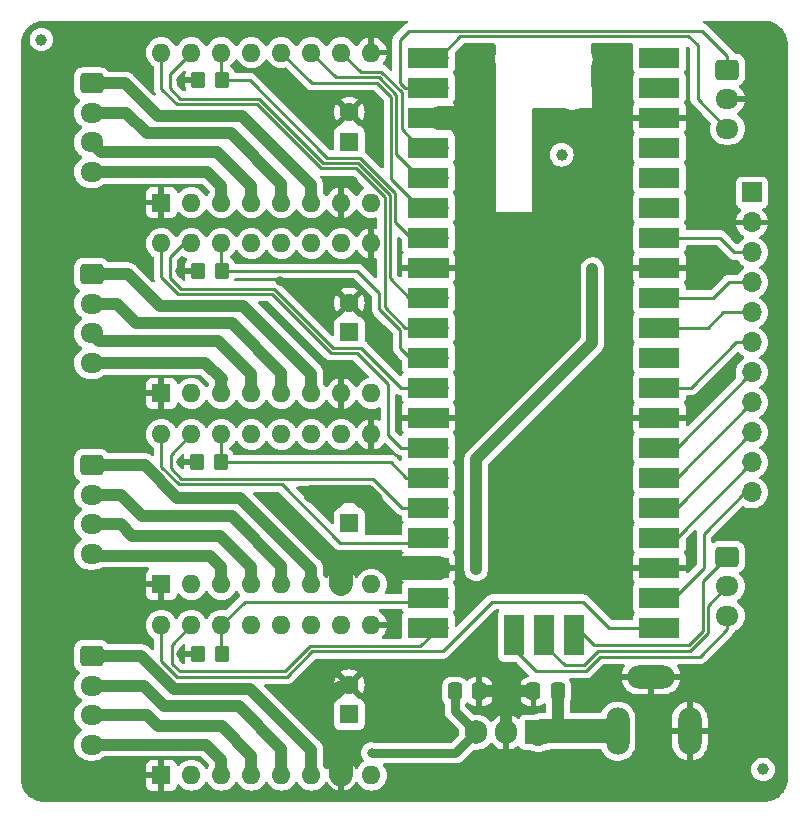
<source format=gtl>
%TF.GenerationSoftware,KiCad,Pcbnew,7.0.7*%
%TF.CreationDate,2023-10-17T10:26:18-07:00*%
%TF.ProjectId,dev-board,6465762d-626f-4617-9264-2e6b69636164,rev?*%
%TF.SameCoordinates,Original*%
%TF.FileFunction,Copper,L1,Top*%
%TF.FilePolarity,Positive*%
%FSLAX46Y46*%
G04 Gerber Fmt 4.6, Leading zero omitted, Abs format (unit mm)*
G04 Created by KiCad (PCBNEW 7.0.7) date 2023-10-17 10:26:18*
%MOMM*%
%LPD*%
G01*
G04 APERTURE LIST*
G04 Aperture macros list*
%AMRoundRect*
0 Rectangle with rounded corners*
0 $1 Rounding radius*
0 $2 $3 $4 $5 $6 $7 $8 $9 X,Y pos of 4 corners*
0 Add a 4 corners polygon primitive as box body*
4,1,4,$2,$3,$4,$5,$6,$7,$8,$9,$2,$3,0*
0 Add four circle primitives for the rounded corners*
1,1,$1+$1,$2,$3*
1,1,$1+$1,$4,$5*
1,1,$1+$1,$6,$7*
1,1,$1+$1,$8,$9*
0 Add four rect primitives between the rounded corners*
20,1,$1+$1,$2,$3,$4,$5,0*
20,1,$1+$1,$4,$5,$6,$7,0*
20,1,$1+$1,$6,$7,$8,$9,0*
20,1,$1+$1,$8,$9,$2,$3,0*%
G04 Aperture macros list end*
%TA.AperFunction,SMDPad,CuDef*%
%ADD10C,1.000000*%
%TD*%
%TA.AperFunction,SMDPad,CuDef*%
%ADD11RoundRect,0.250000X0.350000X0.450000X-0.350000X0.450000X-0.350000X-0.450000X0.350000X-0.450000X0*%
%TD*%
%TA.AperFunction,ComponentPad*%
%ADD12R,1.600000X1.600000*%
%TD*%
%TA.AperFunction,ComponentPad*%
%ADD13C,1.600000*%
%TD*%
%TA.AperFunction,ComponentPad*%
%ADD14R,1.905000X2.000000*%
%TD*%
%TA.AperFunction,ComponentPad*%
%ADD15O,1.905000X2.000000*%
%TD*%
%TA.AperFunction,ComponentPad*%
%ADD16RoundRect,0.250000X-0.725000X0.600000X-0.725000X-0.600000X0.725000X-0.600000X0.725000X0.600000X0*%
%TD*%
%TA.AperFunction,ComponentPad*%
%ADD17O,1.950000X1.700000*%
%TD*%
%TA.AperFunction,ComponentPad*%
%ADD18O,2.000000X4.000000*%
%TD*%
%TA.AperFunction,ComponentPad*%
%ADD19O,4.000000X2.000000*%
%TD*%
%TA.AperFunction,ComponentPad*%
%ADD20O,1.600000X1.600000*%
%TD*%
%TA.AperFunction,SMDPad,CuDef*%
%ADD21RoundRect,0.250000X0.337500X0.475000X-0.337500X0.475000X-0.337500X-0.475000X0.337500X-0.475000X0*%
%TD*%
%TA.AperFunction,SMDPad,CuDef*%
%ADD22RoundRect,0.250000X-0.337500X-0.475000X0.337500X-0.475000X0.337500X0.475000X-0.337500X0.475000X0*%
%TD*%
%TA.AperFunction,ComponentPad*%
%ADD23O,1.700000X1.700000*%
%TD*%
%TA.AperFunction,SMDPad,CuDef*%
%ADD24R,3.500000X1.700000*%
%TD*%
%TA.AperFunction,ComponentPad*%
%ADD25R,1.700000X1.700000*%
%TD*%
%TA.AperFunction,SMDPad,CuDef*%
%ADD26R,1.700000X3.500000*%
%TD*%
%TA.AperFunction,ViaPad*%
%ADD27C,0.800000*%
%TD*%
%TA.AperFunction,Conductor*%
%ADD28C,1.000000*%
%TD*%
%TA.AperFunction,Conductor*%
%ADD29C,1.500000*%
%TD*%
%TA.AperFunction,Conductor*%
%ADD30C,0.750000*%
%TD*%
%TA.AperFunction,Conductor*%
%ADD31C,2.000000*%
%TD*%
%TA.AperFunction,Conductor*%
%ADD32C,0.250000*%
%TD*%
G04 APERTURE END LIST*
D10*
%TO.P,FID3,*%
%TO.N,*%
X175450000Y-60150000D03*
%TD*%
%TO.P,FID2,*%
%TO.N,*%
X192500000Y-112200000D03*
%TD*%
%TO.P,FID1,*%
%TO.N,*%
X131400000Y-50400000D03*
%TD*%
D11*
%TO.P,R4,1*%
%TO.N,/M4_SLP*%
X146650000Y-102400000D03*
%TO.P,R4,2*%
%TO.N,GND*%
X144650000Y-102400000D03*
%TD*%
D12*
%TO.P,C4,1*%
%TO.N,VDC*%
X157460000Y-91369046D03*
D13*
%TO.P,C4,2*%
%TO.N,GND*%
X157460000Y-88869046D03*
%TD*%
D14*
%TO.P,U2,1,IN*%
%TO.N,VDC*%
X173290000Y-109050000D03*
D15*
%TO.P,U2,2,GND*%
%TO.N,GND*%
X170750000Y-109050000D03*
%TO.P,U2,3,OUT*%
%TO.N,+5V*%
X168210000Y-109050000D03*
%TD*%
D16*
%TO.P,J1,1,Pin_1*%
%TO.N,Net-(A1-B2)*%
X135650000Y-54110000D03*
D17*
%TO.P,J1,2,Pin_2*%
%TO.N,Net-(A1-B1)*%
X135650000Y-56610000D03*
%TO.P,J1,3,Pin_3*%
%TO.N,Net-(A1-A1)*%
X135650000Y-59110000D03*
%TO.P,J1,4,Pin_4*%
%TO.N,Net-(A1-A2)*%
X135650000Y-61610000D03*
%TD*%
D18*
%TO.P,J7,1*%
%TO.N,VDC*%
X180200000Y-108950000D03*
D19*
%TO.P,J7,2*%
%TO.N,GND*%
X183000000Y-104350000D03*
D18*
%TO.P,J7,3*%
X186300000Y-108950000D03*
%TD*%
D16*
%TO.P,J5,1,Pin_1*%
%TO.N,Net-(A2-B2)*%
X135650000Y-70273333D03*
D17*
%TO.P,J5,2,Pin_2*%
%TO.N,Net-(A2-B1)*%
X135650000Y-72773333D03*
%TO.P,J5,3,Pin_3*%
%TO.N,Net-(A2-A1)*%
X135650000Y-75273333D03*
%TO.P,J5,4,Pin_4*%
%TO.N,Net-(A2-A2)*%
X135650000Y-77773333D03*
%TD*%
D12*
%TO.P,A2,1,GND*%
%TO.N,GND*%
X141560000Y-80363333D03*
D20*
%TO.P,A2,2,~{FLT}*%
%TO.N,+5V*%
X144100000Y-80363333D03*
%TO.P,A2,3,A2*%
%TO.N,Net-(A2-A2)*%
X146640000Y-80363333D03*
%TO.P,A2,4,A1*%
%TO.N,Net-(A2-A1)*%
X149180000Y-80363333D03*
%TO.P,A2,5,B1*%
%TO.N,Net-(A2-B1)*%
X151720000Y-80363333D03*
%TO.P,A2,6,B2*%
%TO.N,Net-(A2-B2)*%
X154260000Y-80363333D03*
%TO.P,A2,7,GND*%
%TO.N,GND*%
X156800000Y-80363333D03*
%TO.P,A2,8,VMOT*%
%TO.N,VDC*%
X159340000Y-80363333D03*
%TO.P,A2,9,~{EN}*%
%TO.N,GND*%
X159340000Y-67663333D03*
%TO.P,A2,10,M0*%
%TO.N,/M0*%
X156800000Y-67663333D03*
%TO.P,A2,11,M1*%
%TO.N,/M1*%
X154260000Y-67663333D03*
%TO.P,A2,12,M2*%
%TO.N,/M2*%
X151720000Y-67663333D03*
%TO.P,A2,13,~{RST}*%
%TO.N,+5V*%
X149180000Y-67663333D03*
%TO.P,A2,14,~{SLP}*%
%TO.N,/M2_SLP*%
X146640000Y-67663333D03*
%TO.P,A2,15,STEP*%
%TO.N,/M2_STEP*%
X144100000Y-67663333D03*
%TO.P,A2,16,DIR*%
%TO.N,/M2_DIR*%
X141560000Y-67663333D03*
%TD*%
D11*
%TO.P,R3,1*%
%TO.N,/M3_SLP*%
X146600000Y-86200000D03*
%TO.P,R3,2*%
%TO.N,GND*%
X144600000Y-86200000D03*
%TD*%
D12*
%TO.P,C3,1*%
%TO.N,VDC*%
X157460000Y-107532380D03*
D13*
%TO.P,C3,2*%
%TO.N,GND*%
X157460000Y-105032380D03*
%TD*%
D21*
%TO.P,C5,1*%
%TO.N,VDC*%
X175137500Y-105600000D03*
%TO.P,C5,2*%
%TO.N,GND*%
X173062500Y-105600000D03*
%TD*%
D16*
%TO.P,J6,1,Pin_1*%
%TO.N,Net-(A4-B2)*%
X135650000Y-102600000D03*
D17*
%TO.P,J6,2,Pin_2*%
%TO.N,Net-(A4-B1)*%
X135650000Y-105100000D03*
%TO.P,J6,3,Pin_3*%
%TO.N,Net-(A4-A1)*%
X135650000Y-107600000D03*
%TO.P,J6,4,Pin_4*%
%TO.N,Net-(A4-A2)*%
X135650000Y-110100000D03*
%TD*%
D20*
%TO.P,A1,16,DIR*%
%TO.N,/M1_DIR*%
X141560000Y-51500000D03*
%TO.P,A1,15,STEP*%
%TO.N,/M1_STEP*%
X144100000Y-51500000D03*
%TO.P,A1,14,~{SLP}*%
%TO.N,/M1_SLP*%
X146640000Y-51500000D03*
%TO.P,A1,13,~{RST}*%
%TO.N,+5V*%
X149180000Y-51500000D03*
%TO.P,A1,12,M2*%
%TO.N,/M2*%
X151720000Y-51500000D03*
%TO.P,A1,11,M1*%
%TO.N,/M1*%
X154260000Y-51500000D03*
%TO.P,A1,10,M0*%
%TO.N,/M0*%
X156800000Y-51500000D03*
%TO.P,A1,9,~{EN}*%
%TO.N,GND*%
X159340000Y-51500000D03*
%TO.P,A1,8,VMOT*%
%TO.N,VDC*%
X159340000Y-64200000D03*
%TO.P,A1,7,GND*%
%TO.N,GND*%
X156800000Y-64200000D03*
%TO.P,A1,6,B2*%
%TO.N,Net-(A1-B2)*%
X154260000Y-64200000D03*
%TO.P,A1,5,B1*%
%TO.N,Net-(A1-B1)*%
X151720000Y-64200000D03*
%TO.P,A1,4,A1*%
%TO.N,Net-(A1-A1)*%
X149180000Y-64200000D03*
%TO.P,A1,3,A2*%
%TO.N,Net-(A1-A2)*%
X146640000Y-64200000D03*
%TO.P,A1,2,~{FLT}*%
%TO.N,+5V*%
X144100000Y-64200000D03*
D12*
%TO.P,A1,1,GND*%
%TO.N,GND*%
X141560000Y-64200000D03*
%TD*%
%TO.P,C2,1*%
%TO.N,VDC*%
X157460000Y-75205713D03*
D13*
%TO.P,C2,2*%
%TO.N,GND*%
X157460000Y-72705713D03*
%TD*%
D12*
%TO.P,A3,1,GND*%
%TO.N,GND*%
X141560000Y-96526666D03*
D20*
%TO.P,A3,2,~{FLT}*%
%TO.N,+5V*%
X144100000Y-96526666D03*
%TO.P,A3,3,A2*%
%TO.N,Net-(A3-A2)*%
X146640000Y-96526666D03*
%TO.P,A3,4,A1*%
%TO.N,Net-(A3-A1)*%
X149180000Y-96526666D03*
%TO.P,A3,5,B1*%
%TO.N,Net-(A3-B1)*%
X151720000Y-96526666D03*
%TO.P,A3,6,B2*%
%TO.N,Net-(A3-B2)*%
X154260000Y-96526666D03*
%TO.P,A3,7,GND*%
%TO.N,GND*%
X156800000Y-96526666D03*
%TO.P,A3,8,VMOT*%
%TO.N,VDC*%
X159340000Y-96526666D03*
%TO.P,A3,9,~{EN}*%
%TO.N,GND*%
X159340000Y-83826666D03*
%TO.P,A3,10,M0*%
%TO.N,/M0*%
X156800000Y-83826666D03*
%TO.P,A3,11,M1*%
%TO.N,/M1*%
X154260000Y-83826666D03*
%TO.P,A3,12,M2*%
%TO.N,/M2*%
X151720000Y-83826666D03*
%TO.P,A3,13,~{RST}*%
%TO.N,+5V*%
X149180000Y-83826666D03*
%TO.P,A3,14,~{SLP}*%
%TO.N,/M3_SLP*%
X146640000Y-83826666D03*
%TO.P,A3,15,STEP*%
%TO.N,/M3_STEP*%
X144100000Y-83826666D03*
%TO.P,A3,16,DIR*%
%TO.N,/M3_DIR*%
X141560000Y-83826666D03*
%TD*%
D11*
%TO.P,R1,1*%
%TO.N,/M1_SLP*%
X146700000Y-53850000D03*
%TO.P,R1,2*%
%TO.N,GND*%
X144700000Y-53850000D03*
%TD*%
%TO.P,R2,1*%
%TO.N,/M2_SLP*%
X146650000Y-70000000D03*
%TO.P,R2,2*%
%TO.N,GND*%
X144650000Y-70000000D03*
%TD*%
D22*
%TO.P,C6,1*%
%TO.N,+5V*%
X166412500Y-105600000D03*
%TO.P,C6,2*%
%TO.N,GND*%
X168487500Y-105600000D03*
%TD*%
D23*
%TO.P,U1,1,GPIO0*%
%TO.N,Net-(J2-Pin_3)*%
X165050000Y-51930000D03*
D24*
X164150000Y-51930000D03*
D23*
%TO.P,U1,2,GPIO1*%
%TO.N,Net-(J2-Pin_1)*%
X165050000Y-54470000D03*
D24*
X164150000Y-54470000D03*
D25*
%TO.P,U1,3,GND*%
%TO.N,GND*%
X165050000Y-57010000D03*
D24*
X164150000Y-57010000D03*
D23*
%TO.P,U1,4,GPIO2*%
%TO.N,/M0*%
X165050000Y-59550000D03*
D24*
X164150000Y-59550000D03*
D23*
%TO.P,U1,5,GPIO3*%
%TO.N,/M1*%
X165050000Y-62090000D03*
D24*
X164150000Y-62090000D03*
D23*
%TO.P,U1,6,GPIO4*%
%TO.N,/M2*%
X165050000Y-64630000D03*
D24*
X164150000Y-64630000D03*
D23*
%TO.P,U1,7,GPIO5*%
%TO.N,/M1_SLP*%
X165050000Y-67170000D03*
D24*
X164150000Y-67170000D03*
D25*
%TO.P,U1,8,GND*%
%TO.N,GND*%
X165050000Y-69710000D03*
D24*
X164150000Y-69710000D03*
D23*
%TO.P,U1,9,GPIO6*%
%TO.N,/M1_STEP*%
X165050000Y-72250000D03*
D24*
X164150000Y-72250000D03*
D23*
%TO.P,U1,10,GPIO7*%
%TO.N,/M1_DIR*%
X165050000Y-74790000D03*
D24*
X164150000Y-74790000D03*
D23*
%TO.P,U1,11,GPIO8*%
%TO.N,/M2_SLP*%
X165050000Y-77330000D03*
D24*
X164150000Y-77330000D03*
D23*
%TO.P,U1,12,GPIO9*%
%TO.N,/M2_STEP*%
X165050000Y-79870000D03*
D24*
X164150000Y-79870000D03*
D25*
%TO.P,U1,13,GND*%
%TO.N,GND*%
X165050000Y-82410000D03*
D24*
X164150000Y-82410000D03*
D23*
%TO.P,U1,14,GPIO10*%
%TO.N,/M2_DIR*%
X165050000Y-84950000D03*
D24*
X164150000Y-84950000D03*
D23*
%TO.P,U1,15,GPIO11*%
%TO.N,/M3_SLP*%
X165050000Y-87490000D03*
D24*
X164150000Y-87490000D03*
D23*
%TO.P,U1,16,GPIO12*%
%TO.N,/M3_STEP*%
X165050000Y-90030000D03*
D24*
X164150000Y-90030000D03*
D23*
%TO.P,U1,17,GPIO13*%
%TO.N,/M3_DIR*%
X165050000Y-92570000D03*
D24*
X164150000Y-92570000D03*
D25*
%TO.P,U1,18,GND*%
%TO.N,GND*%
X165050000Y-95110000D03*
D24*
X164150000Y-95110000D03*
D23*
%TO.P,U1,19,GPIO14*%
%TO.N,/M4_SLP*%
X165050000Y-97650000D03*
D24*
X164150000Y-97650000D03*
D23*
%TO.P,U1,20,GPIO15*%
%TO.N,/M4_STEP*%
X165050000Y-100190000D03*
D24*
X164150000Y-100190000D03*
D23*
%TO.P,U1,21,GPIO16*%
%TO.N,/M4_DIR*%
X182830000Y-100190000D03*
D24*
X183730000Y-100190000D03*
D23*
%TO.P,U1,22,GPIO17*%
%TO.N,Net-(J3-Pin_11)*%
X182830000Y-97650000D03*
D24*
X183730000Y-97650000D03*
D25*
%TO.P,U1,23,GND*%
%TO.N,GND*%
X182830000Y-95110000D03*
D24*
X183730000Y-95110000D03*
D23*
%TO.P,U1,24,GPIO18*%
%TO.N,Net-(J3-Pin_10)*%
X182830000Y-92570000D03*
D24*
X183730000Y-92570000D03*
D23*
%TO.P,U1,25,GPIO19*%
%TO.N,Net-(J3-Pin_9)*%
X182830000Y-90030000D03*
D24*
X183730000Y-90030000D03*
D23*
%TO.P,U1,26,GPIO20*%
%TO.N,Net-(J3-Pin_8)*%
X182830000Y-87490000D03*
D24*
X183730000Y-87490000D03*
D23*
%TO.P,U1,27,GPIO21*%
%TO.N,Net-(J3-Pin_7)*%
X182830000Y-84950000D03*
D24*
X183730000Y-84950000D03*
D25*
%TO.P,U1,28,GND*%
%TO.N,GND*%
X182830000Y-82410000D03*
D24*
X183730000Y-82410000D03*
D23*
%TO.P,U1,29,GPIO22*%
%TO.N,Net-(J3-Pin_6)*%
X182830000Y-79870000D03*
D24*
X183730000Y-79870000D03*
D23*
%TO.P,U1,30,RUN*%
%TO.N,unconnected-(U1-RUN-Pad30)*%
X182830000Y-77330000D03*
D24*
X183730000Y-77330000D03*
D23*
%TO.P,U1,31,GPIO26_ADC0*%
%TO.N,Net-(J3-Pin_5)*%
X182830000Y-74790000D03*
D24*
X183730000Y-74790000D03*
D23*
%TO.P,U1,32,GPIO27_ADC1*%
%TO.N,Net-(J3-Pin_4)*%
X182830000Y-72250000D03*
D24*
X183730000Y-72250000D03*
D25*
%TO.P,U1,33,AGND*%
%TO.N,GND*%
X182830000Y-69710000D03*
D24*
X183730000Y-69710000D03*
D23*
%TO.P,U1,34,GPIO28_ADC2*%
%TO.N,Net-(J3-Pin_3)*%
X182830000Y-67170000D03*
D24*
X183730000Y-67170000D03*
D23*
%TO.P,U1,35,ADC_VREF*%
%TO.N,unconnected-(U1-ADC_VREF-Pad35)*%
X182830000Y-64630000D03*
D24*
X183730000Y-64630000D03*
D23*
%TO.P,U1,36,3V3*%
%TO.N,unconnected-(U1-3V3-Pad36)*%
X182830000Y-62090000D03*
D24*
X183730000Y-62090000D03*
D23*
%TO.P,U1,37,3V3_EN*%
%TO.N,unconnected-(U1-3V3_EN-Pad37)*%
X182830000Y-59550000D03*
D24*
X183730000Y-59550000D03*
D25*
%TO.P,U1,38,GND*%
%TO.N,GND*%
X182830000Y-57010000D03*
D24*
X183730000Y-57010000D03*
D23*
%TO.P,U1,39,VSYS*%
%TO.N,+5V*%
X182830000Y-54470000D03*
D24*
X183730000Y-54470000D03*
D23*
%TO.P,U1,40,VBUS*%
%TO.N,unconnected-(U1-VBUS-Pad40)*%
X182830000Y-51930000D03*
D24*
X183730000Y-51930000D03*
D23*
%TO.P,U1,41,SWCLK*%
%TO.N,Net-(J8-Pin_3)*%
X171400000Y-99960000D03*
D26*
X171400000Y-100860000D03*
D25*
%TO.P,U1,42,GND*%
%TO.N,Net-(J8-Pin_2)*%
X173940000Y-99960000D03*
D26*
X173940000Y-100860000D03*
D23*
%TO.P,U1,43,SWDIO*%
%TO.N,Net-(J8-Pin_1)*%
X176480000Y-99960000D03*
D26*
X176480000Y-100860000D03*
%TD*%
D25*
%TO.P,J3,1,Pin_1*%
%TO.N,+5V*%
X191550000Y-63350000D03*
D23*
%TO.P,J3,2,Pin_2*%
%TO.N,GND*%
X191550000Y-65890000D03*
%TO.P,J3,3,Pin_3*%
%TO.N,Net-(J3-Pin_3)*%
X191550000Y-68430000D03*
%TO.P,J3,4,Pin_4*%
%TO.N,Net-(J3-Pin_4)*%
X191550000Y-70970000D03*
%TO.P,J3,5,Pin_5*%
%TO.N,Net-(J3-Pin_5)*%
X191550000Y-73510000D03*
%TO.P,J3,6,Pin_6*%
%TO.N,Net-(J3-Pin_6)*%
X191550000Y-76050000D03*
%TO.P,J3,7,Pin_7*%
%TO.N,Net-(J3-Pin_7)*%
X191550000Y-78590000D03*
%TO.P,J3,8,Pin_8*%
%TO.N,Net-(J3-Pin_8)*%
X191550000Y-81130000D03*
%TO.P,J3,9,Pin_9*%
%TO.N,Net-(J3-Pin_9)*%
X191550000Y-83670000D03*
%TO.P,J3,10,Pin_10*%
%TO.N,Net-(J3-Pin_10)*%
X191550000Y-86210000D03*
%TO.P,J3,11,Pin_11*%
%TO.N,Net-(J3-Pin_11)*%
X191550000Y-88750000D03*
%TD*%
D12*
%TO.P,A4,1,GND*%
%TO.N,GND*%
X141560000Y-112690000D03*
D20*
%TO.P,A4,2,~{FLT}*%
%TO.N,+5V*%
X144100000Y-112690000D03*
%TO.P,A4,3,A2*%
%TO.N,Net-(A4-A2)*%
X146640000Y-112690000D03*
%TO.P,A4,4,A1*%
%TO.N,Net-(A4-A1)*%
X149180000Y-112690000D03*
%TO.P,A4,5,B1*%
%TO.N,Net-(A4-B1)*%
X151720000Y-112690000D03*
%TO.P,A4,6,B2*%
%TO.N,Net-(A4-B2)*%
X154260000Y-112690000D03*
%TO.P,A4,7,GND*%
%TO.N,GND*%
X156800000Y-112690000D03*
%TO.P,A4,8,VMOT*%
%TO.N,VDC*%
X159340000Y-112690000D03*
%TO.P,A4,9,~{EN}*%
%TO.N,GND*%
X159340000Y-99990000D03*
%TO.P,A4,10,M0*%
%TO.N,/M0*%
X156800000Y-99990000D03*
%TO.P,A4,11,M1*%
%TO.N,/M1*%
X154260000Y-99990000D03*
%TO.P,A4,12,M2*%
%TO.N,/M2*%
X151720000Y-99990000D03*
%TO.P,A4,13,~{RST}*%
%TO.N,+5V*%
X149180000Y-99990000D03*
%TO.P,A4,14,~{SLP}*%
%TO.N,/M4_SLP*%
X146640000Y-99990000D03*
%TO.P,A4,15,STEP*%
%TO.N,/M4_STEP*%
X144100000Y-99990000D03*
%TO.P,A4,16,DIR*%
%TO.N,/M4_DIR*%
X141560000Y-99990000D03*
%TD*%
D16*
%TO.P,J2,1,Pin_1*%
%TO.N,Net-(J2-Pin_1)*%
X189475000Y-52950000D03*
D17*
%TO.P,J2,2,Pin_2*%
%TO.N,GND*%
X189475000Y-55450000D03*
%TO.P,J2,3,Pin_3*%
%TO.N,Net-(J2-Pin_3)*%
X189475000Y-57950000D03*
%TD*%
D16*
%TO.P,J4,1,Pin_1*%
%TO.N,Net-(A3-B2)*%
X135650000Y-86436666D03*
D17*
%TO.P,J4,2,Pin_2*%
%TO.N,Net-(A3-B1)*%
X135650000Y-88936666D03*
%TO.P,J4,3,Pin_3*%
%TO.N,Net-(A3-A1)*%
X135650000Y-91436666D03*
%TO.P,J4,4,Pin_4*%
%TO.N,Net-(A3-A2)*%
X135650000Y-93936666D03*
%TD*%
%TO.P,J8,3,Pin_3*%
%TO.N,Net-(J8-Pin_3)*%
X189475000Y-99200000D03*
%TO.P,J8,2,Pin_2*%
%TO.N,Net-(J8-Pin_2)*%
X189475000Y-96700000D03*
D16*
%TO.P,J8,1,Pin_1*%
%TO.N,Net-(J8-Pin_1)*%
X189475000Y-94200000D03*
%TD*%
D12*
%TO.P,C1,1*%
%TO.N,VDC*%
X157460000Y-59042380D03*
D13*
%TO.P,C1,2*%
%TO.N,GND*%
X157460000Y-56542380D03*
%TD*%
D27*
%TO.N,GND*%
X132800000Y-82100000D03*
X151650000Y-54350000D03*
X154250000Y-55350000D03*
X151600000Y-70850000D03*
X154150000Y-71400000D03*
X151600000Y-89850000D03*
X154350000Y-88900000D03*
X170650000Y-103950000D03*
X155100000Y-103750000D03*
X155000000Y-108750000D03*
X167650000Y-73450000D03*
X180000000Y-78600000D03*
X176900000Y-80300000D03*
X179950000Y-93750000D03*
X153000000Y-106100000D03*
X143250000Y-102400000D03*
X132800000Y-98300000D03*
X157850000Y-78400000D03*
X188100000Y-64650000D03*
X171350000Y-86350000D03*
X176000000Y-57850000D03*
X143250000Y-53850000D03*
X137750000Y-98300000D03*
X167750000Y-68500000D03*
X179900000Y-88700000D03*
X175900000Y-71200000D03*
X157750000Y-62350000D03*
X158200000Y-94400000D03*
X180100000Y-73550000D03*
X170700000Y-91700000D03*
X137750000Y-65950000D03*
X175900000Y-66900000D03*
X164000000Y-104000000D03*
X167650000Y-53250000D03*
X175650000Y-74850000D03*
X180050000Y-63450000D03*
X173850000Y-83200000D03*
X180250000Y-58400000D03*
X159650000Y-56900000D03*
X172450000Y-78350000D03*
X132800000Y-65950000D03*
X167650000Y-58250000D03*
X137750000Y-82100000D03*
X180100000Y-83600000D03*
X170950000Y-96100000D03*
X175850000Y-62200000D03*
X156950000Y-71000000D03*
X167850000Y-78550000D03*
X169550000Y-81600000D03*
X177950000Y-105450000D03*
X176650000Y-96300000D03*
X167450000Y-63450000D03*
X164250000Y-108950000D03*
X143150000Y-70000000D03*
X143200000Y-86200000D03*
X159550000Y-89400000D03*
X180100000Y-68350000D03*
%TO.N,+5V*%
X178050000Y-69850000D03*
X168210000Y-95260000D03*
X159350000Y-110800000D03*
%TD*%
D28*
%TO.N,Net-(A3-B1)*%
X135650000Y-88936666D02*
X138136666Y-88936666D01*
X138136666Y-88936666D02*
X139950000Y-90750000D01*
X139950000Y-90750000D02*
X147500000Y-90750000D01*
X147500000Y-90750000D02*
X151720000Y-94970000D01*
X151720000Y-94970000D02*
X151720000Y-96526666D01*
%TO.N,Net-(A1-B1)*%
X151720000Y-64200000D02*
X151720000Y-62620000D01*
X151720000Y-62620000D02*
X147450000Y-58350000D01*
X147450000Y-58350000D02*
X140300000Y-58350000D01*
X140300000Y-58350000D02*
X138560000Y-56610000D01*
X138560000Y-56610000D02*
X135650000Y-56610000D01*
D29*
%TO.N,GND*%
X157460000Y-88869046D02*
X154380954Y-88869046D01*
X154380954Y-88869046D02*
X154350000Y-88900000D01*
X157460000Y-88869046D02*
X159019046Y-88869046D01*
X159019046Y-88869046D02*
X159550000Y-89400000D01*
D30*
X155650000Y-108100000D02*
X155650000Y-105900000D01*
X155000000Y-108750000D02*
X155650000Y-108100000D01*
X155650000Y-109400000D02*
X155000000Y-108750000D01*
D31*
X156800000Y-112690000D02*
X156800000Y-110550000D01*
D30*
%TO.N,+5V*%
X166460000Y-110800000D02*
X168210000Y-109050000D01*
X159350000Y-110800000D02*
X166460000Y-110800000D01*
D31*
%TO.N,GND*%
X165050000Y-57010000D02*
X166410000Y-57010000D01*
X166410000Y-57010000D02*
X167650000Y-58250000D01*
D28*
X156800000Y-94700000D02*
X156800000Y-95300000D01*
D31*
X156800000Y-96526666D02*
X156800000Y-95300000D01*
D28*
X161700000Y-95110000D02*
X161060000Y-95110000D01*
D31*
X165050000Y-95110000D02*
X161700000Y-95110000D01*
D28*
X158200000Y-94400000D02*
X157100000Y-94400000D01*
X157100000Y-94400000D02*
X156800000Y-94700000D01*
X161060000Y-95110000D02*
X160350000Y-94400000D01*
X160350000Y-94400000D02*
X158200000Y-94400000D01*
D32*
%TO.N,Net-(J8-Pin_2)*%
X173940000Y-99960000D02*
X173940000Y-101640000D01*
X173940000Y-101640000D02*
X175700000Y-103400000D01*
X177350000Y-103400000D02*
X178550000Y-102200000D01*
X175700000Y-103400000D02*
X177350000Y-103400000D01*
X187850000Y-100686396D02*
X187850000Y-98325000D01*
X178550000Y-102200000D02*
X186336396Y-102200000D01*
X186336396Y-102200000D02*
X187850000Y-100686396D01*
X187850000Y-98325000D02*
X189475000Y-96700000D01*
D28*
%TO.N,Net-(A2-A2)*%
X146650000Y-79150000D02*
X145273333Y-77773333D01*
X146640000Y-80363333D02*
X146640000Y-79160000D01*
X145273333Y-77773333D02*
X135650000Y-77773333D01*
X146640000Y-79160000D02*
X146650000Y-79150000D01*
%TO.N,Net-(A2-A1)*%
X136276667Y-75900000D02*
X135650000Y-75273333D01*
X149180000Y-80363333D02*
X149180000Y-78730000D01*
X149180000Y-78730000D02*
X146350000Y-75900000D01*
X146350000Y-75900000D02*
X136276667Y-75900000D01*
D31*
%TO.N,VDC*%
X180200000Y-108950000D02*
X175100000Y-108950000D01*
X173689886Y-108950000D02*
X173439943Y-109199943D01*
X175100000Y-108950000D02*
X173689886Y-108950000D01*
D28*
X175137500Y-108912500D02*
X175100000Y-108950000D01*
X175137500Y-105600000D02*
X175137500Y-108912500D01*
D32*
%TO.N,Net-(J2-Pin_3)*%
X165050000Y-51930000D02*
X166880000Y-50100000D01*
X186150000Y-50100000D02*
X186950000Y-50900000D01*
X166880000Y-50100000D02*
X186150000Y-50100000D01*
X186950000Y-55425000D02*
X189475000Y-57950000D01*
X186950000Y-50900000D02*
X186950000Y-55425000D01*
X189475000Y-57950000D02*
X189525000Y-57900000D01*
%TO.N,Net-(J2-Pin_1)*%
X189475000Y-51800000D02*
X189475000Y-52950000D01*
X162550000Y-49650000D02*
X187325000Y-49650000D01*
X165050000Y-54470000D02*
X162170000Y-54470000D01*
X161750000Y-50450000D02*
X162550000Y-49650000D01*
X161750000Y-54050000D02*
X161750000Y-50450000D01*
X162170000Y-54470000D02*
X161750000Y-54050000D01*
X187325000Y-49650000D02*
X189475000Y-51800000D01*
%TO.N,Net-(J3-Pin_3)*%
X182830000Y-67170000D02*
X188820000Y-67170000D01*
X188820000Y-67170000D02*
X190080000Y-68430000D01*
X190080000Y-68430000D02*
X191550000Y-68430000D01*
%TO.N,Net-(J3-Pin_4)*%
X188300000Y-72250000D02*
X189580000Y-70970000D01*
X189580000Y-70970000D02*
X191550000Y-70970000D01*
X182830000Y-72250000D02*
X188300000Y-72250000D01*
%TO.N,Net-(J3-Pin_5)*%
X182830000Y-74790000D02*
X187860000Y-74790000D01*
X187860000Y-74790000D02*
X189140000Y-73510000D01*
X189140000Y-73510000D02*
X191550000Y-73510000D01*
D28*
%TO.N,Net-(A1-A2)*%
X145450000Y-61600000D02*
X146640000Y-62790000D01*
X146640000Y-62790000D02*
X146640000Y-64200000D01*
X135650000Y-61610000D02*
X144690000Y-61610000D01*
X144690000Y-61610000D02*
X144700000Y-61600000D01*
X144700000Y-61600000D02*
X145450000Y-61600000D01*
%TO.N,Net-(A1-A1)*%
X149180000Y-64200000D02*
X149180000Y-62830000D01*
X149180000Y-62830000D02*
X146250000Y-59900000D01*
X136440000Y-59900000D02*
X135650000Y-59110000D01*
X146250000Y-59900000D02*
X136440000Y-59900000D01*
%TO.N,Net-(A1-B2)*%
X141250000Y-56900000D02*
X138460000Y-54110000D01*
X138460000Y-54110000D02*
X135650000Y-54110000D01*
X154260000Y-62760000D02*
X148400000Y-56900000D01*
X148400000Y-56900000D02*
X141250000Y-56900000D01*
X154260000Y-64200000D02*
X154260000Y-62760000D01*
D30*
%TO.N,GND*%
X155650000Y-111540000D02*
X155650000Y-109400000D01*
X155650000Y-105900000D02*
X156517620Y-105032380D01*
X156517620Y-105032380D02*
X157460000Y-105032380D01*
D32*
X182830000Y-57010000D02*
X184440000Y-57010000D01*
X186100000Y-57000000D02*
X188750000Y-59650000D01*
D30*
X156800000Y-112690000D02*
X155650000Y-111540000D01*
D32*
X191150000Y-59650000D02*
X191750000Y-59050000D01*
X191750000Y-55650000D02*
X191550000Y-55450000D01*
X191750000Y-59050000D02*
X191750000Y-55650000D01*
X191550000Y-55450000D02*
X189475000Y-55450000D01*
X144700000Y-53850000D02*
X143250000Y-53850000D01*
X143200000Y-86200000D02*
X144600000Y-86200000D01*
X144650000Y-70000000D02*
X143150000Y-70000000D01*
X184450000Y-57000000D02*
X186100000Y-57000000D01*
D28*
X170750000Y-105750000D02*
X170900000Y-105600000D01*
X170900000Y-105600000D02*
X173062500Y-105600000D01*
D32*
X144650000Y-102400000D02*
X143250000Y-102400000D01*
D28*
X168487500Y-105600000D02*
X170900000Y-105600000D01*
D32*
X188750000Y-59650000D02*
X191150000Y-59650000D01*
D28*
X170750000Y-109050000D02*
X170750000Y-105750000D01*
D32*
X184440000Y-57010000D02*
X184450000Y-57000000D01*
D28*
%TO.N,+5V*%
X178050000Y-69850000D02*
X178050000Y-76100000D01*
D30*
X166412500Y-105600000D02*
X166412500Y-107252500D01*
D28*
X178050000Y-76100000D02*
X168210000Y-85940000D01*
D30*
X166412500Y-107252500D02*
X168210000Y-109050000D01*
D28*
X168210000Y-85940000D02*
X168210000Y-95260000D01*
D32*
%TO.N,/M0*%
X163440000Y-59550000D02*
X165050000Y-59550000D01*
X161900000Y-58010000D02*
X163440000Y-59550000D01*
X156800000Y-51500000D02*
X158450000Y-53150000D01*
X158450000Y-53150000D02*
X160172792Y-53150000D01*
X161900000Y-54877208D02*
X161900000Y-58010000D01*
X160172792Y-53150000D02*
X161900000Y-54877208D01*
%TO.N,/M1*%
X163440000Y-62090000D02*
X165050000Y-62090000D01*
X156360000Y-53600000D02*
X159986396Y-53600000D01*
X161450000Y-60100000D02*
X163440000Y-62090000D01*
X161450000Y-55063604D02*
X161450000Y-60100000D01*
X154260000Y-51500000D02*
X156360000Y-53600000D01*
X159986396Y-53600000D02*
X161450000Y-55063604D01*
%TO.N,/M2*%
X159800000Y-54050000D02*
X161000000Y-55250000D01*
X154270000Y-54050000D02*
X159800000Y-54050000D01*
X151720000Y-51500000D02*
X154270000Y-54050000D01*
X161000000Y-55250000D02*
X161000000Y-62190000D01*
X161000000Y-62190000D02*
X163440000Y-64630000D01*
X163440000Y-64630000D02*
X165050000Y-64630000D01*
D28*
%TO.N,Net-(A2-B1)*%
X147500000Y-74400000D02*
X151720000Y-78620000D01*
X137773333Y-72773333D02*
X139400000Y-74400000D01*
X151720000Y-78620000D02*
X151720000Y-80363333D01*
X135650000Y-72773333D02*
X137773333Y-72773333D01*
X139400000Y-74400000D02*
X147500000Y-74400000D01*
%TO.N,Net-(A2-B2)*%
X141400000Y-72950000D02*
X138723333Y-70273333D01*
X148500000Y-72950000D02*
X141400000Y-72950000D01*
X154260000Y-78710000D02*
X148500000Y-72950000D01*
X138723333Y-70273333D02*
X135650000Y-70273333D01*
X154260000Y-80363333D02*
X154260000Y-78710000D01*
%TO.N,Net-(A3-A2)*%
X146640000Y-95040000D02*
X146640000Y-96526666D01*
X145700000Y-94100000D02*
X146640000Y-95040000D01*
X135813334Y-94100000D02*
X145700000Y-94100000D01*
X135650000Y-93936666D02*
X135813334Y-94100000D01*
%TO.N,Net-(A3-A1)*%
X138136666Y-91436666D02*
X135650000Y-91436666D01*
X139100000Y-92400000D02*
X138136666Y-91436666D01*
X149180000Y-95080000D02*
X146500000Y-92400000D01*
X146500000Y-92400000D02*
X139100000Y-92400000D01*
X149180000Y-96526666D02*
X149180000Y-95080000D01*
%TO.N,Net-(A3-B2)*%
X148250000Y-89200000D02*
X142900000Y-89200000D01*
X154260000Y-96526666D02*
X154260000Y-95210000D01*
X140136666Y-86436666D02*
X135650000Y-86436666D01*
X154260000Y-95210000D02*
X148250000Y-89200000D01*
X142900000Y-89200000D02*
X140136666Y-86436666D01*
%TO.N,Net-(A4-A2)*%
X145350000Y-110100000D02*
X146640000Y-111390000D01*
X135650000Y-110100000D02*
X145350000Y-110100000D01*
X146640000Y-111390000D02*
X146640000Y-112690000D01*
%TO.N,Net-(A4-A1)*%
X140350000Y-107600000D02*
X141250000Y-108500000D01*
X141250000Y-108500000D02*
X146650000Y-108500000D01*
X135650000Y-107600000D02*
X140350000Y-107600000D01*
X146650000Y-108500000D02*
X149180000Y-111030000D01*
X149180000Y-111030000D02*
X149180000Y-112690000D01*
%TO.N,Net-(A4-B1)*%
X140050000Y-105100000D02*
X141800000Y-106850000D01*
X148100000Y-106850000D02*
X151720000Y-110470000D01*
X141800000Y-106850000D02*
X148100000Y-106850000D01*
X135650000Y-105100000D02*
X140050000Y-105100000D01*
X151720000Y-110470000D02*
X151720000Y-112690000D01*
%TO.N,Net-(A4-B2)*%
X142600000Y-105350000D02*
X139850000Y-102600000D01*
X149050000Y-105350000D02*
X142600000Y-105350000D01*
X154260000Y-112690000D02*
X154260000Y-110560000D01*
X139850000Y-102600000D02*
X135650000Y-102600000D01*
X154260000Y-110560000D02*
X149050000Y-105350000D01*
D32*
%TO.N,/M1_SLP*%
X155600000Y-60400000D02*
X158403783Y-60400000D01*
X146700000Y-53850000D02*
X149050000Y-53850000D01*
X161365000Y-63361217D02*
X161365000Y-65865000D01*
X149050000Y-53850000D02*
X155600000Y-60400000D01*
X146640000Y-53790000D02*
X146700000Y-53850000D01*
X158403783Y-60400000D02*
X161365000Y-63361217D01*
X162670000Y-67170000D02*
X165050000Y-67170000D01*
X146640000Y-51500000D02*
X146640000Y-53790000D01*
X161365000Y-65865000D02*
X162670000Y-67170000D01*
%TO.N,/M1_STEP*%
X143150000Y-55400000D02*
X149800000Y-55400000D01*
X158217387Y-60850000D02*
X160915000Y-63547613D01*
X142250000Y-53350000D02*
X142250000Y-54500000D01*
X160915000Y-70615000D02*
X162550000Y-72250000D01*
X155250000Y-60850000D02*
X158217387Y-60850000D01*
X149800000Y-55400000D02*
X155250000Y-60850000D01*
X144100000Y-51500000D02*
X142250000Y-53350000D01*
X162550000Y-72250000D02*
X165050000Y-72250000D01*
X160915000Y-63547613D02*
X160915000Y-70615000D01*
X142250000Y-54500000D02*
X143150000Y-55400000D01*
%TO.N,/M1_DIR*%
X142850000Y-55850000D02*
X149613604Y-55850000D01*
X149613604Y-55850000D02*
X155063604Y-61300000D01*
X160465000Y-63734009D02*
X160465000Y-73065000D01*
X158030991Y-61300000D02*
X160465000Y-63734009D01*
X155063604Y-61300000D02*
X158030991Y-61300000D01*
X141560000Y-51500000D02*
X141560000Y-54560000D01*
X141560000Y-54560000D02*
X142850000Y-55850000D01*
X162190000Y-74790000D02*
X165050000Y-74790000D01*
X160465000Y-73065000D02*
X162190000Y-74790000D01*
%TO.N,/M2_SLP*%
X158150000Y-70000000D02*
X160015000Y-71865000D01*
X162580000Y-77330000D02*
X165050000Y-77330000D01*
X146640000Y-67663333D02*
X146640000Y-69990000D01*
X161800000Y-75036396D02*
X161800000Y-76550000D01*
X161800000Y-76550000D02*
X162580000Y-77330000D01*
X160015000Y-71865000D02*
X160015000Y-73251396D01*
X146650000Y-70000000D02*
X158150000Y-70000000D01*
X160015000Y-73251396D02*
X161800000Y-75036396D01*
X146640000Y-69990000D02*
X146650000Y-70000000D01*
%TO.N,/M2_STEP*%
X143200000Y-71500000D02*
X142250000Y-70550000D01*
X158500000Y-76500000D02*
X156100000Y-76500000D01*
X142250000Y-70550000D02*
X142250000Y-68850000D01*
X143436667Y-67663333D02*
X144100000Y-67663333D01*
X142250000Y-68850000D02*
X143436667Y-67663333D01*
X161870000Y-79870000D02*
X158500000Y-76500000D01*
X165050000Y-79870000D02*
X161870000Y-79870000D01*
X156100000Y-76500000D02*
X151100000Y-71500000D01*
X151100000Y-71500000D02*
X143200000Y-71500000D01*
%TO.N,/M2_DIR*%
X143000000Y-71950000D02*
X150913604Y-71950000D01*
X158100000Y-76950000D02*
X160750000Y-79600000D01*
X161850000Y-84950000D02*
X165050000Y-84950000D01*
X150913604Y-71950000D02*
X155913604Y-76950000D01*
X160750000Y-79600000D02*
X160750000Y-83850000D01*
X160750000Y-83850000D02*
X161850000Y-84950000D01*
X141560000Y-67663333D02*
X141560000Y-70510000D01*
X141560000Y-70510000D02*
X143000000Y-71950000D01*
X155913604Y-76950000D02*
X158100000Y-76950000D01*
%TO.N,/M3_DIR*%
X151750000Y-88050000D02*
X156700000Y-93000000D01*
X141560000Y-86560000D02*
X143050000Y-88050000D01*
X156700000Y-93000000D02*
X164620000Y-93000000D01*
X164620000Y-93000000D02*
X165050000Y-92570000D01*
X143050000Y-88050000D02*
X151750000Y-88050000D01*
X141560000Y-83826666D02*
X141560000Y-86560000D01*
%TO.N,/M3_STEP*%
X142350000Y-86713604D02*
X143236396Y-87600000D01*
X159500000Y-87600000D02*
X161930000Y-90030000D01*
X161930000Y-90030000D02*
X165050000Y-90030000D01*
X144100000Y-83826666D02*
X142350000Y-85576666D01*
X143236396Y-87600000D02*
X159500000Y-87600000D01*
X142350000Y-85576666D02*
X142350000Y-86713604D01*
%TO.N,/M3_SLP*%
X161000000Y-86200000D02*
X162290000Y-87490000D01*
X146640000Y-86160000D02*
X146600000Y-86200000D01*
X146600000Y-86200000D02*
X161000000Y-86200000D01*
X162290000Y-87490000D02*
X165050000Y-87490000D01*
X146640000Y-83826666D02*
X146640000Y-86160000D01*
%TO.N,/M4_DIR*%
X141560000Y-99990000D02*
X141560000Y-103060000D01*
X177250000Y-98000000D02*
X179440000Y-100190000D01*
X179440000Y-100190000D02*
X182830000Y-100190000D01*
X152186396Y-104350000D02*
X154336396Y-102200000D01*
X142850000Y-104350000D02*
X152186396Y-104350000D01*
X165390000Y-102200000D02*
X169590000Y-98000000D01*
X169590000Y-98000000D02*
X177250000Y-98000000D01*
X154336396Y-102200000D02*
X165390000Y-102200000D01*
X141560000Y-103060000D02*
X142850000Y-104350000D01*
%TO.N,/M4_STEP*%
X142450000Y-103250000D02*
X143100000Y-103900000D01*
X144100000Y-99990000D02*
X142450000Y-101640000D01*
X143100000Y-103900000D02*
X152000000Y-103900000D01*
X142450000Y-101640000D02*
X142450000Y-103250000D01*
X152000000Y-103900000D02*
X154150000Y-101750000D01*
X163490000Y-101750000D02*
X165050000Y-100190000D01*
X154150000Y-101750000D02*
X163490000Y-101750000D01*
%TO.N,/M4_SLP*%
X146640000Y-99990000D02*
X146640000Y-102390000D01*
X146640000Y-99990000D02*
X148630000Y-98000000D01*
X146640000Y-102390000D02*
X146650000Y-102400000D01*
X148630000Y-98000000D02*
X164700000Y-98000000D01*
X164700000Y-98000000D02*
X165050000Y-97650000D01*
%TO.N,Net-(J8-Pin_3)*%
X177536396Y-103850000D02*
X178736396Y-102650000D01*
X173250000Y-103850000D02*
X177536396Y-103850000D01*
X171400000Y-102000000D02*
X173250000Y-103850000D01*
X178736396Y-102650000D02*
X187125000Y-102650000D01*
X171400000Y-99960000D02*
X171400000Y-102000000D01*
X189475000Y-100300000D02*
X189475000Y-99200000D01*
X187125000Y-102650000D02*
X189475000Y-100300000D01*
%TO.N,Net-(J3-Pin_6)*%
X182830000Y-79870000D02*
X186430000Y-79870000D01*
X190250000Y-76050000D02*
X191550000Y-76050000D01*
X186430000Y-79870000D02*
X190250000Y-76050000D01*
%TO.N,Net-(J3-Pin_7)*%
X185190000Y-84950000D02*
X182830000Y-84950000D01*
X191550000Y-78590000D02*
X185190000Y-84950000D01*
%TO.N,Net-(J3-Pin_8)*%
X185190000Y-87490000D02*
X182830000Y-87490000D01*
X191550000Y-81130000D02*
X185190000Y-87490000D01*
%TO.N,Net-(J3-Pin_9)*%
X191550000Y-83670000D02*
X185190000Y-90030000D01*
X185190000Y-90030000D02*
X182830000Y-90030000D01*
%TO.N,Net-(J3-Pin_10)*%
X191550000Y-86210000D02*
X185190000Y-92570000D01*
X185190000Y-92570000D02*
X182830000Y-92570000D01*
%TO.N,Net-(J3-Pin_11)*%
X187500000Y-92250000D02*
X191000000Y-88750000D01*
X191000000Y-88750000D02*
X191550000Y-88750000D01*
X182830000Y-97650000D02*
X185000000Y-97650000D01*
X187500000Y-95150000D02*
X187500000Y-92250000D01*
X185000000Y-97650000D02*
X187500000Y-95150000D01*
%TO.N,Net-(J8-Pin_1)*%
X187400000Y-100500000D02*
X187400000Y-96275000D01*
X187400000Y-96275000D02*
X189475000Y-94200000D01*
X178220000Y-101700000D02*
X186200000Y-101700000D01*
X186200000Y-101700000D02*
X187400000Y-100500000D01*
X176480000Y-99960000D02*
X178220000Y-101700000D01*
%TD*%
%TA.AperFunction,Conductor*%
%TO.N,GND*%
G36*
X162413447Y-48820185D02*
G01*
X162459202Y-48872989D01*
X162469146Y-48942147D01*
X162440121Y-49005703D01*
X162392053Y-49039793D01*
X162380008Y-49044562D01*
X162349883Y-49056488D01*
X162344358Y-49058380D01*
X162299613Y-49071380D01*
X162299610Y-49071381D01*
X162282366Y-49081579D01*
X162264905Y-49090133D01*
X162246274Y-49097510D01*
X162246262Y-49097517D01*
X162208570Y-49124902D01*
X162203687Y-49128109D01*
X162163580Y-49151829D01*
X162149414Y-49165995D01*
X162134624Y-49178627D01*
X162118414Y-49190404D01*
X162118411Y-49190407D01*
X162088710Y-49226309D01*
X162084777Y-49230631D01*
X161366208Y-49949199D01*
X161353951Y-49959020D01*
X161354134Y-49959241D01*
X161348123Y-49964213D01*
X161300772Y-50014636D01*
X161279889Y-50035519D01*
X161279877Y-50035532D01*
X161275621Y-50041017D01*
X161271837Y-50045447D01*
X161239937Y-50079418D01*
X161239936Y-50079420D01*
X161230284Y-50096976D01*
X161219610Y-50113226D01*
X161207329Y-50129061D01*
X161207324Y-50129068D01*
X161188815Y-50171838D01*
X161186245Y-50177084D01*
X161163803Y-50217906D01*
X161158822Y-50237307D01*
X161152521Y-50255710D01*
X161144562Y-50274102D01*
X161144561Y-50274105D01*
X161137271Y-50320127D01*
X161136087Y-50325846D01*
X161124501Y-50370972D01*
X161124500Y-50370982D01*
X161124500Y-50391016D01*
X161122973Y-50410415D01*
X161119840Y-50430194D01*
X161119840Y-50430195D01*
X161124225Y-50476583D01*
X161124500Y-50482421D01*
X161124500Y-52917755D01*
X161104815Y-52984794D01*
X161052011Y-53030549D01*
X160982853Y-53040493D01*
X160919297Y-53011468D01*
X160912819Y-53005436D01*
X160673595Y-52766212D01*
X160663772Y-52753950D01*
X160663551Y-52754134D01*
X160658578Y-52748123D01*
X160642754Y-52733263D01*
X160608156Y-52700773D01*
X160597711Y-52690328D01*
X160587267Y-52679883D01*
X160581778Y-52675625D01*
X160577353Y-52671847D01*
X160543374Y-52639938D01*
X160543372Y-52639936D01*
X160543369Y-52639935D01*
X160525821Y-52630288D01*
X160509555Y-52619604D01*
X160500701Y-52612736D01*
X160493728Y-52607327D01*
X160493727Y-52607326D01*
X160493725Y-52607325D01*
X160450960Y-52588818D01*
X160445714Y-52586248D01*
X160404885Y-52563803D01*
X160404884Y-52563802D01*
X160385485Y-52558822D01*
X160367043Y-52552505D01*
X160366194Y-52552137D01*
X160312504Y-52507429D01*
X160291508Y-52440788D01*
X160309873Y-52373376D01*
X160327806Y-52350671D01*
X160339658Y-52338819D01*
X160470134Y-52152482D01*
X160566265Y-51946326D01*
X160566269Y-51946317D01*
X160618872Y-51750000D01*
X159850576Y-51750000D01*
X159783537Y-51730315D01*
X159737782Y-51677511D01*
X159727838Y-51608353D01*
X159728103Y-51606603D01*
X159744986Y-51500003D01*
X159744986Y-51499996D01*
X159728103Y-51393397D01*
X159737058Y-51324104D01*
X159782054Y-51270652D01*
X159848806Y-51250013D01*
X159850576Y-51250000D01*
X160618872Y-51250000D01*
X160618872Y-51249999D01*
X160566269Y-51053682D01*
X160566265Y-51053673D01*
X160470134Y-50847517D01*
X160339657Y-50661179D01*
X160178820Y-50500342D01*
X159992482Y-50369865D01*
X159786328Y-50273734D01*
X159590000Y-50221127D01*
X159590000Y-50989424D01*
X159570315Y-51056463D01*
X159517511Y-51102218D01*
X159448353Y-51112162D01*
X159446602Y-51111897D01*
X159371486Y-51100000D01*
X159371481Y-51100000D01*
X159308519Y-51100000D01*
X159308514Y-51100000D01*
X159233398Y-51111897D01*
X159164104Y-51102942D01*
X159110652Y-51057946D01*
X159090013Y-50991194D01*
X159090000Y-50989424D01*
X159090000Y-50221127D01*
X158893671Y-50273734D01*
X158687517Y-50369865D01*
X158501179Y-50500342D01*
X158340342Y-50661179D01*
X158209867Y-50847515D01*
X158182657Y-50905867D01*
X158136484Y-50958306D01*
X158069290Y-50977457D01*
X158002409Y-50957241D01*
X157957893Y-50905865D01*
X157950581Y-50890185D01*
X157930568Y-50847266D01*
X157800047Y-50660861D01*
X157800045Y-50660858D01*
X157639141Y-50499954D01*
X157452734Y-50369432D01*
X157452732Y-50369431D01*
X157246497Y-50273261D01*
X157246488Y-50273258D01*
X157026697Y-50214366D01*
X157026693Y-50214365D01*
X157026692Y-50214365D01*
X157026691Y-50214364D01*
X157026686Y-50214364D01*
X156800002Y-50194532D01*
X156799998Y-50194532D01*
X156573313Y-50214364D01*
X156573302Y-50214366D01*
X156353511Y-50273258D01*
X156353502Y-50273261D01*
X156147267Y-50369431D01*
X156147265Y-50369432D01*
X155960858Y-50499954D01*
X155799954Y-50660858D01*
X155669432Y-50847265D01*
X155669431Y-50847267D01*
X155642382Y-50905275D01*
X155596209Y-50957714D01*
X155529016Y-50976866D01*
X155462135Y-50956650D01*
X155417618Y-50905275D01*
X155411816Y-50892833D01*
X155390568Y-50847266D01*
X155260047Y-50660861D01*
X155260045Y-50660858D01*
X155099141Y-50499954D01*
X154912734Y-50369432D01*
X154912732Y-50369431D01*
X154706497Y-50273261D01*
X154706488Y-50273258D01*
X154486697Y-50214366D01*
X154486693Y-50214365D01*
X154486692Y-50214365D01*
X154486691Y-50214364D01*
X154486686Y-50214364D01*
X154260002Y-50194532D01*
X154259998Y-50194532D01*
X154033313Y-50214364D01*
X154033302Y-50214366D01*
X153813511Y-50273258D01*
X153813502Y-50273261D01*
X153607267Y-50369431D01*
X153607265Y-50369432D01*
X153420858Y-50499954D01*
X153259954Y-50660858D01*
X153129432Y-50847265D01*
X153129431Y-50847267D01*
X153102382Y-50905275D01*
X153056209Y-50957714D01*
X152989016Y-50976866D01*
X152922135Y-50956650D01*
X152877618Y-50905275D01*
X152871816Y-50892833D01*
X152850568Y-50847266D01*
X152720047Y-50660861D01*
X152720045Y-50660858D01*
X152559141Y-50499954D01*
X152372734Y-50369432D01*
X152372732Y-50369431D01*
X152166497Y-50273261D01*
X152166488Y-50273258D01*
X151946697Y-50214366D01*
X151946693Y-50214365D01*
X151946692Y-50214365D01*
X151946691Y-50214364D01*
X151946686Y-50214364D01*
X151720002Y-50194532D01*
X151719998Y-50194532D01*
X151493313Y-50214364D01*
X151493302Y-50214366D01*
X151273511Y-50273258D01*
X151273502Y-50273261D01*
X151067267Y-50369431D01*
X151067265Y-50369432D01*
X150880858Y-50499954D01*
X150719954Y-50660858D01*
X150589432Y-50847265D01*
X150589431Y-50847267D01*
X150562382Y-50905275D01*
X150516209Y-50957714D01*
X150449016Y-50976866D01*
X150382135Y-50956650D01*
X150337618Y-50905275D01*
X150331816Y-50892833D01*
X150310568Y-50847266D01*
X150180047Y-50660861D01*
X150180045Y-50660858D01*
X150019141Y-50499954D01*
X149832734Y-50369432D01*
X149832732Y-50369431D01*
X149626497Y-50273261D01*
X149626488Y-50273258D01*
X149406697Y-50214366D01*
X149406693Y-50214365D01*
X149406692Y-50214365D01*
X149406691Y-50214364D01*
X149406686Y-50214364D01*
X149180002Y-50194532D01*
X149179998Y-50194532D01*
X148953313Y-50214364D01*
X148953302Y-50214366D01*
X148733511Y-50273258D01*
X148733502Y-50273261D01*
X148527267Y-50369431D01*
X148527265Y-50369432D01*
X148340858Y-50499954D01*
X148179954Y-50660858D01*
X148049432Y-50847265D01*
X148049431Y-50847267D01*
X148022382Y-50905275D01*
X147976209Y-50957714D01*
X147909016Y-50976866D01*
X147842135Y-50956650D01*
X147797618Y-50905275D01*
X147791816Y-50892833D01*
X147770568Y-50847266D01*
X147640047Y-50660861D01*
X147640045Y-50660858D01*
X147479141Y-50499954D01*
X147292734Y-50369432D01*
X147292732Y-50369431D01*
X147086497Y-50273261D01*
X147086488Y-50273258D01*
X146866697Y-50214366D01*
X146866693Y-50214365D01*
X146866692Y-50214365D01*
X146866691Y-50214364D01*
X146866686Y-50214364D01*
X146640002Y-50194532D01*
X146639998Y-50194532D01*
X146413313Y-50214364D01*
X146413302Y-50214366D01*
X146193511Y-50273258D01*
X146193502Y-50273261D01*
X145987267Y-50369431D01*
X145987265Y-50369432D01*
X145800858Y-50499954D01*
X145639954Y-50660858D01*
X145509432Y-50847265D01*
X145509431Y-50847267D01*
X145482382Y-50905275D01*
X145436209Y-50957714D01*
X145369016Y-50976866D01*
X145302135Y-50956650D01*
X145257618Y-50905275D01*
X145251816Y-50892833D01*
X145230568Y-50847266D01*
X145100047Y-50660861D01*
X145100045Y-50660858D01*
X144939141Y-50499954D01*
X144752734Y-50369432D01*
X144752732Y-50369431D01*
X144546497Y-50273261D01*
X144546488Y-50273258D01*
X144326697Y-50214366D01*
X144326693Y-50214365D01*
X144326692Y-50214365D01*
X144326691Y-50214364D01*
X144326686Y-50214364D01*
X144100002Y-50194532D01*
X144099998Y-50194532D01*
X143873313Y-50214364D01*
X143873302Y-50214366D01*
X143653511Y-50273258D01*
X143653502Y-50273261D01*
X143447267Y-50369431D01*
X143447265Y-50369432D01*
X143260858Y-50499954D01*
X143099954Y-50660858D01*
X142969432Y-50847265D01*
X142969431Y-50847267D01*
X142942382Y-50905275D01*
X142896209Y-50957714D01*
X142829016Y-50976866D01*
X142762135Y-50956650D01*
X142717618Y-50905275D01*
X142711816Y-50892833D01*
X142690568Y-50847266D01*
X142560047Y-50660861D01*
X142560045Y-50660858D01*
X142399141Y-50499954D01*
X142212734Y-50369432D01*
X142212732Y-50369431D01*
X142006497Y-50273261D01*
X142006488Y-50273258D01*
X141786697Y-50214366D01*
X141786693Y-50214365D01*
X141786692Y-50214365D01*
X141786691Y-50214364D01*
X141786686Y-50214364D01*
X141560002Y-50194532D01*
X141559998Y-50194532D01*
X141333313Y-50214364D01*
X141333302Y-50214366D01*
X141113511Y-50273258D01*
X141113502Y-50273261D01*
X140907267Y-50369431D01*
X140907265Y-50369432D01*
X140720858Y-50499954D01*
X140559954Y-50660858D01*
X140429432Y-50847265D01*
X140429431Y-50847267D01*
X140333261Y-51053502D01*
X140333258Y-51053511D01*
X140274366Y-51273302D01*
X140274364Y-51273313D01*
X140254532Y-51499998D01*
X140254532Y-51500001D01*
X140274364Y-51726686D01*
X140274366Y-51726697D01*
X140333258Y-51946488D01*
X140333261Y-51946497D01*
X140429431Y-52152732D01*
X140429432Y-52152734D01*
X140559954Y-52339141D01*
X140720858Y-52500045D01*
X140881623Y-52612613D01*
X140925248Y-52667189D01*
X140934500Y-52714188D01*
X140934500Y-54477255D01*
X140932775Y-54492872D01*
X140933061Y-54492899D01*
X140932326Y-54500665D01*
X140934500Y-54569814D01*
X140934500Y-54599343D01*
X140934501Y-54599360D01*
X140935368Y-54606231D01*
X140935826Y-54612050D01*
X140937290Y-54658624D01*
X140937291Y-54658627D01*
X140942880Y-54677867D01*
X140946824Y-54696911D01*
X140949336Y-54716792D01*
X140964390Y-54754815D01*
X140966490Y-54760119D01*
X140968382Y-54765647D01*
X140981381Y-54810388D01*
X140991580Y-54827634D01*
X141000138Y-54845103D01*
X141007514Y-54863732D01*
X141034898Y-54901423D01*
X141038106Y-54906307D01*
X141061830Y-54946420D01*
X141065800Y-54951539D01*
X141091333Y-55016576D01*
X141077650Y-55085093D01*
X141029097Y-55135336D01*
X140961088Y-55151353D01*
X140895216Y-55128059D01*
X140880137Y-55115217D01*
X139176452Y-53411532D01*
X139115061Y-53346949D01*
X139115060Y-53346948D01*
X139115059Y-53346947D01*
X139075774Y-53319604D01*
X139064709Y-53311902D01*
X139060946Y-53309064D01*
X139013413Y-53270305D01*
X139013406Y-53270300D01*
X138982959Y-53254397D01*
X138976251Y-53250334D01*
X138948049Y-53230705D01*
X138948046Y-53230703D01*
X138948045Y-53230703D01*
X138948041Y-53230701D01*
X138891680Y-53206514D01*
X138887424Y-53204493D01*
X138833057Y-53176094D01*
X138833050Y-53176091D01*
X138833049Y-53176091D01*
X138827008Y-53174362D01*
X138800030Y-53166642D01*
X138792630Y-53164008D01*
X138761057Y-53150459D01*
X138761058Y-53150459D01*
X138700966Y-53138109D01*
X138696391Y-53136986D01*
X138637420Y-53120113D01*
X138637425Y-53120113D01*
X138603158Y-53117503D01*
X138595380Y-53116412D01*
X138561742Y-53109500D01*
X138561741Y-53109500D01*
X138500402Y-53109500D01*
X138495695Y-53109321D01*
X138490121Y-53108896D01*
X138434524Y-53104662D01*
X138414589Y-53107201D01*
X138400440Y-53109003D01*
X138392611Y-53109500D01*
X137078958Y-53109500D01*
X137011919Y-53089815D01*
X136973420Y-53050598D01*
X136967712Y-53041344D01*
X136843657Y-52917289D01*
X136843656Y-52917288D01*
X136698707Y-52827883D01*
X136694336Y-52825187D01*
X136694331Y-52825185D01*
X136692862Y-52824698D01*
X136527797Y-52770001D01*
X136527795Y-52770000D01*
X136425010Y-52759500D01*
X134874998Y-52759500D01*
X134874981Y-52759501D01*
X134772203Y-52770000D01*
X134772200Y-52770001D01*
X134605668Y-52825185D01*
X134605663Y-52825187D01*
X134456342Y-52917289D01*
X134332289Y-53041342D01*
X134240187Y-53190663D01*
X134240185Y-53190668D01*
X134217601Y-53258822D01*
X134185001Y-53357203D01*
X134185001Y-53357204D01*
X134185000Y-53357204D01*
X134174500Y-53459983D01*
X134174500Y-54760001D01*
X134174501Y-54760018D01*
X134185000Y-54862796D01*
X134185001Y-54862799D01*
X134240185Y-55029331D01*
X134240187Y-55029336D01*
X134274578Y-55085093D01*
X134332287Y-55178655D01*
X134332289Y-55178657D01*
X134456344Y-55302712D01*
X134611120Y-55398178D01*
X134657845Y-55450126D01*
X134669068Y-55519088D01*
X134641224Y-55583171D01*
X134633706Y-55591398D01*
X134486501Y-55738603D01*
X134486501Y-55738604D01*
X134350967Y-55932165D01*
X134350965Y-55932169D01*
X134274545Y-56096053D01*
X134259845Y-56127578D01*
X134251098Y-56146335D01*
X134251094Y-56146344D01*
X134189938Y-56374586D01*
X134189936Y-56374596D01*
X134169341Y-56609999D01*
X134169341Y-56610000D01*
X134189936Y-56845403D01*
X134189938Y-56845413D01*
X134251094Y-57073655D01*
X134251096Y-57073659D01*
X134251097Y-57073663D01*
X134296456Y-57170934D01*
X134350964Y-57287828D01*
X134350965Y-57287830D01*
X134486505Y-57481402D01*
X134653596Y-57648493D01*
X134653599Y-57648495D01*
X134796120Y-57748289D01*
X134810595Y-57758424D01*
X134854220Y-57813000D01*
X134861414Y-57882499D01*
X134829891Y-57944854D01*
X134810596Y-57961574D01*
X134653594Y-58071508D01*
X134486506Y-58238597D01*
X134486501Y-58238604D01*
X134350967Y-58432165D01*
X134350965Y-58432169D01*
X134251098Y-58646335D01*
X134251094Y-58646344D01*
X134189938Y-58874586D01*
X134189936Y-58874596D01*
X134169341Y-59109999D01*
X134169341Y-59110000D01*
X134189936Y-59345403D01*
X134189938Y-59345413D01*
X134251094Y-59573655D01*
X134251096Y-59573659D01*
X134251097Y-59573663D01*
X134286927Y-59650500D01*
X134350964Y-59787828D01*
X134350965Y-59787830D01*
X134486505Y-59981402D01*
X134653597Y-60148494D01*
X134810595Y-60258425D01*
X134854220Y-60313002D01*
X134861414Y-60382500D01*
X134829891Y-60444855D01*
X134810595Y-60461575D01*
X134653597Y-60571505D01*
X134486506Y-60738597D01*
X134486501Y-60738604D01*
X134350967Y-60932165D01*
X134350965Y-60932169D01*
X134251098Y-61146335D01*
X134251094Y-61146344D01*
X134189938Y-61374586D01*
X134189936Y-61374596D01*
X134169341Y-61609999D01*
X134169341Y-61610000D01*
X134189936Y-61845403D01*
X134189938Y-61845413D01*
X134251094Y-62073655D01*
X134251096Y-62073659D01*
X134251097Y-62073663D01*
X134287476Y-62151677D01*
X134350964Y-62287828D01*
X134350965Y-62287830D01*
X134486505Y-62481402D01*
X134653597Y-62648494D01*
X134847169Y-62784034D01*
X134847171Y-62784035D01*
X135061337Y-62883903D01*
X135289592Y-62945063D01*
X135466034Y-62960500D01*
X135833966Y-62960500D01*
X136010408Y-62945063D01*
X136238663Y-62883903D01*
X136452829Y-62784035D01*
X136646401Y-62648495D01*
X136646402Y-62648494D01*
X136648078Y-62646819D01*
X136648999Y-62646315D01*
X136650551Y-62645014D01*
X136650812Y-62645325D01*
X136709401Y-62613334D01*
X136735759Y-62610500D01*
X144677284Y-62610500D01*
X144766358Y-62612757D01*
X144766358Y-62612756D01*
X144766363Y-62612757D01*
X144815397Y-62603968D01*
X144823896Y-62602445D01*
X144845772Y-62600500D01*
X144984217Y-62600500D01*
X145051256Y-62620185D01*
X145071898Y-62636819D01*
X145603181Y-63168101D01*
X145636666Y-63229424D01*
X145639500Y-63255782D01*
X145639500Y-63322410D01*
X145619815Y-63389449D01*
X145617076Y-63393532D01*
X145509431Y-63547267D01*
X145482382Y-63605275D01*
X145436209Y-63657714D01*
X145369016Y-63676866D01*
X145302135Y-63656650D01*
X145257618Y-63605275D01*
X145230686Y-63547520D01*
X145230568Y-63547266D01*
X145100047Y-63360861D01*
X145100045Y-63360858D01*
X144939141Y-63199954D01*
X144752734Y-63069432D01*
X144752732Y-63069431D01*
X144546497Y-62973261D01*
X144546488Y-62973258D01*
X144326697Y-62914366D01*
X144326693Y-62914365D01*
X144326692Y-62914365D01*
X144326691Y-62914364D01*
X144326686Y-62914364D01*
X144100002Y-62894532D01*
X144099998Y-62894532D01*
X143873313Y-62914364D01*
X143873302Y-62914366D01*
X143653511Y-62973258D01*
X143653502Y-62973261D01*
X143447267Y-63069431D01*
X143447265Y-63069432D01*
X143260858Y-63199954D01*
X143099951Y-63360861D01*
X143082287Y-63386088D01*
X143027710Y-63429712D01*
X142958211Y-63436904D01*
X142895857Y-63405380D01*
X142860445Y-63345150D01*
X142857425Y-63328218D01*
X142853598Y-63292627D01*
X142853596Y-63292620D01*
X142803354Y-63157913D01*
X142803350Y-63157906D01*
X142717190Y-63042812D01*
X142717187Y-63042809D01*
X142602093Y-62956649D01*
X142602086Y-62956645D01*
X142467379Y-62906403D01*
X142467372Y-62906401D01*
X142407844Y-62900000D01*
X141810000Y-62900000D01*
X141810000Y-63689424D01*
X141790315Y-63756463D01*
X141737511Y-63802218D01*
X141668353Y-63812162D01*
X141666602Y-63811897D01*
X141591486Y-63800000D01*
X141591481Y-63800000D01*
X141528519Y-63800000D01*
X141528514Y-63800000D01*
X141453398Y-63811897D01*
X141384104Y-63802942D01*
X141330652Y-63757946D01*
X141310013Y-63691194D01*
X141310000Y-63689424D01*
X141310000Y-62900000D01*
X140712155Y-62900000D01*
X140652627Y-62906401D01*
X140652620Y-62906403D01*
X140517913Y-62956645D01*
X140517906Y-62956649D01*
X140402812Y-63042809D01*
X140402809Y-63042812D01*
X140316649Y-63157906D01*
X140316645Y-63157913D01*
X140266403Y-63292620D01*
X140266401Y-63292627D01*
X140260000Y-63352155D01*
X140260000Y-63950000D01*
X141049424Y-63950000D01*
X141116463Y-63969685D01*
X141162218Y-64022489D01*
X141172162Y-64091647D01*
X141171897Y-64093397D01*
X141155014Y-64199996D01*
X141155014Y-64200003D01*
X141171897Y-64306603D01*
X141162942Y-64375896D01*
X141117946Y-64429348D01*
X141051194Y-64449987D01*
X141049424Y-64450000D01*
X140260000Y-64450000D01*
X140260000Y-65047844D01*
X140266401Y-65107372D01*
X140266403Y-65107379D01*
X140316645Y-65242086D01*
X140316649Y-65242093D01*
X140402809Y-65357187D01*
X140402812Y-65357190D01*
X140517906Y-65443350D01*
X140517913Y-65443354D01*
X140652620Y-65493596D01*
X140652627Y-65493598D01*
X140712155Y-65499999D01*
X140712172Y-65500000D01*
X141310000Y-65500000D01*
X141310000Y-64710575D01*
X141329685Y-64643536D01*
X141382489Y-64597781D01*
X141451647Y-64587837D01*
X141453331Y-64588091D01*
X141485699Y-64593218D01*
X141528515Y-64600000D01*
X141528519Y-64600000D01*
X141591485Y-64600000D01*
X141634300Y-64593218D01*
X141666602Y-64588102D01*
X141735894Y-64597056D01*
X141789347Y-64642052D01*
X141809987Y-64708803D01*
X141810000Y-64710575D01*
X141810000Y-65500000D01*
X142407828Y-65500000D01*
X142407844Y-65499999D01*
X142467372Y-65493598D01*
X142467379Y-65493596D01*
X142602086Y-65443354D01*
X142602093Y-65443350D01*
X142717187Y-65357190D01*
X142717190Y-65357187D01*
X142803350Y-65242093D01*
X142803354Y-65242086D01*
X142853596Y-65107380D01*
X142857424Y-65071781D01*
X142884162Y-65007230D01*
X142941555Y-64967382D01*
X143011380Y-64964888D01*
X143071469Y-65000540D01*
X143082289Y-65013912D01*
X143099956Y-65039143D01*
X143260858Y-65200045D01*
X143260861Y-65200047D01*
X143447266Y-65330568D01*
X143653504Y-65426739D01*
X143873308Y-65485635D01*
X144035230Y-65499801D01*
X144099998Y-65505468D01*
X144100000Y-65505468D01*
X144100002Y-65505468D01*
X144162511Y-65499999D01*
X144326692Y-65485635D01*
X144546496Y-65426739D01*
X144752734Y-65330568D01*
X144939139Y-65200047D01*
X145100047Y-65039139D01*
X145230568Y-64852734D01*
X145257618Y-64794724D01*
X145303790Y-64742285D01*
X145370983Y-64723133D01*
X145437865Y-64743348D01*
X145482382Y-64794725D01*
X145509429Y-64852728D01*
X145509432Y-64852734D01*
X145639954Y-65039141D01*
X145800858Y-65200045D01*
X145800861Y-65200047D01*
X145987266Y-65330568D01*
X146193504Y-65426739D01*
X146413308Y-65485635D01*
X146575230Y-65499801D01*
X146639998Y-65505468D01*
X146640000Y-65505468D01*
X146640002Y-65505468D01*
X146702511Y-65499999D01*
X146866692Y-65485635D01*
X147086496Y-65426739D01*
X147292734Y-65330568D01*
X147479139Y-65200047D01*
X147640047Y-65039139D01*
X147770568Y-64852734D01*
X147797618Y-64794724D01*
X147843790Y-64742285D01*
X147910983Y-64723133D01*
X147977865Y-64743348D01*
X148022382Y-64794725D01*
X148049429Y-64852728D01*
X148049432Y-64852734D01*
X148179954Y-65039141D01*
X148340858Y-65200045D01*
X148340861Y-65200047D01*
X148527266Y-65330568D01*
X148733504Y-65426739D01*
X148953308Y-65485635D01*
X149115230Y-65499801D01*
X149179998Y-65505468D01*
X149180000Y-65505468D01*
X149180002Y-65505468D01*
X149242511Y-65499999D01*
X149406692Y-65485635D01*
X149626496Y-65426739D01*
X149832734Y-65330568D01*
X150019139Y-65200047D01*
X150180047Y-65039139D01*
X150310568Y-64852734D01*
X150337618Y-64794724D01*
X150383790Y-64742285D01*
X150450983Y-64723133D01*
X150517865Y-64743348D01*
X150562382Y-64794725D01*
X150589429Y-64852728D01*
X150589432Y-64852734D01*
X150719954Y-65039141D01*
X150880858Y-65200045D01*
X150880861Y-65200047D01*
X151067266Y-65330568D01*
X151273504Y-65426739D01*
X151493308Y-65485635D01*
X151655230Y-65499801D01*
X151719998Y-65505468D01*
X151720000Y-65505468D01*
X151720002Y-65505468D01*
X151782511Y-65499999D01*
X151946692Y-65485635D01*
X152166496Y-65426739D01*
X152372734Y-65330568D01*
X152559139Y-65200047D01*
X152720047Y-65039139D01*
X152850568Y-64852734D01*
X152877618Y-64794724D01*
X152923790Y-64742285D01*
X152990983Y-64723133D01*
X153057865Y-64743348D01*
X153102382Y-64794725D01*
X153129429Y-64852728D01*
X153129432Y-64852734D01*
X153259954Y-65039141D01*
X153420858Y-65200045D01*
X153420861Y-65200047D01*
X153607266Y-65330568D01*
X153813504Y-65426739D01*
X154033308Y-65485635D01*
X154195230Y-65499801D01*
X154259998Y-65505468D01*
X154260000Y-65505468D01*
X154260002Y-65505468D01*
X154322511Y-65499999D01*
X154486692Y-65485635D01*
X154706496Y-65426739D01*
X154912734Y-65330568D01*
X155099139Y-65200047D01*
X155260047Y-65039139D01*
X155390568Y-64852734D01*
X155417895Y-64794129D01*
X155464064Y-64741695D01*
X155531257Y-64722542D01*
X155598139Y-64742757D01*
X155642657Y-64794133D01*
X155669865Y-64852482D01*
X155800342Y-65038820D01*
X155961179Y-65199657D01*
X156147517Y-65330134D01*
X156353673Y-65426265D01*
X156353682Y-65426269D01*
X156549999Y-65478872D01*
X156550000Y-65478871D01*
X156550000Y-64710575D01*
X156569685Y-64643536D01*
X156622489Y-64597781D01*
X156691647Y-64587837D01*
X156693331Y-64588091D01*
X156725699Y-64593218D01*
X156768515Y-64600000D01*
X156768519Y-64600000D01*
X156831485Y-64600000D01*
X156874300Y-64593218D01*
X156906602Y-64588102D01*
X156975894Y-64597056D01*
X157029347Y-64642052D01*
X157049987Y-64708803D01*
X157050000Y-64710575D01*
X157050000Y-65478872D01*
X157246317Y-65426269D01*
X157246326Y-65426265D01*
X157452482Y-65330134D01*
X157638820Y-65199657D01*
X157799657Y-65038820D01*
X157930132Y-64852484D01*
X157957341Y-64794134D01*
X158003513Y-64741695D01*
X158070707Y-64722542D01*
X158137588Y-64742757D01*
X158182106Y-64794133D01*
X158209431Y-64852732D01*
X158209432Y-64852734D01*
X158339954Y-65039141D01*
X158500858Y-65200045D01*
X158500861Y-65200047D01*
X158687266Y-65330568D01*
X158893504Y-65426739D01*
X159113308Y-65485635D01*
X159275230Y-65499801D01*
X159339998Y-65505468D01*
X159340000Y-65505468D01*
X159340002Y-65505468D01*
X159402511Y-65499999D01*
X159566692Y-65485635D01*
X159683408Y-65454361D01*
X159753256Y-65456024D01*
X159811119Y-65495186D01*
X159838623Y-65559415D01*
X159839500Y-65574136D01*
X159839500Y-66289713D01*
X159819815Y-66356752D01*
X159767011Y-66402507D01*
X159697853Y-66412451D01*
X159683406Y-66409488D01*
X159590000Y-66384459D01*
X159590000Y-67152757D01*
X159570315Y-67219796D01*
X159517511Y-67265551D01*
X159448353Y-67275495D01*
X159446602Y-67275230D01*
X159371486Y-67263333D01*
X159371481Y-67263333D01*
X159308519Y-67263333D01*
X159308514Y-67263333D01*
X159233398Y-67275230D01*
X159164104Y-67266275D01*
X159110652Y-67221279D01*
X159090013Y-67154527D01*
X159090000Y-67152757D01*
X159090000Y-66384460D01*
X158893671Y-66437067D01*
X158687517Y-66533198D01*
X158501179Y-66663675D01*
X158340342Y-66824512D01*
X158209867Y-67010848D01*
X158182657Y-67069200D01*
X158136484Y-67121639D01*
X158069290Y-67140790D01*
X158002409Y-67120574D01*
X157957893Y-67069198D01*
X157930570Y-67010604D01*
X157930567Y-67010598D01*
X157872805Y-66928105D01*
X157800047Y-66824194D01*
X157800045Y-66824191D01*
X157639141Y-66663287D01*
X157452734Y-66532765D01*
X157452732Y-66532764D01*
X157246497Y-66436594D01*
X157246488Y-66436591D01*
X157026697Y-66377699D01*
X157026693Y-66377698D01*
X157026692Y-66377698D01*
X157026691Y-66377697D01*
X157026686Y-66377697D01*
X156800002Y-66357865D01*
X156799998Y-66357865D01*
X156573313Y-66377697D01*
X156573302Y-66377699D01*
X156353511Y-66436591D01*
X156353502Y-66436594D01*
X156147267Y-66532764D01*
X156147265Y-66532765D01*
X155960858Y-66663287D01*
X155799954Y-66824191D01*
X155669432Y-67010598D01*
X155669431Y-67010600D01*
X155642382Y-67068608D01*
X155596209Y-67121047D01*
X155529016Y-67140199D01*
X155462135Y-67119983D01*
X155417618Y-67068608D01*
X155390568Y-67010600D01*
X155390567Y-67010598D01*
X155332805Y-66928105D01*
X155260047Y-66824194D01*
X155260045Y-66824191D01*
X155099141Y-66663287D01*
X154912734Y-66532765D01*
X154912732Y-66532764D01*
X154706497Y-66436594D01*
X154706488Y-66436591D01*
X154486697Y-66377699D01*
X154486693Y-66377698D01*
X154486692Y-66377698D01*
X154486691Y-66377697D01*
X154486686Y-66377697D01*
X154260002Y-66357865D01*
X154259998Y-66357865D01*
X154033313Y-66377697D01*
X154033302Y-66377699D01*
X153813511Y-66436591D01*
X153813502Y-66436594D01*
X153607267Y-66532764D01*
X153607265Y-66532765D01*
X153420858Y-66663287D01*
X153259954Y-66824191D01*
X153129432Y-67010598D01*
X153129431Y-67010600D01*
X153102382Y-67068608D01*
X153056209Y-67121047D01*
X152989016Y-67140199D01*
X152922135Y-67119983D01*
X152877618Y-67068608D01*
X152850568Y-67010600D01*
X152850567Y-67010598D01*
X152792805Y-66928105D01*
X152720047Y-66824194D01*
X152720045Y-66824191D01*
X152559141Y-66663287D01*
X152372734Y-66532765D01*
X152372732Y-66532764D01*
X152166497Y-66436594D01*
X152166488Y-66436591D01*
X151946697Y-66377699D01*
X151946693Y-66377698D01*
X151946692Y-66377698D01*
X151946691Y-66377697D01*
X151946686Y-66377697D01*
X151720002Y-66357865D01*
X151719998Y-66357865D01*
X151493313Y-66377697D01*
X151493302Y-66377699D01*
X151273511Y-66436591D01*
X151273502Y-66436594D01*
X151067267Y-66532764D01*
X151067265Y-66532765D01*
X150880858Y-66663287D01*
X150719954Y-66824191D01*
X150589432Y-67010598D01*
X150589431Y-67010600D01*
X150562382Y-67068608D01*
X150516209Y-67121047D01*
X150449016Y-67140199D01*
X150382135Y-67119983D01*
X150337618Y-67068608D01*
X150310568Y-67010600D01*
X150310567Y-67010598D01*
X150252805Y-66928105D01*
X150180047Y-66824194D01*
X150180045Y-66824191D01*
X150019141Y-66663287D01*
X149832734Y-66532765D01*
X149832732Y-66532764D01*
X149626497Y-66436594D01*
X149626488Y-66436591D01*
X149406697Y-66377699D01*
X149406693Y-66377698D01*
X149406692Y-66377698D01*
X149406691Y-66377697D01*
X149406686Y-66377697D01*
X149180002Y-66357865D01*
X149179998Y-66357865D01*
X148953313Y-66377697D01*
X148953302Y-66377699D01*
X148733511Y-66436591D01*
X148733502Y-66436594D01*
X148527267Y-66532764D01*
X148527265Y-66532765D01*
X148340858Y-66663287D01*
X148179954Y-66824191D01*
X148049432Y-67010598D01*
X148049431Y-67010600D01*
X148022382Y-67068608D01*
X147976209Y-67121047D01*
X147909016Y-67140199D01*
X147842135Y-67119983D01*
X147797618Y-67068608D01*
X147770568Y-67010600D01*
X147770567Y-67010598D01*
X147712805Y-66928105D01*
X147640047Y-66824194D01*
X147640045Y-66824191D01*
X147479141Y-66663287D01*
X147292734Y-66532765D01*
X147292732Y-66532764D01*
X147086497Y-66436594D01*
X147086488Y-66436591D01*
X146866697Y-66377699D01*
X146866693Y-66377698D01*
X146866692Y-66377698D01*
X146866691Y-66377697D01*
X146866686Y-66377697D01*
X146640002Y-66357865D01*
X146639998Y-66357865D01*
X146413313Y-66377697D01*
X146413302Y-66377699D01*
X146193511Y-66436591D01*
X146193502Y-66436594D01*
X145987267Y-66532764D01*
X145987265Y-66532765D01*
X145800858Y-66663287D01*
X145639954Y-66824191D01*
X145509432Y-67010598D01*
X145509431Y-67010600D01*
X145482382Y-67068608D01*
X145436209Y-67121047D01*
X145369016Y-67140199D01*
X145302135Y-67119983D01*
X145257618Y-67068608D01*
X145230568Y-67010600D01*
X145230567Y-67010598D01*
X145172805Y-66928105D01*
X145100047Y-66824194D01*
X145100045Y-66824191D01*
X144939141Y-66663287D01*
X144752734Y-66532765D01*
X144752732Y-66532764D01*
X144546497Y-66436594D01*
X144546488Y-66436591D01*
X144326697Y-66377699D01*
X144326693Y-66377698D01*
X144326692Y-66377698D01*
X144326691Y-66377697D01*
X144326686Y-66377697D01*
X144100002Y-66357865D01*
X144099998Y-66357865D01*
X143873313Y-66377697D01*
X143873302Y-66377699D01*
X143653511Y-66436591D01*
X143653502Y-66436594D01*
X143447267Y-66532764D01*
X143447265Y-66532765D01*
X143260858Y-66663287D01*
X143099954Y-66824191D01*
X142969432Y-67010598D01*
X142969431Y-67010600D01*
X142942382Y-67068608D01*
X142896209Y-67121047D01*
X142829016Y-67140199D01*
X142762135Y-67119983D01*
X142717618Y-67068608D01*
X142690568Y-67010600D01*
X142690567Y-67010598D01*
X142632805Y-66928105D01*
X142560047Y-66824194D01*
X142560045Y-66824191D01*
X142399141Y-66663287D01*
X142212734Y-66532765D01*
X142212732Y-66532764D01*
X142006497Y-66436594D01*
X142006488Y-66436591D01*
X141786697Y-66377699D01*
X141786693Y-66377698D01*
X141786692Y-66377698D01*
X141786691Y-66377697D01*
X141786686Y-66377697D01*
X141560002Y-66357865D01*
X141559998Y-66357865D01*
X141333313Y-66377697D01*
X141333302Y-66377699D01*
X141113511Y-66436591D01*
X141113502Y-66436594D01*
X140907267Y-66532764D01*
X140907265Y-66532765D01*
X140720858Y-66663287D01*
X140559954Y-66824191D01*
X140429432Y-67010598D01*
X140429431Y-67010600D01*
X140333261Y-67216835D01*
X140333258Y-67216844D01*
X140274366Y-67436635D01*
X140274364Y-67436646D01*
X140254532Y-67663331D01*
X140254532Y-67663334D01*
X140274364Y-67890019D01*
X140274366Y-67890030D01*
X140333258Y-68109821D01*
X140333261Y-68109830D01*
X140429431Y-68316065D01*
X140429432Y-68316067D01*
X140559954Y-68502474D01*
X140720858Y-68663378D01*
X140881623Y-68775946D01*
X140925248Y-68830522D01*
X140934500Y-68877521D01*
X140934500Y-70427255D01*
X140932775Y-70442872D01*
X140933061Y-70442899D01*
X140932326Y-70450665D01*
X140934500Y-70519814D01*
X140934500Y-70549343D01*
X140934501Y-70549360D01*
X140935368Y-70556231D01*
X140935826Y-70562050D01*
X140937290Y-70608624D01*
X140937291Y-70608627D01*
X140942880Y-70627867D01*
X140946824Y-70646911D01*
X140949336Y-70666792D01*
X140966490Y-70710119D01*
X140968382Y-70715647D01*
X140973887Y-70734596D01*
X140981382Y-70760390D01*
X140986671Y-70769334D01*
X140991580Y-70777634D01*
X141000136Y-70795099D01*
X141002634Y-70801407D01*
X141009016Y-70870985D01*
X140976767Y-70932967D01*
X140916128Y-70967675D01*
X140846350Y-70964090D01*
X140799664Y-70934743D01*
X139439785Y-69574865D01*
X139378394Y-69510282D01*
X139378393Y-69510281D01*
X139378392Y-69510280D01*
X139349161Y-69489935D01*
X139328042Y-69475235D01*
X139324279Y-69472397D01*
X139276746Y-69433638D01*
X139276739Y-69433633D01*
X139246292Y-69417730D01*
X139239584Y-69413667D01*
X139211382Y-69394038D01*
X139211379Y-69394036D01*
X139211378Y-69394036D01*
X139211374Y-69394034D01*
X139155013Y-69369847D01*
X139150757Y-69367826D01*
X139096390Y-69339427D01*
X139096383Y-69339424D01*
X139096382Y-69339424D01*
X139090341Y-69337695D01*
X139063363Y-69329975D01*
X139055963Y-69327341D01*
X139024390Y-69313792D01*
X139024391Y-69313792D01*
X138964299Y-69301442D01*
X138959724Y-69300319D01*
X138900753Y-69283446D01*
X138900758Y-69283446D01*
X138866491Y-69280836D01*
X138858713Y-69279745D01*
X138825075Y-69272833D01*
X138825074Y-69272833D01*
X138763735Y-69272833D01*
X138759028Y-69272654D01*
X138753454Y-69272229D01*
X138697857Y-69267995D01*
X138677922Y-69270534D01*
X138663773Y-69272336D01*
X138655944Y-69272833D01*
X137078958Y-69272833D01*
X137011919Y-69253148D01*
X136973420Y-69213931D01*
X136967712Y-69204677D01*
X136843657Y-69080622D01*
X136843656Y-69080621D01*
X136747281Y-69021177D01*
X136694336Y-68988520D01*
X136694331Y-68988518D01*
X136692862Y-68988031D01*
X136527797Y-68933334D01*
X136527795Y-68933333D01*
X136425010Y-68922833D01*
X134874998Y-68922833D01*
X134874981Y-68922834D01*
X134772203Y-68933333D01*
X134772200Y-68933334D01*
X134605668Y-68988518D01*
X134605663Y-68988520D01*
X134456342Y-69080622D01*
X134332289Y-69204675D01*
X134240187Y-69353996D01*
X134240185Y-69354001D01*
X134220369Y-69413802D01*
X134185001Y-69520536D01*
X134185001Y-69520537D01*
X134185000Y-69520537D01*
X134174500Y-69623316D01*
X134174500Y-70923334D01*
X134174501Y-70923351D01*
X134185000Y-71026129D01*
X134185001Y-71026132D01*
X134240185Y-71192664D01*
X134240187Y-71192669D01*
X134248048Y-71205413D01*
X134332287Y-71341988D01*
X134332289Y-71341990D01*
X134456344Y-71466045D01*
X134611120Y-71561511D01*
X134657845Y-71613459D01*
X134669068Y-71682421D01*
X134641224Y-71746504D01*
X134633706Y-71754731D01*
X134486501Y-71901936D01*
X134486501Y-71901937D01*
X134350967Y-72095498D01*
X134350965Y-72095502D01*
X134274545Y-72259386D01*
X134251423Y-72308972D01*
X134251098Y-72309668D01*
X134251094Y-72309677D01*
X134189938Y-72537919D01*
X134189936Y-72537929D01*
X134169341Y-72773332D01*
X134169341Y-72773333D01*
X134189936Y-73008736D01*
X134189938Y-73008746D01*
X134251094Y-73236988D01*
X134251096Y-73236992D01*
X134251097Y-73236996D01*
X134289259Y-73318834D01*
X134350964Y-73451161D01*
X134350965Y-73451163D01*
X134486505Y-73644735D01*
X134653596Y-73811826D01*
X134653599Y-73811828D01*
X134796120Y-73911622D01*
X134810595Y-73921757D01*
X134854220Y-73976333D01*
X134861414Y-74045832D01*
X134829891Y-74108187D01*
X134810596Y-74124907D01*
X134653594Y-74234841D01*
X134486506Y-74401930D01*
X134486501Y-74401937D01*
X134350967Y-74595498D01*
X134350965Y-74595502D01*
X134251098Y-74809668D01*
X134251094Y-74809677D01*
X134189938Y-75037919D01*
X134189936Y-75037929D01*
X134169341Y-75273332D01*
X134169341Y-75273333D01*
X134189936Y-75508736D01*
X134189938Y-75508746D01*
X134251094Y-75736988D01*
X134251096Y-75736992D01*
X134251097Y-75736996D01*
X134287278Y-75814586D01*
X134350964Y-75951161D01*
X134350965Y-75951163D01*
X134486505Y-76144735D01*
X134653597Y-76311827D01*
X134810595Y-76421758D01*
X134854220Y-76476335D01*
X134861414Y-76545833D01*
X134829891Y-76608188D01*
X134810595Y-76624908D01*
X134653597Y-76734838D01*
X134486506Y-76901930D01*
X134486501Y-76901937D01*
X134350967Y-77095498D01*
X134350965Y-77095502D01*
X134251098Y-77309668D01*
X134251094Y-77309677D01*
X134189938Y-77537919D01*
X134189936Y-77537929D01*
X134169341Y-77773332D01*
X134169341Y-77773333D01*
X134189936Y-78008736D01*
X134189938Y-78008746D01*
X134251094Y-78236988D01*
X134251096Y-78236992D01*
X134251097Y-78236996D01*
X134274639Y-78287482D01*
X134350964Y-78451161D01*
X134350965Y-78451163D01*
X134486505Y-78644735D01*
X134653597Y-78811827D01*
X134847169Y-78947367D01*
X134847171Y-78947368D01*
X135061337Y-79047236D01*
X135289592Y-79108396D01*
X135466034Y-79123833D01*
X135833966Y-79123833D01*
X136010408Y-79108396D01*
X136238663Y-79047236D01*
X136452829Y-78947368D01*
X136646401Y-78811828D01*
X136646402Y-78811827D01*
X136648078Y-78810152D01*
X136648999Y-78809648D01*
X136650551Y-78808347D01*
X136650812Y-78808658D01*
X136709401Y-78776667D01*
X136735759Y-78773833D01*
X144807550Y-78773833D01*
X144874589Y-78793518D01*
X144895231Y-78810152D01*
X145234503Y-79149424D01*
X145553745Y-79468665D01*
X145587230Y-79529988D01*
X145582246Y-79599679D01*
X145567640Y-79627468D01*
X145509431Y-79710600D01*
X145482382Y-79768608D01*
X145436209Y-79821047D01*
X145369016Y-79840199D01*
X145302135Y-79819983D01*
X145257618Y-79768608D01*
X145230686Y-79710853D01*
X145230568Y-79710599D01*
X145100047Y-79524194D01*
X145100045Y-79524191D01*
X144939141Y-79363287D01*
X144752734Y-79232765D01*
X144752732Y-79232764D01*
X144546497Y-79136594D01*
X144546488Y-79136591D01*
X144326697Y-79077699D01*
X144326693Y-79077698D01*
X144326692Y-79077698D01*
X144326691Y-79077697D01*
X144326686Y-79077697D01*
X144100002Y-79057865D01*
X144099998Y-79057865D01*
X143873313Y-79077697D01*
X143873302Y-79077699D01*
X143653511Y-79136591D01*
X143653502Y-79136594D01*
X143447267Y-79232764D01*
X143447265Y-79232765D01*
X143260858Y-79363287D01*
X143099951Y-79524194D01*
X143082287Y-79549421D01*
X143027710Y-79593045D01*
X142958211Y-79600237D01*
X142895857Y-79568713D01*
X142860445Y-79508483D01*
X142857425Y-79491551D01*
X142853598Y-79455960D01*
X142853596Y-79455953D01*
X142803354Y-79321246D01*
X142803350Y-79321239D01*
X142717190Y-79206145D01*
X142717187Y-79206142D01*
X142602093Y-79119982D01*
X142602086Y-79119978D01*
X142467379Y-79069736D01*
X142467372Y-79069734D01*
X142407844Y-79063333D01*
X141810000Y-79063333D01*
X141810000Y-79852757D01*
X141790315Y-79919796D01*
X141737511Y-79965551D01*
X141668353Y-79975495D01*
X141666602Y-79975230D01*
X141591486Y-79963333D01*
X141591481Y-79963333D01*
X141528519Y-79963333D01*
X141528514Y-79963333D01*
X141453398Y-79975230D01*
X141384104Y-79966275D01*
X141330652Y-79921279D01*
X141310013Y-79854527D01*
X141310000Y-79852757D01*
X141310000Y-79063333D01*
X140712155Y-79063333D01*
X140652627Y-79069734D01*
X140652620Y-79069736D01*
X140517913Y-79119978D01*
X140517906Y-79119982D01*
X140402812Y-79206142D01*
X140402809Y-79206145D01*
X140316649Y-79321239D01*
X140316645Y-79321246D01*
X140266403Y-79455953D01*
X140266401Y-79455960D01*
X140260000Y-79515488D01*
X140260000Y-80113333D01*
X141049424Y-80113333D01*
X141116463Y-80133018D01*
X141162218Y-80185822D01*
X141172162Y-80254980D01*
X141171897Y-80256730D01*
X141155014Y-80363329D01*
X141155014Y-80363336D01*
X141171897Y-80469936D01*
X141162942Y-80539229D01*
X141117946Y-80592681D01*
X141051194Y-80613320D01*
X141049424Y-80613333D01*
X140260000Y-80613333D01*
X140260000Y-81211177D01*
X140266401Y-81270705D01*
X140266403Y-81270712D01*
X140316645Y-81405419D01*
X140316649Y-81405426D01*
X140402809Y-81520520D01*
X140402812Y-81520523D01*
X140517906Y-81606683D01*
X140517913Y-81606687D01*
X140652620Y-81656929D01*
X140652627Y-81656931D01*
X140712155Y-81663332D01*
X140712172Y-81663333D01*
X141310000Y-81663333D01*
X141310000Y-80873908D01*
X141329685Y-80806869D01*
X141382489Y-80761114D01*
X141451647Y-80751170D01*
X141453331Y-80751424D01*
X141485699Y-80756551D01*
X141528515Y-80763333D01*
X141528519Y-80763333D01*
X141591485Y-80763333D01*
X141634300Y-80756551D01*
X141666602Y-80751435D01*
X141735894Y-80760389D01*
X141789347Y-80805385D01*
X141809987Y-80872136D01*
X141810000Y-80873908D01*
X141810000Y-81663333D01*
X142407828Y-81663333D01*
X142407844Y-81663332D01*
X142467372Y-81656931D01*
X142467379Y-81656929D01*
X142602086Y-81606687D01*
X142602093Y-81606683D01*
X142717187Y-81520523D01*
X142717190Y-81520520D01*
X142803350Y-81405426D01*
X142803354Y-81405419D01*
X142853596Y-81270713D01*
X142857424Y-81235114D01*
X142884162Y-81170563D01*
X142941555Y-81130715D01*
X143011380Y-81128221D01*
X143071469Y-81163873D01*
X143082289Y-81177245D01*
X143098111Y-81199842D01*
X143099956Y-81202476D01*
X143260858Y-81363378D01*
X143260861Y-81363380D01*
X143447266Y-81493901D01*
X143653504Y-81590072D01*
X143653509Y-81590073D01*
X143653511Y-81590074D01*
X143706415Y-81604249D01*
X143873308Y-81648968D01*
X144035230Y-81663134D01*
X144099998Y-81668801D01*
X144100000Y-81668801D01*
X144100002Y-81668801D01*
X144162511Y-81663332D01*
X144326692Y-81648968D01*
X144546496Y-81590072D01*
X144752734Y-81493901D01*
X144939139Y-81363380D01*
X145100047Y-81202472D01*
X145230568Y-81016067D01*
X145257618Y-80958057D01*
X145303790Y-80905618D01*
X145370983Y-80886466D01*
X145437865Y-80906681D01*
X145482381Y-80958057D01*
X145484376Y-80962335D01*
X145509429Y-81016061D01*
X145509432Y-81016067D01*
X145639954Y-81202474D01*
X145800858Y-81363378D01*
X145800861Y-81363380D01*
X145987266Y-81493901D01*
X146193504Y-81590072D01*
X146193509Y-81590073D01*
X146193511Y-81590074D01*
X146246415Y-81604249D01*
X146413308Y-81648968D01*
X146575230Y-81663134D01*
X146639998Y-81668801D01*
X146640000Y-81668801D01*
X146640002Y-81668801D01*
X146702511Y-81663332D01*
X146866692Y-81648968D01*
X147086496Y-81590072D01*
X147292734Y-81493901D01*
X147479139Y-81363380D01*
X147640047Y-81202472D01*
X147770568Y-81016067D01*
X147797618Y-80958057D01*
X147843790Y-80905618D01*
X147910983Y-80886466D01*
X147977865Y-80906681D01*
X148022381Y-80958057D01*
X148024376Y-80962335D01*
X148049429Y-81016061D01*
X148049432Y-81016067D01*
X148179954Y-81202474D01*
X148340858Y-81363378D01*
X148340861Y-81363380D01*
X148527266Y-81493901D01*
X148733504Y-81590072D01*
X148733509Y-81590073D01*
X148733511Y-81590074D01*
X148786415Y-81604249D01*
X148953308Y-81648968D01*
X149115230Y-81663134D01*
X149179998Y-81668801D01*
X149180000Y-81668801D01*
X149180002Y-81668801D01*
X149242511Y-81663332D01*
X149406692Y-81648968D01*
X149626496Y-81590072D01*
X149832734Y-81493901D01*
X150019139Y-81363380D01*
X150180047Y-81202472D01*
X150310568Y-81016067D01*
X150337618Y-80958057D01*
X150383790Y-80905618D01*
X150450983Y-80886466D01*
X150517865Y-80906681D01*
X150562381Y-80958057D01*
X150564376Y-80962335D01*
X150589429Y-81016061D01*
X150589432Y-81016067D01*
X150719954Y-81202474D01*
X150880858Y-81363378D01*
X150880861Y-81363380D01*
X151067266Y-81493901D01*
X151273504Y-81590072D01*
X151273509Y-81590073D01*
X151273511Y-81590074D01*
X151326415Y-81604249D01*
X151493308Y-81648968D01*
X151655230Y-81663134D01*
X151719998Y-81668801D01*
X151720000Y-81668801D01*
X151720002Y-81668801D01*
X151782511Y-81663332D01*
X151946692Y-81648968D01*
X152166496Y-81590072D01*
X152372734Y-81493901D01*
X152559139Y-81363380D01*
X152720047Y-81202472D01*
X152850568Y-81016067D01*
X152877618Y-80958057D01*
X152923790Y-80905618D01*
X152990983Y-80886466D01*
X153057865Y-80906681D01*
X153102381Y-80958057D01*
X153104376Y-80962335D01*
X153129429Y-81016061D01*
X153129432Y-81016067D01*
X153259954Y-81202474D01*
X153420858Y-81363378D01*
X153420861Y-81363380D01*
X153607266Y-81493901D01*
X153813504Y-81590072D01*
X153813509Y-81590073D01*
X153813511Y-81590074D01*
X153866415Y-81604249D01*
X154033308Y-81648968D01*
X154195230Y-81663134D01*
X154259998Y-81668801D01*
X154260000Y-81668801D01*
X154260002Y-81668801D01*
X154322511Y-81663332D01*
X154486692Y-81648968D01*
X154706496Y-81590072D01*
X154912734Y-81493901D01*
X155099139Y-81363380D01*
X155260047Y-81202472D01*
X155390568Y-81016067D01*
X155417895Y-80957462D01*
X155464064Y-80905028D01*
X155531257Y-80885875D01*
X155598139Y-80906090D01*
X155642657Y-80957466D01*
X155669865Y-81015815D01*
X155800342Y-81202153D01*
X155961179Y-81362990D01*
X156147517Y-81493467D01*
X156353673Y-81589598D01*
X156353682Y-81589602D01*
X156549999Y-81642205D01*
X156550000Y-81642204D01*
X156550000Y-80873908D01*
X156569685Y-80806869D01*
X156622489Y-80761114D01*
X156691647Y-80751170D01*
X156693331Y-80751424D01*
X156725699Y-80756551D01*
X156768515Y-80763333D01*
X156768519Y-80763333D01*
X156831485Y-80763333D01*
X156874300Y-80756551D01*
X156906602Y-80751435D01*
X156975894Y-80760389D01*
X157029347Y-80805385D01*
X157049987Y-80872136D01*
X157050000Y-80873908D01*
X157050000Y-81642205D01*
X157246317Y-81589602D01*
X157246326Y-81589598D01*
X157452482Y-81493467D01*
X157638820Y-81362990D01*
X157799657Y-81202153D01*
X157930132Y-81015817D01*
X157957341Y-80957467D01*
X158003513Y-80905028D01*
X158070707Y-80885875D01*
X158137588Y-80906090D01*
X158182105Y-80957465D01*
X158184376Y-80962335D01*
X158209431Y-81016065D01*
X158209432Y-81016067D01*
X158339954Y-81202474D01*
X158500858Y-81363378D01*
X158500861Y-81363380D01*
X158687266Y-81493901D01*
X158893504Y-81590072D01*
X158893509Y-81590073D01*
X158893511Y-81590074D01*
X158946415Y-81604249D01*
X159113308Y-81648968D01*
X159275230Y-81663134D01*
X159339998Y-81668801D01*
X159340000Y-81668801D01*
X159340002Y-81668801D01*
X159402511Y-81663332D01*
X159566692Y-81648968D01*
X159786496Y-81590072D01*
X159948097Y-81514715D01*
X160017172Y-81504224D01*
X160080956Y-81532743D01*
X160119196Y-81591220D01*
X160124500Y-81627098D01*
X160124500Y-82563451D01*
X160104815Y-82630490D01*
X160052011Y-82676245D01*
X159982853Y-82686189D01*
X159948096Y-82675833D01*
X159786330Y-82600401D01*
X159590000Y-82547793D01*
X159590000Y-83316090D01*
X159570315Y-83383129D01*
X159517511Y-83428884D01*
X159448353Y-83438828D01*
X159446602Y-83438563D01*
X159371486Y-83426666D01*
X159371481Y-83426666D01*
X159308519Y-83426666D01*
X159308514Y-83426666D01*
X159233398Y-83438563D01*
X159164104Y-83429608D01*
X159110652Y-83384612D01*
X159090013Y-83317860D01*
X159090000Y-83316090D01*
X159090000Y-82547793D01*
X158893671Y-82600400D01*
X158687517Y-82696531D01*
X158501179Y-82827008D01*
X158340342Y-82987845D01*
X158209867Y-83174181D01*
X158182657Y-83232533D01*
X158136484Y-83284972D01*
X158069290Y-83304123D01*
X158002409Y-83283907D01*
X157957893Y-83232531D01*
X157945678Y-83206337D01*
X157930568Y-83173932D01*
X157800047Y-82987527D01*
X157800045Y-82987524D01*
X157639141Y-82826620D01*
X157452734Y-82696098D01*
X157452732Y-82696097D01*
X157246497Y-82599927D01*
X157246488Y-82599924D01*
X157026697Y-82541032D01*
X157026693Y-82541031D01*
X157026692Y-82541031D01*
X157026691Y-82541030D01*
X157026686Y-82541030D01*
X156800002Y-82521198D01*
X156799998Y-82521198D01*
X156573313Y-82541030D01*
X156573302Y-82541032D01*
X156353511Y-82599924D01*
X156353502Y-82599927D01*
X156147267Y-82696097D01*
X156147265Y-82696098D01*
X155960858Y-82826620D01*
X155799954Y-82987524D01*
X155669432Y-83173931D01*
X155669431Y-83173933D01*
X155642382Y-83231941D01*
X155596209Y-83284380D01*
X155529016Y-83303532D01*
X155462135Y-83283316D01*
X155417618Y-83231941D01*
X155405682Y-83206344D01*
X155390568Y-83173932D01*
X155260047Y-82987527D01*
X155260045Y-82987524D01*
X155099141Y-82826620D01*
X154912734Y-82696098D01*
X154912732Y-82696097D01*
X154706497Y-82599927D01*
X154706488Y-82599924D01*
X154486697Y-82541032D01*
X154486693Y-82541031D01*
X154486692Y-82541031D01*
X154486691Y-82541030D01*
X154486686Y-82541030D01*
X154260002Y-82521198D01*
X154259998Y-82521198D01*
X154033313Y-82541030D01*
X154033302Y-82541032D01*
X153813511Y-82599924D01*
X153813502Y-82599927D01*
X153607267Y-82696097D01*
X153607265Y-82696098D01*
X153420858Y-82826620D01*
X153259954Y-82987524D01*
X153129432Y-83173931D01*
X153129431Y-83173933D01*
X153102382Y-83231941D01*
X153056209Y-83284380D01*
X152989016Y-83303532D01*
X152922135Y-83283316D01*
X152877618Y-83231941D01*
X152865682Y-83206344D01*
X152850568Y-83173932D01*
X152720047Y-82987527D01*
X152720045Y-82987524D01*
X152559141Y-82826620D01*
X152372734Y-82696098D01*
X152372732Y-82696097D01*
X152166497Y-82599927D01*
X152166488Y-82599924D01*
X151946697Y-82541032D01*
X151946693Y-82541031D01*
X151946692Y-82541031D01*
X151946691Y-82541030D01*
X151946686Y-82541030D01*
X151720002Y-82521198D01*
X151719998Y-82521198D01*
X151493313Y-82541030D01*
X151493302Y-82541032D01*
X151273511Y-82599924D01*
X151273502Y-82599927D01*
X151067267Y-82696097D01*
X151067265Y-82696098D01*
X150880858Y-82826620D01*
X150719954Y-82987524D01*
X150589432Y-83173931D01*
X150589431Y-83173933D01*
X150562382Y-83231941D01*
X150516209Y-83284380D01*
X150449016Y-83303532D01*
X150382135Y-83283316D01*
X150337618Y-83231941D01*
X150325682Y-83206344D01*
X150310568Y-83173932D01*
X150180047Y-82987527D01*
X150180045Y-82987524D01*
X150019141Y-82826620D01*
X149832734Y-82696098D01*
X149832732Y-82696097D01*
X149626497Y-82599927D01*
X149626488Y-82599924D01*
X149406697Y-82541032D01*
X149406693Y-82541031D01*
X149406692Y-82541031D01*
X149406691Y-82541030D01*
X149406686Y-82541030D01*
X149180002Y-82521198D01*
X149179998Y-82521198D01*
X148953313Y-82541030D01*
X148953302Y-82541032D01*
X148733511Y-82599924D01*
X148733502Y-82599927D01*
X148527267Y-82696097D01*
X148527265Y-82696098D01*
X148340858Y-82826620D01*
X148179954Y-82987524D01*
X148049432Y-83173931D01*
X148049431Y-83173933D01*
X148022382Y-83231941D01*
X147976209Y-83284380D01*
X147909016Y-83303532D01*
X147842135Y-83283316D01*
X147797618Y-83231941D01*
X147785682Y-83206344D01*
X147770568Y-83173932D01*
X147640047Y-82987527D01*
X147640045Y-82987524D01*
X147479141Y-82826620D01*
X147292734Y-82696098D01*
X147292732Y-82696097D01*
X147086497Y-82599927D01*
X147086488Y-82599924D01*
X146866697Y-82541032D01*
X146866693Y-82541031D01*
X146866692Y-82541031D01*
X146866691Y-82541030D01*
X146866686Y-82541030D01*
X146640002Y-82521198D01*
X146639998Y-82521198D01*
X146413313Y-82541030D01*
X146413302Y-82541032D01*
X146193511Y-82599924D01*
X146193502Y-82599927D01*
X145987267Y-82696097D01*
X145987265Y-82696098D01*
X145800858Y-82826620D01*
X145639954Y-82987524D01*
X145509432Y-83173931D01*
X145509431Y-83173933D01*
X145482382Y-83231941D01*
X145436209Y-83284380D01*
X145369016Y-83303532D01*
X145302135Y-83283316D01*
X145257618Y-83231941D01*
X145245682Y-83206344D01*
X145230568Y-83173932D01*
X145100047Y-82987527D01*
X145100045Y-82987524D01*
X144939141Y-82826620D01*
X144752734Y-82696098D01*
X144752732Y-82696097D01*
X144546497Y-82599927D01*
X144546488Y-82599924D01*
X144326697Y-82541032D01*
X144326693Y-82541031D01*
X144326692Y-82541031D01*
X144326691Y-82541030D01*
X144326686Y-82541030D01*
X144100002Y-82521198D01*
X144099998Y-82521198D01*
X143873313Y-82541030D01*
X143873302Y-82541032D01*
X143653511Y-82599924D01*
X143653502Y-82599927D01*
X143447267Y-82696097D01*
X143447265Y-82696098D01*
X143260858Y-82826620D01*
X143099954Y-82987524D01*
X142969432Y-83173931D01*
X142969431Y-83173933D01*
X142942382Y-83231941D01*
X142896209Y-83284380D01*
X142829016Y-83303532D01*
X142762135Y-83283316D01*
X142717618Y-83231941D01*
X142705682Y-83206344D01*
X142690568Y-83173932D01*
X142560047Y-82987527D01*
X142560045Y-82987524D01*
X142399141Y-82826620D01*
X142212734Y-82696098D01*
X142212732Y-82696097D01*
X142006497Y-82599927D01*
X142006488Y-82599924D01*
X141786697Y-82541032D01*
X141786693Y-82541031D01*
X141786692Y-82541031D01*
X141786691Y-82541030D01*
X141786686Y-82541030D01*
X141560002Y-82521198D01*
X141559998Y-82521198D01*
X141333313Y-82541030D01*
X141333302Y-82541032D01*
X141113511Y-82599924D01*
X141113502Y-82599927D01*
X140907267Y-82696097D01*
X140907265Y-82696098D01*
X140720858Y-82826620D01*
X140559954Y-82987524D01*
X140429432Y-83173931D01*
X140429431Y-83173933D01*
X140333261Y-83380168D01*
X140333258Y-83380177D01*
X140274366Y-83599968D01*
X140274364Y-83599979D01*
X140254532Y-83826664D01*
X140254532Y-83826667D01*
X140274364Y-84053352D01*
X140274366Y-84053363D01*
X140333258Y-84273154D01*
X140333261Y-84273163D01*
X140429431Y-84479398D01*
X140429432Y-84479400D01*
X140559954Y-84665807D01*
X140720858Y-84826711D01*
X140881623Y-84939279D01*
X140925248Y-84993855D01*
X140934500Y-85040854D01*
X140934500Y-85535166D01*
X140914815Y-85602205D01*
X140862011Y-85647960D01*
X140792853Y-85657904D01*
X140732139Y-85631268D01*
X140690073Y-85596967D01*
X140690072Y-85596966D01*
X140659625Y-85581063D01*
X140652917Y-85577000D01*
X140624715Y-85557371D01*
X140624712Y-85557369D01*
X140624711Y-85557369D01*
X140624707Y-85557367D01*
X140568346Y-85533180D01*
X140564090Y-85531159D01*
X140509723Y-85502760D01*
X140509716Y-85502757D01*
X140509715Y-85502757D01*
X140503674Y-85501028D01*
X140476696Y-85493308D01*
X140469296Y-85490674D01*
X140437723Y-85477125D01*
X140437724Y-85477125D01*
X140377632Y-85464775D01*
X140373057Y-85463652D01*
X140314086Y-85446779D01*
X140314091Y-85446779D01*
X140279824Y-85444169D01*
X140272046Y-85443078D01*
X140238408Y-85436166D01*
X140238407Y-85436166D01*
X140177068Y-85436166D01*
X140172361Y-85435987D01*
X140166787Y-85435562D01*
X140111190Y-85431328D01*
X140091255Y-85433867D01*
X140077106Y-85435669D01*
X140069277Y-85436166D01*
X137078958Y-85436166D01*
X137011919Y-85416481D01*
X136973420Y-85377264D01*
X136967712Y-85368010D01*
X136843657Y-85243955D01*
X136843656Y-85243954D01*
X136750888Y-85186735D01*
X136694336Y-85151853D01*
X136694331Y-85151851D01*
X136692862Y-85151364D01*
X136527797Y-85096667D01*
X136527795Y-85096666D01*
X136425010Y-85086166D01*
X134874998Y-85086166D01*
X134874981Y-85086167D01*
X134772203Y-85096666D01*
X134772200Y-85096667D01*
X134605668Y-85151851D01*
X134605663Y-85151853D01*
X134456342Y-85243955D01*
X134332289Y-85368008D01*
X134240187Y-85517329D01*
X134240185Y-85517334D01*
X134219671Y-85579241D01*
X134185001Y-85683869D01*
X134185001Y-85683870D01*
X134185000Y-85683870D01*
X134174500Y-85786649D01*
X134174500Y-87086667D01*
X134174501Y-87086684D01*
X134185000Y-87189462D01*
X134185001Y-87189465D01*
X134204562Y-87248495D01*
X134240186Y-87356000D01*
X134332288Y-87505322D01*
X134456344Y-87629378D01*
X134589495Y-87711506D01*
X134611120Y-87724844D01*
X134657845Y-87776792D01*
X134669068Y-87845754D01*
X134641224Y-87909837D01*
X134633706Y-87918064D01*
X134486501Y-88065269D01*
X134486501Y-88065270D01*
X134350967Y-88258831D01*
X134350965Y-88258835D01*
X134251098Y-88473001D01*
X134251094Y-88473010D01*
X134189938Y-88701252D01*
X134189936Y-88701262D01*
X134169341Y-88936665D01*
X134169341Y-88936666D01*
X134189936Y-89172069D01*
X134189938Y-89172079D01*
X134251094Y-89400321D01*
X134251096Y-89400325D01*
X134251097Y-89400329D01*
X134263921Y-89427830D01*
X134350964Y-89614494D01*
X134350965Y-89614496D01*
X134486505Y-89808068D01*
X134653597Y-89975160D01*
X134810595Y-90085091D01*
X134854220Y-90139668D01*
X134861414Y-90209166D01*
X134829891Y-90271521D01*
X134810595Y-90288241D01*
X134653597Y-90398171D01*
X134486506Y-90565263D01*
X134486501Y-90565270D01*
X134350967Y-90758831D01*
X134350965Y-90758835D01*
X134251098Y-90973001D01*
X134251094Y-90973010D01*
X134189938Y-91201252D01*
X134189936Y-91201262D01*
X134169341Y-91436665D01*
X134169341Y-91436666D01*
X134189936Y-91672069D01*
X134189938Y-91672079D01*
X134251094Y-91900321D01*
X134251096Y-91900325D01*
X134251097Y-91900329D01*
X134265079Y-91930313D01*
X134350964Y-92114494D01*
X134350965Y-92114496D01*
X134486505Y-92308068D01*
X134653597Y-92475160D01*
X134810595Y-92585091D01*
X134854220Y-92639668D01*
X134861414Y-92709166D01*
X134829891Y-92771521D01*
X134810595Y-92788241D01*
X134653597Y-92898171D01*
X134486506Y-93065263D01*
X134486501Y-93065270D01*
X134350967Y-93258831D01*
X134350965Y-93258835D01*
X134251098Y-93473001D01*
X134251094Y-93473010D01*
X134189938Y-93701252D01*
X134189936Y-93701262D01*
X134169341Y-93936665D01*
X134169341Y-93936666D01*
X134189936Y-94172069D01*
X134189938Y-94172079D01*
X134251094Y-94400321D01*
X134251096Y-94400325D01*
X134251097Y-94400329D01*
X134278956Y-94460072D01*
X134350964Y-94614494D01*
X134350965Y-94614496D01*
X134486505Y-94808068D01*
X134653597Y-94975160D01*
X134847169Y-95110700D01*
X134847171Y-95110701D01*
X135061337Y-95210569D01*
X135061343Y-95210570D01*
X135061344Y-95210571D01*
X135101005Y-95221198D01*
X135289592Y-95271729D01*
X135466034Y-95287166D01*
X135833966Y-95287166D01*
X136010408Y-95271729D01*
X136238663Y-95210569D01*
X136449790Y-95112117D01*
X136502195Y-95100500D01*
X140389561Y-95100500D01*
X140456600Y-95120185D01*
X140502355Y-95172989D01*
X140512299Y-95242147D01*
X140483274Y-95305703D01*
X140463872Y-95323766D01*
X140402812Y-95369475D01*
X140402809Y-95369478D01*
X140316649Y-95484572D01*
X140316645Y-95484579D01*
X140266403Y-95619286D01*
X140266401Y-95619293D01*
X140260000Y-95678821D01*
X140260000Y-96276666D01*
X141049424Y-96276666D01*
X141116463Y-96296351D01*
X141162218Y-96349155D01*
X141172162Y-96418313D01*
X141171897Y-96420063D01*
X141155014Y-96526662D01*
X141155014Y-96526669D01*
X141171897Y-96633269D01*
X141162942Y-96702562D01*
X141117946Y-96756014D01*
X141051194Y-96776653D01*
X141049424Y-96776666D01*
X140260000Y-96776666D01*
X140260000Y-97374500D01*
X140266401Y-97434038D01*
X140266403Y-97434045D01*
X140316645Y-97568752D01*
X140316649Y-97568759D01*
X140402809Y-97683853D01*
X140402812Y-97683856D01*
X140517906Y-97770016D01*
X140517913Y-97770020D01*
X140652620Y-97820262D01*
X140652627Y-97820264D01*
X140712155Y-97826665D01*
X140712172Y-97826666D01*
X141310000Y-97826666D01*
X141310000Y-97037241D01*
X141329685Y-96970202D01*
X141382489Y-96924447D01*
X141451647Y-96914503D01*
X141453331Y-96914757D01*
X141485699Y-96919884D01*
X141528515Y-96926666D01*
X141528519Y-96926666D01*
X141591485Y-96926666D01*
X141634300Y-96919884D01*
X141666602Y-96914768D01*
X141735894Y-96923722D01*
X141789347Y-96968718D01*
X141809987Y-97035469D01*
X141810000Y-97037241D01*
X141810000Y-97826666D01*
X142407828Y-97826666D01*
X142407844Y-97826665D01*
X142467372Y-97820264D01*
X142467379Y-97820262D01*
X142602086Y-97770020D01*
X142602093Y-97770016D01*
X142717187Y-97683856D01*
X142717190Y-97683853D01*
X142803350Y-97568759D01*
X142803354Y-97568752D01*
X142853596Y-97434046D01*
X142857424Y-97398447D01*
X142884162Y-97333896D01*
X142941555Y-97294048D01*
X143011380Y-97291554D01*
X143071469Y-97327206D01*
X143082289Y-97340578D01*
X143099956Y-97365809D01*
X143260858Y-97526711D01*
X143265384Y-97529880D01*
X143447266Y-97657234D01*
X143653504Y-97753405D01*
X143873308Y-97812301D01*
X144035230Y-97826467D01*
X144099998Y-97832134D01*
X144100000Y-97832134D01*
X144100002Y-97832134D01*
X144162511Y-97826665D01*
X144326692Y-97812301D01*
X144546496Y-97753405D01*
X144752734Y-97657234D01*
X144939139Y-97526713D01*
X145100047Y-97365805D01*
X145230568Y-97179400D01*
X145257618Y-97121390D01*
X145303790Y-97068951D01*
X145370983Y-97049799D01*
X145437865Y-97070014D01*
X145482382Y-97121391D01*
X145509429Y-97179394D01*
X145509432Y-97179400D01*
X145639954Y-97365807D01*
X145800858Y-97526711D01*
X145805384Y-97529880D01*
X145987266Y-97657234D01*
X146193504Y-97753405D01*
X146413308Y-97812301D01*
X146575230Y-97826467D01*
X146639998Y-97832134D01*
X146640000Y-97832134D01*
X146640002Y-97832134D01*
X146702511Y-97826665D01*
X146866692Y-97812301D01*
X147086496Y-97753405D01*
X147292734Y-97657234D01*
X147479139Y-97526713D01*
X147640047Y-97365805D01*
X147770568Y-97179400D01*
X147797618Y-97121390D01*
X147843790Y-97068951D01*
X147910983Y-97049799D01*
X147977865Y-97070014D01*
X148022382Y-97121391D01*
X148049429Y-97179394D01*
X148049432Y-97179400D01*
X148179954Y-97365807D01*
X148189319Y-97375172D01*
X148222804Y-97436495D01*
X148217820Y-97506187D01*
X148197181Y-97541894D01*
X148168710Y-97576309D01*
X148164777Y-97580631D01*
X147054821Y-98690586D01*
X146993498Y-98724071D01*
X146935048Y-98722680D01*
X146866697Y-98704366D01*
X146866693Y-98704365D01*
X146866692Y-98704365D01*
X146753345Y-98694448D01*
X146640001Y-98684532D01*
X146639998Y-98684532D01*
X146413313Y-98704364D01*
X146413302Y-98704366D01*
X146193511Y-98763258D01*
X146193502Y-98763261D01*
X145987267Y-98859431D01*
X145987265Y-98859432D01*
X145800858Y-98989954D01*
X145639954Y-99150858D01*
X145509432Y-99337265D01*
X145509431Y-99337267D01*
X145482382Y-99395275D01*
X145436209Y-99447714D01*
X145369016Y-99466866D01*
X145302135Y-99446650D01*
X145257618Y-99395275D01*
X145230568Y-99337267D01*
X145230567Y-99337265D01*
X145198961Y-99292127D01*
X145100047Y-99150861D01*
X145100045Y-99150858D01*
X144939141Y-98989954D01*
X144752734Y-98859432D01*
X144752732Y-98859431D01*
X144546497Y-98763261D01*
X144546488Y-98763258D01*
X144326697Y-98704366D01*
X144326693Y-98704365D01*
X144326692Y-98704365D01*
X144326691Y-98704364D01*
X144326686Y-98704364D01*
X144100002Y-98684532D01*
X144099998Y-98684532D01*
X143873313Y-98704364D01*
X143873302Y-98704366D01*
X143653511Y-98763258D01*
X143653502Y-98763261D01*
X143447267Y-98859431D01*
X143447265Y-98859432D01*
X143260858Y-98989954D01*
X143099954Y-99150858D01*
X142969432Y-99337265D01*
X142969431Y-99337267D01*
X142942382Y-99395275D01*
X142896209Y-99447714D01*
X142829016Y-99466866D01*
X142762135Y-99446650D01*
X142717618Y-99395275D01*
X142690568Y-99337267D01*
X142690567Y-99337265D01*
X142658961Y-99292127D01*
X142560047Y-99150861D01*
X142560045Y-99150858D01*
X142399141Y-98989954D01*
X142212734Y-98859432D01*
X142212732Y-98859431D01*
X142006497Y-98763261D01*
X142006488Y-98763258D01*
X141786697Y-98704366D01*
X141786693Y-98704365D01*
X141786692Y-98704365D01*
X141786691Y-98704364D01*
X141786686Y-98704364D01*
X141560002Y-98684532D01*
X141559998Y-98684532D01*
X141333313Y-98704364D01*
X141333302Y-98704366D01*
X141113511Y-98763258D01*
X141113502Y-98763261D01*
X140907267Y-98859431D01*
X140907265Y-98859432D01*
X140720858Y-98989954D01*
X140559954Y-99150858D01*
X140429432Y-99337265D01*
X140429431Y-99337267D01*
X140333261Y-99543502D01*
X140333258Y-99543511D01*
X140274366Y-99763302D01*
X140274364Y-99763313D01*
X140254532Y-99989998D01*
X140254532Y-99990001D01*
X140274364Y-100216686D01*
X140274366Y-100216697D01*
X140333258Y-100436488D01*
X140333261Y-100436497D01*
X140429431Y-100642732D01*
X140429432Y-100642734D01*
X140559954Y-100829141D01*
X140720858Y-100990045D01*
X140881623Y-101102613D01*
X140925248Y-101157189D01*
X140934500Y-101204188D01*
X140934500Y-101970217D01*
X140914815Y-102037256D01*
X140862011Y-102083011D01*
X140792853Y-102092955D01*
X140729297Y-102063930D01*
X140722819Y-102057898D01*
X140566452Y-101901532D01*
X140505061Y-101836949D01*
X140505060Y-101836948D01*
X140505059Y-101836947D01*
X140477204Y-101817559D01*
X140454709Y-101801902D01*
X140450946Y-101799064D01*
X140403413Y-101760305D01*
X140403406Y-101760300D01*
X140372959Y-101744397D01*
X140366251Y-101740334D01*
X140338049Y-101720705D01*
X140338046Y-101720703D01*
X140338045Y-101720703D01*
X140338041Y-101720701D01*
X140281680Y-101696514D01*
X140277424Y-101694493D01*
X140223057Y-101666094D01*
X140223050Y-101666091D01*
X140223049Y-101666091D01*
X140217008Y-101664362D01*
X140190030Y-101656642D01*
X140182630Y-101654008D01*
X140151057Y-101640459D01*
X140151058Y-101640459D01*
X140090966Y-101628109D01*
X140086391Y-101626986D01*
X140027420Y-101610113D01*
X140027425Y-101610113D01*
X139993158Y-101607503D01*
X139985380Y-101606412D01*
X139951742Y-101599500D01*
X139951741Y-101599500D01*
X139890402Y-101599500D01*
X139885695Y-101599321D01*
X139880121Y-101598896D01*
X139824524Y-101594662D01*
X139804589Y-101597201D01*
X139790440Y-101599003D01*
X139782611Y-101599500D01*
X137078958Y-101599500D01*
X137011919Y-101579815D01*
X136973420Y-101540598D01*
X136967712Y-101531344D01*
X136843657Y-101407289D01*
X136843656Y-101407288D01*
X136694334Y-101315186D01*
X136527797Y-101260001D01*
X136527795Y-101260000D01*
X136425010Y-101249500D01*
X134874998Y-101249500D01*
X134874981Y-101249501D01*
X134772203Y-101260000D01*
X134772200Y-101260001D01*
X134605668Y-101315185D01*
X134605663Y-101315187D01*
X134456342Y-101407289D01*
X134332289Y-101531342D01*
X134240187Y-101680663D01*
X134240185Y-101680668D01*
X134219671Y-101742575D01*
X134185001Y-101847203D01*
X134185001Y-101847204D01*
X134185000Y-101847204D01*
X134174500Y-101949983D01*
X134174500Y-103250001D01*
X134174501Y-103250018D01*
X134185000Y-103352796D01*
X134185001Y-103352799D01*
X134225715Y-103475663D01*
X134240186Y-103519334D01*
X134332287Y-103668655D01*
X134332289Y-103668657D01*
X134456344Y-103792712D01*
X134611120Y-103888178D01*
X134657845Y-103940126D01*
X134669068Y-104009088D01*
X134641224Y-104073171D01*
X134633706Y-104081398D01*
X134486501Y-104228603D01*
X134486501Y-104228604D01*
X134350967Y-104422165D01*
X134350965Y-104422169D01*
X134251098Y-104636335D01*
X134251094Y-104636344D01*
X134189938Y-104864586D01*
X134189936Y-104864596D01*
X134169341Y-105099999D01*
X134169341Y-105100000D01*
X134189936Y-105335403D01*
X134189938Y-105335413D01*
X134251094Y-105563655D01*
X134251096Y-105563659D01*
X134251097Y-105563663D01*
X134301030Y-105670745D01*
X134350964Y-105777828D01*
X134350965Y-105777830D01*
X134486505Y-105971402D01*
X134653597Y-106138494D01*
X134810595Y-106248425D01*
X134854220Y-106303002D01*
X134861414Y-106372500D01*
X134829891Y-106434855D01*
X134810595Y-106451575D01*
X134653597Y-106561505D01*
X134486506Y-106728597D01*
X134486501Y-106728604D01*
X134350967Y-106922165D01*
X134350965Y-106922169D01*
X134251098Y-107136335D01*
X134251094Y-107136344D01*
X134189938Y-107364586D01*
X134189936Y-107364596D01*
X134169341Y-107599999D01*
X134169341Y-107600000D01*
X134189936Y-107835403D01*
X134189938Y-107835413D01*
X134251094Y-108063655D01*
X134251096Y-108063659D01*
X134251097Y-108063663D01*
X134271444Y-108107297D01*
X134350964Y-108277828D01*
X134350965Y-108277830D01*
X134486505Y-108471402D01*
X134653597Y-108638494D01*
X134810595Y-108748425D01*
X134854220Y-108803002D01*
X134861414Y-108872500D01*
X134829891Y-108934855D01*
X134810595Y-108951575D01*
X134653597Y-109061505D01*
X134486506Y-109228597D01*
X134486501Y-109228604D01*
X134350967Y-109422165D01*
X134350965Y-109422169D01*
X134251098Y-109636335D01*
X134251094Y-109636344D01*
X134189938Y-109864586D01*
X134189936Y-109864596D01*
X134169341Y-110099999D01*
X134169341Y-110100000D01*
X134189936Y-110335403D01*
X134189938Y-110335413D01*
X134251094Y-110563655D01*
X134251096Y-110563659D01*
X134251097Y-110563663D01*
X134283622Y-110633412D01*
X134350964Y-110777828D01*
X134350965Y-110777830D01*
X134486505Y-110971402D01*
X134653597Y-111138494D01*
X134847169Y-111274034D01*
X134847171Y-111274035D01*
X135061337Y-111373903D01*
X135289592Y-111435063D01*
X135466034Y-111450500D01*
X135833966Y-111450500D01*
X136010408Y-111435063D01*
X136238663Y-111373903D01*
X136452829Y-111274035D01*
X136646401Y-111138495D01*
X136646402Y-111138494D01*
X136648078Y-111136819D01*
X136648999Y-111136315D01*
X136650551Y-111135014D01*
X136650812Y-111135325D01*
X136709401Y-111103334D01*
X136735759Y-111100500D01*
X144884217Y-111100500D01*
X144951256Y-111120185D01*
X144971898Y-111136819D01*
X145585318Y-111750239D01*
X145618803Y-111811562D01*
X145613819Y-111881254D01*
X145599213Y-111909042D01*
X145509431Y-112037267D01*
X145482382Y-112095275D01*
X145436209Y-112147714D01*
X145369016Y-112166866D01*
X145302135Y-112146650D01*
X145257618Y-112095275D01*
X145230686Y-112037520D01*
X145230568Y-112037266D01*
X145100047Y-111850861D01*
X145100045Y-111850858D01*
X144939141Y-111689954D01*
X144752734Y-111559432D01*
X144752732Y-111559431D01*
X144546497Y-111463261D01*
X144546488Y-111463258D01*
X144326697Y-111404366D01*
X144326693Y-111404365D01*
X144326692Y-111404365D01*
X144326691Y-111404364D01*
X144326686Y-111404364D01*
X144100002Y-111384532D01*
X144099998Y-111384532D01*
X143873313Y-111404364D01*
X143873302Y-111404366D01*
X143653511Y-111463258D01*
X143653502Y-111463261D01*
X143447267Y-111559431D01*
X143447265Y-111559432D01*
X143260858Y-111689954D01*
X143099951Y-111850861D01*
X143082287Y-111876088D01*
X143027710Y-111919712D01*
X142958211Y-111926904D01*
X142895857Y-111895380D01*
X142860445Y-111835150D01*
X142857425Y-111818218D01*
X142853598Y-111782627D01*
X142853596Y-111782619D01*
X142803354Y-111647913D01*
X142803350Y-111647906D01*
X142717190Y-111532812D01*
X142717187Y-111532809D01*
X142602093Y-111446649D01*
X142602086Y-111446645D01*
X142467379Y-111396403D01*
X142467372Y-111396401D01*
X142407844Y-111390000D01*
X141810000Y-111390000D01*
X141810000Y-112179424D01*
X141790315Y-112246463D01*
X141737511Y-112292218D01*
X141668353Y-112302162D01*
X141666602Y-112301897D01*
X141591486Y-112290000D01*
X141591481Y-112290000D01*
X141528519Y-112290000D01*
X141528514Y-112290000D01*
X141453398Y-112301897D01*
X141384104Y-112292942D01*
X141330652Y-112247946D01*
X141310013Y-112181194D01*
X141310000Y-112179424D01*
X141310000Y-111390000D01*
X140712155Y-111390000D01*
X140652627Y-111396401D01*
X140652620Y-111396403D01*
X140517913Y-111446645D01*
X140517906Y-111446649D01*
X140402812Y-111532809D01*
X140402809Y-111532812D01*
X140316649Y-111647906D01*
X140316645Y-111647913D01*
X140266404Y-111782619D01*
X140266401Y-111782627D01*
X140260000Y-111842155D01*
X140260000Y-112440000D01*
X141049424Y-112440000D01*
X141116463Y-112459685D01*
X141162218Y-112512489D01*
X141172162Y-112581647D01*
X141171897Y-112583397D01*
X141155014Y-112689996D01*
X141155014Y-112690003D01*
X141171897Y-112796603D01*
X141162942Y-112865896D01*
X141117946Y-112919348D01*
X141051194Y-112939987D01*
X141049424Y-112940000D01*
X140260000Y-112940000D01*
X140260000Y-113537844D01*
X140266401Y-113597372D01*
X140266403Y-113597379D01*
X140316645Y-113732086D01*
X140316649Y-113732093D01*
X140402809Y-113847187D01*
X140402812Y-113847190D01*
X140517906Y-113933350D01*
X140517913Y-113933354D01*
X140652620Y-113983596D01*
X140652627Y-113983598D01*
X140712155Y-113989999D01*
X140712172Y-113990000D01*
X141310000Y-113990000D01*
X141310000Y-113200575D01*
X141329685Y-113133536D01*
X141382489Y-113087781D01*
X141451647Y-113077837D01*
X141453331Y-113078091D01*
X141485699Y-113083218D01*
X141528515Y-113090000D01*
X141528519Y-113090000D01*
X141591485Y-113090000D01*
X141634300Y-113083218D01*
X141666602Y-113078102D01*
X141735894Y-113087056D01*
X141789347Y-113132052D01*
X141809987Y-113198803D01*
X141810000Y-113200575D01*
X141810000Y-113990000D01*
X142407828Y-113990000D01*
X142407844Y-113989999D01*
X142467372Y-113983598D01*
X142467379Y-113983596D01*
X142602086Y-113933354D01*
X142602093Y-113933350D01*
X142717187Y-113847190D01*
X142717190Y-113847187D01*
X142803350Y-113732093D01*
X142803354Y-113732086D01*
X142853596Y-113597380D01*
X142857424Y-113561781D01*
X142884162Y-113497230D01*
X142941555Y-113457382D01*
X143011380Y-113454888D01*
X143071469Y-113490540D01*
X143082289Y-113503912D01*
X143099956Y-113529143D01*
X143260858Y-113690045D01*
X143260861Y-113690047D01*
X143447266Y-113820568D01*
X143653504Y-113916739D01*
X143873308Y-113975635D01*
X144033397Y-113989641D01*
X144099998Y-113995468D01*
X144100000Y-113995468D01*
X144100002Y-113995468D01*
X144162511Y-113989999D01*
X144326692Y-113975635D01*
X144546496Y-113916739D01*
X144752734Y-113820568D01*
X144939139Y-113690047D01*
X145100047Y-113529139D01*
X145230568Y-113342734D01*
X145257618Y-113284724D01*
X145303790Y-113232285D01*
X145370983Y-113213133D01*
X145437865Y-113233348D01*
X145482382Y-113284725D01*
X145509429Y-113342728D01*
X145509432Y-113342734D01*
X145639954Y-113529141D01*
X145800858Y-113690045D01*
X145800861Y-113690047D01*
X145987266Y-113820568D01*
X146193504Y-113916739D01*
X146413308Y-113975635D01*
X146573397Y-113989641D01*
X146639998Y-113995468D01*
X146640000Y-113995468D01*
X146640002Y-113995468D01*
X146702511Y-113989999D01*
X146866692Y-113975635D01*
X147086496Y-113916739D01*
X147292734Y-113820568D01*
X147479139Y-113690047D01*
X147640047Y-113529139D01*
X147770568Y-113342734D01*
X147797618Y-113284724D01*
X147843790Y-113232285D01*
X147910983Y-113213133D01*
X147977865Y-113233348D01*
X148022382Y-113284725D01*
X148049429Y-113342728D01*
X148049432Y-113342734D01*
X148179954Y-113529141D01*
X148340858Y-113690045D01*
X148340861Y-113690047D01*
X148527266Y-113820568D01*
X148733504Y-113916739D01*
X148953308Y-113975635D01*
X149113397Y-113989641D01*
X149179998Y-113995468D01*
X149180000Y-113995468D01*
X149180002Y-113995468D01*
X149242511Y-113989999D01*
X149406692Y-113975635D01*
X149626496Y-113916739D01*
X149832734Y-113820568D01*
X150019139Y-113690047D01*
X150180047Y-113529139D01*
X150310568Y-113342734D01*
X150337618Y-113284724D01*
X150383790Y-113232285D01*
X150450983Y-113213133D01*
X150517865Y-113233348D01*
X150562382Y-113284725D01*
X150589429Y-113342728D01*
X150589432Y-113342734D01*
X150719954Y-113529141D01*
X150880858Y-113690045D01*
X150880861Y-113690047D01*
X151067266Y-113820568D01*
X151273504Y-113916739D01*
X151493308Y-113975635D01*
X151653397Y-113989641D01*
X151719998Y-113995468D01*
X151720000Y-113995468D01*
X151720002Y-113995468D01*
X151782511Y-113989999D01*
X151946692Y-113975635D01*
X152166496Y-113916739D01*
X152372734Y-113820568D01*
X152559139Y-113690047D01*
X152720047Y-113529139D01*
X152850568Y-113342734D01*
X152877618Y-113284724D01*
X152923790Y-113232285D01*
X152990983Y-113213133D01*
X153057865Y-113233348D01*
X153102382Y-113284725D01*
X153129429Y-113342728D01*
X153129432Y-113342734D01*
X153259954Y-113529141D01*
X153420858Y-113690045D01*
X153420861Y-113690047D01*
X153607266Y-113820568D01*
X153813504Y-113916739D01*
X154033308Y-113975635D01*
X154193397Y-113989641D01*
X154259998Y-113995468D01*
X154260000Y-113995468D01*
X154260002Y-113995468D01*
X154322511Y-113989999D01*
X154486692Y-113975635D01*
X154706496Y-113916739D01*
X154912734Y-113820568D01*
X155099139Y-113690047D01*
X155260047Y-113529139D01*
X155390568Y-113342734D01*
X155417895Y-113284129D01*
X155464064Y-113231695D01*
X155531257Y-113212542D01*
X155598139Y-113232757D01*
X155642657Y-113284133D01*
X155669865Y-113342482D01*
X155800342Y-113528820D01*
X155961179Y-113689657D01*
X156147517Y-113820134D01*
X156353673Y-113916265D01*
X156353682Y-113916269D01*
X156549999Y-113968872D01*
X156550000Y-113968871D01*
X156550000Y-113200575D01*
X156569685Y-113133536D01*
X156622489Y-113087781D01*
X156691647Y-113077837D01*
X156693331Y-113078091D01*
X156725699Y-113083218D01*
X156768515Y-113090000D01*
X156768519Y-113090000D01*
X156831485Y-113090000D01*
X156874300Y-113083218D01*
X156906602Y-113078102D01*
X156975894Y-113087056D01*
X157029347Y-113132052D01*
X157049987Y-113198803D01*
X157050000Y-113200575D01*
X157050000Y-113968872D01*
X157246317Y-113916269D01*
X157246326Y-113916265D01*
X157452482Y-113820134D01*
X157638820Y-113689657D01*
X157799657Y-113528820D01*
X157930132Y-113342484D01*
X157957341Y-113284134D01*
X158003513Y-113231695D01*
X158070707Y-113212542D01*
X158137588Y-113232757D01*
X158182106Y-113284133D01*
X158209431Y-113342732D01*
X158209432Y-113342734D01*
X158339954Y-113529141D01*
X158500858Y-113690045D01*
X158500861Y-113690047D01*
X158687266Y-113820568D01*
X158893504Y-113916739D01*
X159113308Y-113975635D01*
X159273397Y-113989641D01*
X159339998Y-113995468D01*
X159340000Y-113995468D01*
X159340002Y-113995468D01*
X159402511Y-113989999D01*
X159566692Y-113975635D01*
X159786496Y-113916739D01*
X159992734Y-113820568D01*
X160179139Y-113690047D01*
X160340047Y-113529139D01*
X160470568Y-113342734D01*
X160566739Y-113136496D01*
X160625635Y-112916692D01*
X160645468Y-112690000D01*
X160625635Y-112463308D01*
X160566739Y-112243504D01*
X160546453Y-112200000D01*
X191494659Y-112200000D01*
X191513975Y-112396129D01*
X191571188Y-112584733D01*
X191664086Y-112758532D01*
X191664090Y-112758539D01*
X191789116Y-112910883D01*
X191941460Y-113035909D01*
X191941467Y-113035913D01*
X192115266Y-113128811D01*
X192115269Y-113128811D01*
X192115273Y-113128814D01*
X192303868Y-113186024D01*
X192500000Y-113205341D01*
X192696132Y-113186024D01*
X192884727Y-113128814D01*
X193058538Y-113035910D01*
X193210883Y-112910883D01*
X193335910Y-112758538D01*
X193428814Y-112584727D01*
X193486024Y-112396132D01*
X193505341Y-112200000D01*
X193486024Y-112003868D01*
X193428814Y-111815273D01*
X193428811Y-111815269D01*
X193428811Y-111815266D01*
X193335913Y-111641467D01*
X193335909Y-111641460D01*
X193210883Y-111489116D01*
X193058539Y-111364090D01*
X193058532Y-111364086D01*
X192884733Y-111271188D01*
X192884727Y-111271186D01*
X192696132Y-111213976D01*
X192696129Y-111213975D01*
X192500000Y-111194659D01*
X192303870Y-111213975D01*
X192115266Y-111271188D01*
X191941467Y-111364086D01*
X191941460Y-111364090D01*
X191789116Y-111489116D01*
X191664090Y-111641460D01*
X191664086Y-111641467D01*
X191571188Y-111815266D01*
X191513975Y-112003870D01*
X191494659Y-112200000D01*
X160546453Y-112200000D01*
X160470568Y-112037266D01*
X160432716Y-111983207D01*
X160353885Y-111870623D01*
X160331557Y-111804416D01*
X160348569Y-111736649D01*
X160399517Y-111688837D01*
X160455460Y-111675500D01*
X166421898Y-111675500D01*
X166426932Y-111675705D01*
X166483844Y-111680339D01*
X166483845Y-111680338D01*
X166483848Y-111680339D01*
X166566441Y-111669085D01*
X166649316Y-111660073D01*
X166649481Y-111660017D01*
X166672357Y-111654655D01*
X166672537Y-111654631D01*
X166750793Y-111625880D01*
X166829780Y-111599267D01*
X166829927Y-111599178D01*
X166851116Y-111589024D01*
X166851288Y-111588961D01*
X166921536Y-111544059D01*
X166992954Y-111501089D01*
X166993083Y-111500966D01*
X167011597Y-111486494D01*
X167011607Y-111486487D01*
X167011744Y-111486400D01*
X167041219Y-111456923D01*
X167070696Y-111427448D01*
X167110229Y-111390000D01*
X167131207Y-111370129D01*
X167131305Y-111369983D01*
X167146264Y-111351878D01*
X167922812Y-110575330D01*
X167984133Y-110541847D01*
X168030897Y-110540704D01*
X168089601Y-110550500D01*
X168089603Y-110550500D01*
X168330398Y-110550500D01*
X168330399Y-110550500D01*
X168567913Y-110510866D01*
X168795664Y-110432679D01*
X169007439Y-110318072D01*
X169197463Y-110170171D01*
X169360551Y-109993010D01*
X169376489Y-109968613D01*
X169429631Y-109923258D01*
X169498862Y-109913831D01*
X169562199Y-109943330D01*
X169584106Y-109968611D01*
X169599847Y-109992704D01*
X169599851Y-109992710D01*
X169762873Y-110169797D01*
X169762883Y-110169806D01*
X169952831Y-110317649D01*
X169952840Y-110317655D01*
X170164531Y-110432215D01*
X170164545Y-110432221D01*
X170392207Y-110510379D01*
X170500000Y-110528366D01*
X170500000Y-109714652D01*
X170519685Y-109647613D01*
X170572489Y-109601858D01*
X170641647Y-109591914D01*
X170657447Y-109595248D01*
X170674404Y-109600000D01*
X170674406Y-109600000D01*
X170787622Y-109600000D01*
X170859116Y-109590173D01*
X170928210Y-109600545D01*
X170980729Y-109646627D01*
X171000000Y-109713018D01*
X171000000Y-110528365D01*
X171107792Y-110510379D01*
X171335454Y-110432221D01*
X171335468Y-110432215D01*
X171547159Y-110317655D01*
X171547162Y-110317653D01*
X171689746Y-110206675D01*
X171754740Y-110181032D01*
X171823280Y-110194598D01*
X171873605Y-110243066D01*
X171882091Y-110261196D01*
X171893701Y-110292326D01*
X171893706Y-110292335D01*
X171979952Y-110407544D01*
X171979955Y-110407547D01*
X172095164Y-110493793D01*
X172095171Y-110493797D01*
X172135550Y-110508857D01*
X172230017Y-110544091D01*
X172289627Y-110550500D01*
X172757395Y-110550499D01*
X172811856Y-110563099D01*
X172892629Y-110602587D01*
X172924395Y-110612044D01*
X173130962Y-110673542D01*
X173377722Y-110704300D01*
X173626180Y-110694024D01*
X173869557Y-110642992D01*
X173869561Y-110642990D01*
X173869566Y-110642989D01*
X174084860Y-110558982D01*
X174129935Y-110550499D01*
X174290371Y-110550499D01*
X174290372Y-110550499D01*
X174349983Y-110544091D01*
X174484831Y-110493796D01*
X174509627Y-110475233D01*
X174575092Y-110450816D01*
X174583939Y-110450500D01*
X175037933Y-110450500D01*
X178700021Y-110450500D01*
X178767060Y-110470185D01*
X178812815Y-110522989D01*
X178813559Y-110524651D01*
X178829317Y-110560575D01*
X178875826Y-110666606D01*
X179011833Y-110874782D01*
X179024544Y-110888590D01*
X179180256Y-111057738D01*
X179376491Y-111210474D01*
X179376493Y-111210475D01*
X179594332Y-111328364D01*
X179595190Y-111328828D01*
X179715484Y-111370125D01*
X179828964Y-111409083D01*
X179830386Y-111409571D01*
X180075665Y-111450500D01*
X180324335Y-111450500D01*
X180569614Y-111409571D01*
X180804810Y-111328828D01*
X181023509Y-111210474D01*
X181219744Y-111057738D01*
X181388164Y-110874785D01*
X181524173Y-110666607D01*
X181624063Y-110438881D01*
X181685108Y-110197821D01*
X181687400Y-110170167D01*
X181700186Y-110015851D01*
X181700500Y-110012067D01*
X181700500Y-110012041D01*
X184800000Y-110012041D01*
X184815385Y-110197730D01*
X184815387Y-110197738D01*
X184876412Y-110438717D01*
X184976267Y-110666367D01*
X185112232Y-110874478D01*
X185280592Y-111057364D01*
X185280602Y-111057373D01*
X185476762Y-111210051D01*
X185476771Y-111210057D01*
X185695385Y-111328364D01*
X185695396Y-111328369D01*
X185930507Y-111409083D01*
X186049999Y-111429023D01*
X186050000Y-111429022D01*
X186050000Y-110560575D01*
X186069685Y-110493536D01*
X186122489Y-110447781D01*
X186191647Y-110437837D01*
X186193351Y-110438095D01*
X186247327Y-110446643D01*
X186299998Y-110454986D01*
X186300000Y-110454986D01*
X186300002Y-110454986D01*
X186352672Y-110446643D01*
X186406603Y-110438102D01*
X186475895Y-110447056D01*
X186529347Y-110492053D01*
X186549987Y-110558804D01*
X186550000Y-110560575D01*
X186550000Y-111429023D01*
X186669492Y-111409083D01*
X186904603Y-111328369D01*
X186904614Y-111328364D01*
X187123228Y-111210057D01*
X187123237Y-111210051D01*
X187319397Y-111057373D01*
X187319407Y-111057364D01*
X187487767Y-110874478D01*
X187623732Y-110666367D01*
X187723587Y-110438717D01*
X187784612Y-110197738D01*
X187784614Y-110197730D01*
X187800000Y-110012041D01*
X187800000Y-109200000D01*
X186824000Y-109200000D01*
X186756961Y-109180315D01*
X186711206Y-109127511D01*
X186700000Y-109076000D01*
X186700000Y-108824000D01*
X186719685Y-108756961D01*
X186772489Y-108711206D01*
X186824000Y-108700000D01*
X187800000Y-108700000D01*
X187800000Y-107887959D01*
X187784614Y-107702269D01*
X187784612Y-107702261D01*
X187723587Y-107461282D01*
X187623732Y-107233632D01*
X187487767Y-107025521D01*
X187319407Y-106842635D01*
X187319397Y-106842626D01*
X187123237Y-106689948D01*
X187123228Y-106689942D01*
X186904614Y-106571635D01*
X186904603Y-106571630D01*
X186669492Y-106490916D01*
X186550000Y-106470976D01*
X186550000Y-107339424D01*
X186530315Y-107406463D01*
X186477511Y-107452218D01*
X186408353Y-107462162D01*
X186406603Y-107461897D01*
X186300003Y-107445014D01*
X186299997Y-107445014D01*
X186193397Y-107461897D01*
X186124104Y-107452942D01*
X186070652Y-107407946D01*
X186050013Y-107341194D01*
X186050000Y-107339424D01*
X186050000Y-106470976D01*
X186049999Y-106470976D01*
X185930507Y-106490916D01*
X185695396Y-106571630D01*
X185695385Y-106571635D01*
X185476771Y-106689942D01*
X185476762Y-106689948D01*
X185280602Y-106842626D01*
X185280592Y-106842635D01*
X185112232Y-107025521D01*
X184976267Y-107233632D01*
X184876412Y-107461282D01*
X184815387Y-107702261D01*
X184815385Y-107702269D01*
X184800000Y-107887959D01*
X184800000Y-108700000D01*
X185776000Y-108700000D01*
X185843039Y-108719685D01*
X185888794Y-108772489D01*
X185900000Y-108824000D01*
X185900000Y-109076000D01*
X185880315Y-109143039D01*
X185827511Y-109188794D01*
X185776000Y-109200000D01*
X184800000Y-109200000D01*
X184800000Y-110012041D01*
X181700500Y-110012041D01*
X181700500Y-107887933D01*
X181692020Y-107785592D01*
X181685109Y-107702186D01*
X181685107Y-107702175D01*
X181624063Y-107461118D01*
X181524173Y-107233393D01*
X181388166Y-107025217D01*
X181293304Y-106922170D01*
X181219744Y-106842262D01*
X181023509Y-106689526D01*
X181023507Y-106689525D01*
X181023506Y-106689524D01*
X180804811Y-106571172D01*
X180804802Y-106571169D01*
X180569616Y-106490429D01*
X180324335Y-106449500D01*
X180075665Y-106449500D01*
X179830383Y-106490429D01*
X179595197Y-106571169D01*
X179595188Y-106571172D01*
X179376493Y-106689524D01*
X179180257Y-106842261D01*
X179011833Y-107025217D01*
X178875826Y-107233393D01*
X178813577Y-107375310D01*
X178768621Y-107428796D01*
X178701885Y-107449486D01*
X178700021Y-107449500D01*
X176262000Y-107449500D01*
X176194961Y-107429815D01*
X176149206Y-107377011D01*
X176138000Y-107325500D01*
X176138000Y-106464866D01*
X176156462Y-106399768D01*
X176158171Y-106396997D01*
X176159814Y-106394334D01*
X176214999Y-106227797D01*
X176225500Y-106125009D01*
X176225499Y-105074992D01*
X176214999Y-104972203D01*
X176159814Y-104805666D01*
X176152824Y-104794334D01*
X176072802Y-104664596D01*
X176054362Y-104597204D01*
X176075285Y-104530541D01*
X176128927Y-104485771D01*
X176178341Y-104475500D01*
X177453653Y-104475500D01*
X177469273Y-104477224D01*
X177469300Y-104476939D01*
X177477056Y-104477671D01*
X177477063Y-104477673D01*
X177546210Y-104475500D01*
X177575746Y-104475500D01*
X177582624Y-104474630D01*
X177588437Y-104474172D01*
X177635023Y-104472709D01*
X177654265Y-104467117D01*
X177673308Y-104463174D01*
X177693188Y-104460664D01*
X177736518Y-104443507D01*
X177742042Y-104441617D01*
X177746971Y-104440185D01*
X177786786Y-104428618D01*
X177804025Y-104418422D01*
X177821499Y-104409862D01*
X177840123Y-104402488D01*
X177840123Y-104402487D01*
X177840128Y-104402486D01*
X177877845Y-104375082D01*
X177882701Y-104371892D01*
X177922816Y-104348170D01*
X177936985Y-104333999D01*
X177951775Y-104321368D01*
X177967983Y-104309594D01*
X177997695Y-104273676D01*
X178001608Y-104269376D01*
X178959167Y-103311819D01*
X179020491Y-103278334D01*
X179046849Y-103275500D01*
X180681869Y-103275500D01*
X180748908Y-103295185D01*
X180794663Y-103347989D01*
X180804607Y-103417147D01*
X180779722Y-103475663D01*
X180739944Y-103526768D01*
X180739942Y-103526771D01*
X180621635Y-103745385D01*
X180621630Y-103745396D01*
X180540916Y-103980507D01*
X180520976Y-104099999D01*
X180520978Y-104100000D01*
X181389424Y-104100000D01*
X181456463Y-104119685D01*
X181502218Y-104172489D01*
X181512162Y-104241647D01*
X181511897Y-104243397D01*
X181495014Y-104349996D01*
X181495014Y-104350003D01*
X181511897Y-104456603D01*
X181502942Y-104525896D01*
X181457946Y-104579348D01*
X181391194Y-104599987D01*
X181389424Y-104600000D01*
X180520977Y-104600000D01*
X180540916Y-104719492D01*
X180621630Y-104954603D01*
X180621635Y-104954614D01*
X180739942Y-105173228D01*
X180739948Y-105173237D01*
X180892626Y-105369397D01*
X180892635Y-105369407D01*
X181075522Y-105537767D01*
X181075521Y-105537767D01*
X181283632Y-105673732D01*
X181511282Y-105773587D01*
X181752261Y-105834612D01*
X181752269Y-105834614D01*
X181937959Y-105850000D01*
X182750000Y-105850000D01*
X182750000Y-104874000D01*
X182769685Y-104806961D01*
X182822489Y-104761206D01*
X182874000Y-104750000D01*
X183126000Y-104750000D01*
X183193039Y-104769685D01*
X183238794Y-104822489D01*
X183250000Y-104874000D01*
X183250000Y-105850000D01*
X184062041Y-105850000D01*
X184247730Y-105834614D01*
X184247738Y-105834612D01*
X184488717Y-105773587D01*
X184716367Y-105673732D01*
X184924478Y-105537767D01*
X185107364Y-105369407D01*
X185107373Y-105369397D01*
X185260051Y-105173237D01*
X185260057Y-105173228D01*
X185378364Y-104954614D01*
X185378369Y-104954603D01*
X185459083Y-104719492D01*
X185479023Y-104600000D01*
X184610576Y-104600000D01*
X184543537Y-104580315D01*
X184497782Y-104527511D01*
X184487838Y-104458353D01*
X184488103Y-104456603D01*
X184504986Y-104350003D01*
X184504986Y-104349996D01*
X184488103Y-104243397D01*
X184497058Y-104174104D01*
X184542054Y-104120652D01*
X184608806Y-104100013D01*
X184610576Y-104100000D01*
X185479022Y-104100000D01*
X185479023Y-104099999D01*
X185459083Y-103980507D01*
X185378369Y-103745396D01*
X185378364Y-103745385D01*
X185260057Y-103526771D01*
X185260055Y-103526768D01*
X185220278Y-103475663D01*
X185194635Y-103410669D01*
X185208201Y-103342129D01*
X185256670Y-103291804D01*
X185318131Y-103275500D01*
X187042257Y-103275500D01*
X187057877Y-103277224D01*
X187057904Y-103276939D01*
X187065660Y-103277671D01*
X187065667Y-103277673D01*
X187134814Y-103275500D01*
X187164350Y-103275500D01*
X187171228Y-103274630D01*
X187177041Y-103274172D01*
X187223627Y-103272709D01*
X187242869Y-103267117D01*
X187261912Y-103263174D01*
X187281792Y-103260664D01*
X187325122Y-103243507D01*
X187330646Y-103241617D01*
X187334396Y-103240527D01*
X187375390Y-103228618D01*
X187392629Y-103218422D01*
X187410103Y-103209862D01*
X187428727Y-103202488D01*
X187428727Y-103202487D01*
X187428732Y-103202486D01*
X187466449Y-103175082D01*
X187471305Y-103171892D01*
X187511420Y-103148170D01*
X187525589Y-103133999D01*
X187540379Y-103121368D01*
X187556587Y-103109594D01*
X187586299Y-103073676D01*
X187590212Y-103069376D01*
X189858788Y-100800801D01*
X189871042Y-100790986D01*
X189870859Y-100790764D01*
X189876866Y-100785792D01*
X189876877Y-100785786D01*
X189909371Y-100751183D01*
X189924227Y-100735364D01*
X189934671Y-100724918D01*
X189945120Y-100714471D01*
X189949379Y-100708978D01*
X189953152Y-100704561D01*
X189985062Y-100670582D01*
X189994715Y-100653020D01*
X190005389Y-100636770D01*
X190017673Y-100620936D01*
X190036180Y-100578167D01*
X190038749Y-100572924D01*
X190060831Y-100532757D01*
X190061197Y-100532092D01*
X190063255Y-100524072D01*
X190098989Y-100464034D01*
X190130957Y-100442522D01*
X190143897Y-100436488D01*
X190277829Y-100374035D01*
X190471401Y-100238495D01*
X190638495Y-100071401D01*
X190774035Y-99877830D01*
X190873903Y-99663663D01*
X190935063Y-99435408D01*
X190955659Y-99200000D01*
X190935063Y-98964592D01*
X190879369Y-98756736D01*
X190873905Y-98736344D01*
X190873904Y-98736343D01*
X190873903Y-98736337D01*
X190774035Y-98522171D01*
X190638495Y-98328599D01*
X190638494Y-98328597D01*
X190471403Y-98161506D01*
X190415187Y-98122144D01*
X190314401Y-98051573D01*
X190270778Y-97996999D01*
X190263584Y-97927500D01*
X190295106Y-97865145D01*
X190314398Y-97848428D01*
X190471401Y-97738495D01*
X190638495Y-97571401D01*
X190774035Y-97377830D01*
X190873903Y-97163663D01*
X190935063Y-96935408D01*
X190955659Y-96700000D01*
X190935063Y-96464592D01*
X190873903Y-96236337D01*
X190774035Y-96022171D01*
X190771017Y-96017860D01*
X190638494Y-95828597D01*
X190491295Y-95681398D01*
X190457810Y-95620075D01*
X190462794Y-95550383D01*
X190504666Y-95494450D01*
X190513880Y-95488178D01*
X190579971Y-95447413D01*
X190668656Y-95392712D01*
X190792712Y-95268656D01*
X190884814Y-95119334D01*
X190939999Y-94952797D01*
X190950500Y-94850009D01*
X190950499Y-93549992D01*
X190942634Y-93473003D01*
X190939999Y-93447203D01*
X190939998Y-93447200D01*
X190923049Y-93396051D01*
X190884814Y-93280666D01*
X190792712Y-93131344D01*
X190668656Y-93007288D01*
X190519334Y-92915186D01*
X190352797Y-92860001D01*
X190352795Y-92860000D01*
X190250010Y-92849500D01*
X188699998Y-92849500D01*
X188699981Y-92849501D01*
X188597203Y-92860000D01*
X188597200Y-92860001D01*
X188430668Y-92915185D01*
X188430659Y-92915189D01*
X188314595Y-92986778D01*
X188247203Y-93005218D01*
X188180539Y-92984295D01*
X188135770Y-92930653D01*
X188125499Y-92881243D01*
X188125500Y-92560451D01*
X188145185Y-92493411D01*
X188161814Y-92472775D01*
X190703542Y-89931047D01*
X190764863Y-89897564D01*
X190834555Y-89902548D01*
X190862342Y-89917153D01*
X190872170Y-89924035D01*
X191086337Y-90023903D01*
X191086343Y-90023904D01*
X191086344Y-90023905D01*
X191109095Y-90030001D01*
X191314592Y-90085063D01*
X191502918Y-90101539D01*
X191549999Y-90105659D01*
X191550000Y-90105659D01*
X191550001Y-90105659D01*
X191593982Y-90101811D01*
X191785408Y-90085063D01*
X192013663Y-90023903D01*
X192227830Y-89924035D01*
X192421401Y-89788495D01*
X192588495Y-89621401D01*
X192724035Y-89427830D01*
X192823903Y-89213663D01*
X192885063Y-88985408D01*
X192905659Y-88750000D01*
X192885063Y-88514592D01*
X192823903Y-88286337D01*
X192724035Y-88072171D01*
X192719203Y-88065269D01*
X192588494Y-87878597D01*
X192421402Y-87711506D01*
X192421396Y-87711501D01*
X192235842Y-87581575D01*
X192192217Y-87526998D01*
X192185023Y-87457500D01*
X192216546Y-87395145D01*
X192235842Y-87378425D01*
X192267872Y-87355997D01*
X192421401Y-87248495D01*
X192588495Y-87081401D01*
X192724035Y-86887830D01*
X192823903Y-86673663D01*
X192885063Y-86445408D01*
X192905659Y-86210000D01*
X192885063Y-85974592D01*
X192828255Y-85762579D01*
X192823905Y-85746344D01*
X192823904Y-85746343D01*
X192823903Y-85746337D01*
X192724035Y-85532171D01*
X192723327Y-85531159D01*
X192588494Y-85338597D01*
X192421402Y-85171506D01*
X192421396Y-85171501D01*
X192235842Y-85041575D01*
X192192217Y-84986998D01*
X192185023Y-84917500D01*
X192216546Y-84855145D01*
X192235842Y-84838425D01*
X192299603Y-84793779D01*
X192421401Y-84708495D01*
X192588495Y-84541401D01*
X192724035Y-84347830D01*
X192823903Y-84133663D01*
X192885063Y-83905408D01*
X192905659Y-83670000D01*
X192885063Y-83434592D01*
X192830922Y-83232531D01*
X192823905Y-83206344D01*
X192823904Y-83206343D01*
X192823903Y-83206337D01*
X192724035Y-82992171D01*
X192720784Y-82987527D01*
X192588494Y-82798597D01*
X192421402Y-82631506D01*
X192421396Y-82631501D01*
X192235842Y-82501575D01*
X192192217Y-82446998D01*
X192185023Y-82377500D01*
X192216546Y-82315145D01*
X192235842Y-82298425D01*
X192330008Y-82232489D01*
X192421401Y-82168495D01*
X192588495Y-82001401D01*
X192724035Y-81807830D01*
X192823903Y-81593663D01*
X192885063Y-81365408D01*
X192905659Y-81130000D01*
X192885063Y-80894592D01*
X192823903Y-80666337D01*
X192724035Y-80452171D01*
X192721548Y-80448618D01*
X192588494Y-80258597D01*
X192421402Y-80091506D01*
X192421396Y-80091501D01*
X192235842Y-79961575D01*
X192192217Y-79906998D01*
X192185023Y-79837500D01*
X192216546Y-79775145D01*
X192235842Y-79758425D01*
X192258026Y-79742891D01*
X192421401Y-79628495D01*
X192588495Y-79461401D01*
X192724035Y-79267830D01*
X192823903Y-79053663D01*
X192885063Y-78825408D01*
X192905659Y-78590000D01*
X192885063Y-78354592D01*
X192823903Y-78126337D01*
X192724035Y-77912171D01*
X192626820Y-77773332D01*
X192588494Y-77718597D01*
X192421402Y-77551506D01*
X192421401Y-77551505D01*
X192245248Y-77428161D01*
X192235841Y-77421574D01*
X192192216Y-77366997D01*
X192185024Y-77297498D01*
X192216546Y-77235144D01*
X192235836Y-77218428D01*
X192421401Y-77088495D01*
X192588495Y-76921401D01*
X192724035Y-76727830D01*
X192823903Y-76513663D01*
X192885063Y-76285408D01*
X192905659Y-76050000D01*
X192885063Y-75814592D01*
X192823903Y-75586337D01*
X192724035Y-75372171D01*
X192722830Y-75370449D01*
X192588494Y-75178597D01*
X192421402Y-75011506D01*
X192421396Y-75011501D01*
X192235842Y-74881575D01*
X192192217Y-74826998D01*
X192185023Y-74757500D01*
X192216546Y-74695145D01*
X192235842Y-74678425D01*
X192354265Y-74595504D01*
X192421401Y-74548495D01*
X192588495Y-74381401D01*
X192724035Y-74187830D01*
X192823903Y-73973663D01*
X192885063Y-73745408D01*
X192905659Y-73510000D01*
X192885063Y-73274592D01*
X192834614Y-73086310D01*
X192823905Y-73046344D01*
X192823904Y-73046343D01*
X192823903Y-73046337D01*
X192724035Y-72832171D01*
X192723652Y-72831623D01*
X192588494Y-72638597D01*
X192421402Y-72471506D01*
X192421401Y-72471505D01*
X192271380Y-72366459D01*
X192235841Y-72341574D01*
X192192216Y-72286997D01*
X192185024Y-72217498D01*
X192216546Y-72155144D01*
X192235836Y-72138428D01*
X192421401Y-72008495D01*
X192588495Y-71841401D01*
X192724035Y-71647830D01*
X192823903Y-71433663D01*
X192885063Y-71205408D01*
X192905659Y-70970000D01*
X192885063Y-70734592D01*
X192823903Y-70506337D01*
X192724035Y-70292171D01*
X192723652Y-70291623D01*
X192588494Y-70098597D01*
X192421402Y-69931506D01*
X192421396Y-69931501D01*
X192235842Y-69801575D01*
X192192217Y-69746998D01*
X192185023Y-69677500D01*
X192216546Y-69615145D01*
X192235842Y-69598425D01*
X192342366Y-69523836D01*
X192421401Y-69468495D01*
X192588495Y-69301401D01*
X192724035Y-69107830D01*
X192823903Y-68893663D01*
X192885063Y-68665408D01*
X192905659Y-68430000D01*
X192885063Y-68194592D01*
X192823903Y-67966337D01*
X192724035Y-67752171D01*
X192706558Y-67727210D01*
X192588494Y-67558597D01*
X192421402Y-67391506D01*
X192421401Y-67391505D01*
X192235405Y-67261269D01*
X192191781Y-67206692D01*
X192184588Y-67137193D01*
X192216110Y-67074839D01*
X192235405Y-67058119D01*
X192421082Y-66928105D01*
X192588105Y-66761082D01*
X192723600Y-66567578D01*
X192823429Y-66353492D01*
X192823432Y-66353486D01*
X192880636Y-66140000D01*
X192163347Y-66140000D01*
X192096308Y-66120315D01*
X192050553Y-66067511D01*
X192040609Y-65998353D01*
X192044369Y-65981067D01*
X192050000Y-65961888D01*
X192050000Y-65818111D01*
X192044369Y-65798933D01*
X192044370Y-65729064D01*
X192082145Y-65670286D01*
X192145701Y-65641262D01*
X192163347Y-65640000D01*
X192880636Y-65640000D01*
X192880635Y-65639999D01*
X192823432Y-65426513D01*
X192823429Y-65426507D01*
X192723600Y-65212422D01*
X192723599Y-65212420D01*
X192588113Y-65018926D01*
X192588108Y-65018920D01*
X192466053Y-64896865D01*
X192432568Y-64835542D01*
X192437552Y-64765850D01*
X192479424Y-64709917D01*
X192510400Y-64693002D01*
X192642331Y-64643796D01*
X192757546Y-64557546D01*
X192843796Y-64442331D01*
X192894091Y-64307483D01*
X192900500Y-64247873D01*
X192900499Y-62452128D01*
X192894091Y-62392517D01*
X192869385Y-62326278D01*
X192843797Y-62257671D01*
X192843793Y-62257664D01*
X192757547Y-62142455D01*
X192757544Y-62142452D01*
X192642335Y-62056206D01*
X192642328Y-62056202D01*
X192507482Y-62005908D01*
X192507483Y-62005908D01*
X192447883Y-61999501D01*
X192447881Y-61999500D01*
X192447873Y-61999500D01*
X192447864Y-61999500D01*
X190652129Y-61999500D01*
X190652123Y-61999501D01*
X190592516Y-62005908D01*
X190457671Y-62056202D01*
X190457664Y-62056206D01*
X190342455Y-62142452D01*
X190342452Y-62142455D01*
X190256206Y-62257664D01*
X190256202Y-62257671D01*
X190205908Y-62392517D01*
X190202503Y-62424193D01*
X190199501Y-62452123D01*
X190199500Y-62452135D01*
X190199500Y-64247870D01*
X190199501Y-64247876D01*
X190205908Y-64307483D01*
X190256202Y-64442328D01*
X190256206Y-64442335D01*
X190342452Y-64557544D01*
X190342455Y-64557547D01*
X190457664Y-64643793D01*
X190457671Y-64643797D01*
X190519902Y-64667007D01*
X190589598Y-64693002D01*
X190645531Y-64734873D01*
X190669949Y-64800337D01*
X190655098Y-64868610D01*
X190633947Y-64896865D01*
X190511886Y-65018926D01*
X190376400Y-65212420D01*
X190376399Y-65212422D01*
X190276570Y-65426507D01*
X190276567Y-65426513D01*
X190219364Y-65639999D01*
X190219364Y-65640000D01*
X190936653Y-65640000D01*
X191003692Y-65659685D01*
X191049447Y-65712489D01*
X191059391Y-65781647D01*
X191055631Y-65798933D01*
X191050000Y-65818111D01*
X191050000Y-65961888D01*
X191055631Y-65981067D01*
X191055630Y-66050936D01*
X191017855Y-66109714D01*
X190954299Y-66138738D01*
X190936653Y-66140000D01*
X190219364Y-66140000D01*
X190276567Y-66353486D01*
X190276570Y-66353492D01*
X190376399Y-66567578D01*
X190511894Y-66761082D01*
X190678917Y-66928105D01*
X190864595Y-67058119D01*
X190908219Y-67112696D01*
X190915412Y-67182195D01*
X190883890Y-67244549D01*
X190864595Y-67261269D01*
X190678594Y-67391508D01*
X190511504Y-67558598D01*
X190423987Y-67683585D01*
X190369410Y-67727210D01*
X190299912Y-67734402D01*
X190237557Y-67702880D01*
X190234732Y-67700142D01*
X189818680Y-67284090D01*
X189320803Y-66786212D01*
X189310980Y-66773950D01*
X189310759Y-66774134D01*
X189305786Y-66768123D01*
X189298288Y-66761082D01*
X189255364Y-66720773D01*
X189244919Y-66710328D01*
X189234475Y-66699883D01*
X189228986Y-66695625D01*
X189224561Y-66691847D01*
X189190582Y-66659938D01*
X189190580Y-66659936D01*
X189190577Y-66659935D01*
X189173029Y-66650288D01*
X189156763Y-66639604D01*
X189140933Y-66627325D01*
X189098168Y-66608818D01*
X189092922Y-66606248D01*
X189052093Y-66583803D01*
X189052092Y-66583802D01*
X189032693Y-66578822D01*
X189014281Y-66572518D01*
X188995898Y-66564562D01*
X188995892Y-66564560D01*
X188949874Y-66557272D01*
X188944152Y-66556087D01*
X188899021Y-66544500D01*
X188899019Y-66544500D01*
X188878984Y-66544500D01*
X188859586Y-66542973D01*
X188852162Y-66541797D01*
X188839805Y-66539840D01*
X188839804Y-66539840D01*
X188793416Y-66544225D01*
X188787578Y-66544500D01*
X186104499Y-66544500D01*
X186037460Y-66524815D01*
X185991705Y-66472011D01*
X185980499Y-66420500D01*
X185980499Y-66272129D01*
X185980498Y-66272123D01*
X185980497Y-66272116D01*
X185974091Y-66212517D01*
X185946573Y-66138738D01*
X185923797Y-66077671D01*
X185923795Y-66077668D01*
X185846421Y-65974309D01*
X185822004Y-65908848D01*
X185836855Y-65840575D01*
X185846416Y-65825696D01*
X185923796Y-65722331D01*
X185974091Y-65587483D01*
X185980500Y-65527873D01*
X185980499Y-63732128D01*
X185974091Y-63672517D01*
X185968393Y-63657241D01*
X185923797Y-63537671D01*
X185923795Y-63537668D01*
X185923792Y-63537664D01*
X185846421Y-63434309D01*
X185822004Y-63368848D01*
X185836855Y-63300575D01*
X185846416Y-63285696D01*
X185923796Y-63182331D01*
X185974091Y-63047483D01*
X185980500Y-62987873D01*
X185980499Y-61192128D01*
X185974091Y-61132517D01*
X185923796Y-60997669D01*
X185846421Y-60894309D01*
X185822004Y-60828848D01*
X185836855Y-60760575D01*
X185846416Y-60745696D01*
X185923796Y-60642331D01*
X185974091Y-60507483D01*
X185980500Y-60447873D01*
X185980499Y-58652128D01*
X185974091Y-58592517D01*
X185923796Y-58457669D01*
X185846109Y-58353893D01*
X185821692Y-58288430D01*
X185836543Y-58220157D01*
X185846110Y-58205271D01*
X185923352Y-58102089D01*
X185923354Y-58102086D01*
X185973596Y-57967379D01*
X185973598Y-57967372D01*
X185979999Y-57907844D01*
X185980000Y-57907827D01*
X185980000Y-57260000D01*
X183453769Y-57260000D01*
X183386730Y-57240315D01*
X183340975Y-57187511D01*
X183331031Y-57118353D01*
X183334792Y-57101064D01*
X183340000Y-57083327D01*
X183340000Y-56936672D01*
X183334792Y-56918936D01*
X183334792Y-56849066D01*
X183372566Y-56790288D01*
X183436121Y-56761262D01*
X183453769Y-56760000D01*
X185980000Y-56760000D01*
X185980000Y-56112172D01*
X185979999Y-56112155D01*
X185973598Y-56052627D01*
X185973596Y-56052620D01*
X185923354Y-55917913D01*
X185923352Y-55917910D01*
X185846110Y-55814729D01*
X185821692Y-55749265D01*
X185836543Y-55680992D01*
X185846105Y-55666111D01*
X185923796Y-55562331D01*
X185974091Y-55427483D01*
X185980500Y-55367873D01*
X185980499Y-53572128D01*
X185974091Y-53512517D01*
X185956820Y-53466212D01*
X185923797Y-53377671D01*
X185923795Y-53377668D01*
X185922266Y-53375625D01*
X185846421Y-53274309D01*
X185822004Y-53208848D01*
X185836855Y-53140575D01*
X185846416Y-53125696D01*
X185923796Y-53022331D01*
X185974091Y-52887483D01*
X185980500Y-52827873D01*
X185980499Y-51114450D01*
X186000184Y-51047412D01*
X186052987Y-51001657D01*
X186122146Y-50991713D01*
X186185702Y-51020738D01*
X186192165Y-51026755D01*
X186288183Y-51122773D01*
X186321666Y-51184092D01*
X186324500Y-51210451D01*
X186324500Y-55342255D01*
X186322775Y-55357872D01*
X186323061Y-55357899D01*
X186322326Y-55365665D01*
X186324500Y-55434814D01*
X186324500Y-55464343D01*
X186324501Y-55464360D01*
X186325368Y-55471231D01*
X186325826Y-55477050D01*
X186327290Y-55523624D01*
X186327291Y-55523627D01*
X186332880Y-55542867D01*
X186336824Y-55561911D01*
X186339336Y-55581792D01*
X186350181Y-55609184D01*
X186356490Y-55625119D01*
X186358382Y-55630647D01*
X186371381Y-55675388D01*
X186381580Y-55692634D01*
X186390138Y-55710103D01*
X186397514Y-55728732D01*
X186424898Y-55766423D01*
X186428106Y-55771307D01*
X186451827Y-55811416D01*
X186451833Y-55811424D01*
X186465990Y-55825580D01*
X186478628Y-55840376D01*
X186490405Y-55856586D01*
X186490406Y-55856587D01*
X186526309Y-55886288D01*
X186530620Y-55890210D01*
X187307938Y-56667528D01*
X188036177Y-57395767D01*
X188069662Y-57457090D01*
X188068271Y-57515541D01*
X188014938Y-57714586D01*
X188014936Y-57714596D01*
X187994341Y-57949999D01*
X187994341Y-57950000D01*
X188014936Y-58185403D01*
X188014938Y-58185413D01*
X188076094Y-58413655D01*
X188076096Y-58413659D01*
X188076097Y-58413663D01*
X188126031Y-58520745D01*
X188175964Y-58627828D01*
X188175965Y-58627830D01*
X188311505Y-58821402D01*
X188478597Y-58988494D01*
X188672169Y-59124034D01*
X188672171Y-59124035D01*
X188886337Y-59223903D01*
X189114592Y-59285063D01*
X189291034Y-59300500D01*
X189658966Y-59300500D01*
X189835408Y-59285063D01*
X190063663Y-59223903D01*
X190277829Y-59124035D01*
X190471401Y-58988495D01*
X190638495Y-58821401D01*
X190774035Y-58627830D01*
X190873903Y-58413663D01*
X190935063Y-58185408D01*
X190955659Y-57950000D01*
X190935063Y-57714592D01*
X190873903Y-57486337D01*
X190774035Y-57272171D01*
X190771011Y-57267851D01*
X190638494Y-57078597D01*
X190471403Y-56911506D01*
X190313967Y-56801269D01*
X190270342Y-56746692D01*
X190263148Y-56677194D01*
X190294671Y-56614839D01*
X190313967Y-56598119D01*
X190471073Y-56488113D01*
X190471079Y-56488108D01*
X190638105Y-56321082D01*
X190773600Y-56127578D01*
X190873429Y-55913492D01*
X190873432Y-55913486D01*
X190930636Y-55700000D01*
X190062292Y-55700000D01*
X189995253Y-55680315D01*
X189949498Y-55627511D01*
X189939554Y-55558353D01*
X189943314Y-55541067D01*
X189950000Y-55518294D01*
X189950000Y-55381705D01*
X189943314Y-55358933D01*
X189943316Y-55289063D01*
X189981091Y-55230286D01*
X190044647Y-55201262D01*
X190062292Y-55200000D01*
X190930636Y-55200000D01*
X190930635Y-55199999D01*
X190873432Y-54986513D01*
X190873429Y-54986507D01*
X190773600Y-54772422D01*
X190773599Y-54772420D01*
X190638113Y-54578926D01*
X190490856Y-54431668D01*
X190457372Y-54370345D01*
X190462356Y-54300653D01*
X190504228Y-54244720D01*
X190513442Y-54238448D01*
X190519334Y-54234814D01*
X190668656Y-54142712D01*
X190792712Y-54018656D01*
X190884814Y-53869334D01*
X190939999Y-53702797D01*
X190950500Y-53600009D01*
X190950499Y-52299992D01*
X190939999Y-52197203D01*
X190884814Y-52030666D01*
X190792712Y-51881344D01*
X190668656Y-51757288D01*
X190519334Y-51665186D01*
X190352797Y-51610001D01*
X190352795Y-51610000D01*
X190250016Y-51599500D01*
X190250009Y-51599500D01*
X190153851Y-51599500D01*
X190086812Y-51579815D01*
X190047119Y-51538622D01*
X190043418Y-51532364D01*
X190034860Y-51514894D01*
X190027486Y-51496268D01*
X190027483Y-51496264D01*
X190027483Y-51496263D01*
X190000098Y-51458571D01*
X189996890Y-51453687D01*
X189973172Y-51413582D01*
X189973163Y-51413571D01*
X189959005Y-51399413D01*
X189946370Y-51384620D01*
X189934593Y-51368412D01*
X189898693Y-51338713D01*
X189894381Y-51334790D01*
X187825803Y-49266212D01*
X187815980Y-49253950D01*
X187815759Y-49254134D01*
X187810786Y-49248123D01*
X187792159Y-49230631D01*
X187760364Y-49200773D01*
X187749919Y-49190328D01*
X187739475Y-49179883D01*
X187733986Y-49175625D01*
X187729561Y-49171847D01*
X187695582Y-49139938D01*
X187695580Y-49139936D01*
X187695577Y-49139935D01*
X187678029Y-49130288D01*
X187661763Y-49119604D01*
X187645933Y-49107325D01*
X187603168Y-49088818D01*
X187597922Y-49086248D01*
X187557093Y-49063803D01*
X187557092Y-49063802D01*
X187537693Y-49058822D01*
X187519281Y-49052518D01*
X187500898Y-49044562D01*
X187497503Y-49043576D01*
X187495157Y-49042078D01*
X187493734Y-49041462D01*
X187493833Y-49041232D01*
X187438618Y-49005968D01*
X187409413Y-48942495D01*
X187419160Y-48873309D01*
X187464765Y-48820375D01*
X187531748Y-48800500D01*
X192597964Y-48800500D01*
X192602019Y-48800633D01*
X192637198Y-48802938D01*
X192683708Y-48805986D01*
X192865459Y-48818985D01*
X192873100Y-48820015D01*
X192966738Y-48838641D01*
X192989420Y-48843153D01*
X193015023Y-48848722D01*
X193133666Y-48874531D01*
X193140383Y-48876395D01*
X193259437Y-48916809D01*
X193356671Y-48953076D01*
X193391741Y-48966157D01*
X193397499Y-48968643D01*
X193512952Y-49025578D01*
X193634906Y-49092170D01*
X193639634Y-49095032D01*
X193745838Y-49165995D01*
X193746649Y-49166537D01*
X193749358Y-49168454D01*
X193858652Y-49250271D01*
X193862345Y-49253265D01*
X193959502Y-49338469D01*
X193962448Y-49341228D01*
X194058769Y-49437549D01*
X194061526Y-49440492D01*
X194146729Y-49537648D01*
X194149732Y-49541353D01*
X194201564Y-49610592D01*
X194231543Y-49650639D01*
X194233461Y-49653349D01*
X194304962Y-49760357D01*
X194307828Y-49765091D01*
X194374421Y-49887047D01*
X194431355Y-50002499D01*
X194433841Y-50008257D01*
X194460384Y-50079418D01*
X194483196Y-50140578D01*
X194488289Y-50155581D01*
X194523597Y-50259596D01*
X194525472Y-50266352D01*
X194556846Y-50410579D01*
X194579980Y-50526880D01*
X194581015Y-50534560D01*
X194594017Y-50716350D01*
X194595383Y-50737192D01*
X194598499Y-50784733D01*
X194599367Y-50797966D01*
X194599500Y-50802023D01*
X194599500Y-112947975D01*
X194599367Y-112952032D01*
X194594017Y-113033648D01*
X194581015Y-113215438D01*
X194579980Y-113223118D01*
X194556846Y-113339420D01*
X194525472Y-113483646D01*
X194523597Y-113490401D01*
X194489297Y-113591448D01*
X194483208Y-113609388D01*
X194483195Y-113609425D01*
X194433841Y-113741741D01*
X194431355Y-113747499D01*
X194374421Y-113862952D01*
X194307828Y-113984907D01*
X194304961Y-113989641D01*
X194233461Y-114096649D01*
X194231543Y-114099359D01*
X194149744Y-114208631D01*
X194146723Y-114212357D01*
X194061529Y-114309502D01*
X194058755Y-114312464D01*
X193962464Y-114408755D01*
X193959502Y-114411529D01*
X193862357Y-114496723D01*
X193858631Y-114499744D01*
X193749359Y-114581543D01*
X193746649Y-114583461D01*
X193639641Y-114654961D01*
X193634907Y-114657828D01*
X193512952Y-114724421D01*
X193397499Y-114781355D01*
X193391741Y-114783841D01*
X193270956Y-114828893D01*
X193259418Y-114833197D01*
X193140401Y-114873597D01*
X193133646Y-114875472D01*
X192989420Y-114906846D01*
X192873118Y-114929980D01*
X192865438Y-114931015D01*
X192683648Y-114944017D01*
X192632582Y-114947364D01*
X192602025Y-114949367D01*
X192597976Y-114949500D01*
X131652024Y-114949500D01*
X131647974Y-114949367D01*
X131609954Y-114946875D01*
X131566350Y-114944017D01*
X131384560Y-114931015D01*
X131376880Y-114929980D01*
X131260579Y-114906846D01*
X131116352Y-114875472D01*
X131109596Y-114873597D01*
X131077881Y-114862831D01*
X130990578Y-114833196D01*
X130955768Y-114820212D01*
X130858257Y-114783841D01*
X130852499Y-114781355D01*
X130737047Y-114724421D01*
X130615091Y-114657828D01*
X130610357Y-114654962D01*
X130503349Y-114583461D01*
X130500639Y-114581543D01*
X130460592Y-114551564D01*
X130391353Y-114499732D01*
X130387648Y-114496729D01*
X130290492Y-114411526D01*
X130287549Y-114408769D01*
X130191228Y-114312448D01*
X130188469Y-114309502D01*
X130155450Y-114271851D01*
X130103265Y-114212345D01*
X130100271Y-114208652D01*
X130018454Y-114099358D01*
X130016537Y-114096649D01*
X129945276Y-113990000D01*
X129945032Y-113989634D01*
X129942170Y-113984906D01*
X129875578Y-113862952D01*
X129818643Y-113747499D01*
X129816157Y-113741741D01*
X129796730Y-113689657D01*
X129766805Y-113609425D01*
X129726395Y-113490383D01*
X129724531Y-113483666D01*
X129693873Y-113342732D01*
X129693153Y-113339420D01*
X129682273Y-113284725D01*
X129670015Y-113223100D01*
X129668985Y-113215459D01*
X129655986Y-113033708D01*
X129652938Y-112987198D01*
X129650633Y-112952019D01*
X129650500Y-112947964D01*
X129650500Y-50802036D01*
X129650633Y-50797981D01*
X129655982Y-50716360D01*
X129655983Y-50716350D01*
X129668986Y-50534536D01*
X129670014Y-50526903D01*
X129693153Y-50410579D01*
X129695454Y-50400000D01*
X130394659Y-50400000D01*
X130413975Y-50596129D01*
X130413976Y-50596132D01*
X130469512Y-50779210D01*
X130471188Y-50784733D01*
X130564086Y-50958532D01*
X130564090Y-50958539D01*
X130689116Y-51110883D01*
X130841460Y-51235909D01*
X130841467Y-51235913D01*
X131015266Y-51328811D01*
X131015269Y-51328811D01*
X131015273Y-51328814D01*
X131203868Y-51386024D01*
X131400000Y-51405341D01*
X131596132Y-51386024D01*
X131784727Y-51328814D01*
X131958538Y-51235910D01*
X132110883Y-51110883D01*
X132235910Y-50958538D01*
X132295387Y-50847265D01*
X132328811Y-50784733D01*
X132328811Y-50784732D01*
X132328814Y-50784727D01*
X132386024Y-50596132D01*
X132405341Y-50400000D01*
X132386024Y-50203868D01*
X132328814Y-50015273D01*
X132328811Y-50015269D01*
X132328811Y-50015266D01*
X132235913Y-49841467D01*
X132235909Y-49841460D01*
X132110883Y-49689116D01*
X131958539Y-49564090D01*
X131958532Y-49564086D01*
X131784733Y-49471188D01*
X131784727Y-49471186D01*
X131596132Y-49413976D01*
X131596129Y-49413975D01*
X131400000Y-49394659D01*
X131203870Y-49413975D01*
X131015266Y-49471188D01*
X130841467Y-49564086D01*
X130841460Y-49564090D01*
X130689116Y-49689116D01*
X130564090Y-49841460D01*
X130564086Y-49841467D01*
X130471188Y-50015266D01*
X130413975Y-50203870D01*
X130394659Y-50400000D01*
X129695454Y-50400000D01*
X129724533Y-50266323D01*
X129726392Y-50259625D01*
X129766815Y-50140543D01*
X129816159Y-50008251D01*
X129818633Y-50002520D01*
X129875583Y-49887036D01*
X129942179Y-49765076D01*
X129945019Y-49760384D01*
X130016563Y-49653311D01*
X130018428Y-49650676D01*
X130100291Y-49541321D01*
X130103244Y-49537678D01*
X130188503Y-49440459D01*
X130191198Y-49437581D01*
X130287581Y-49341198D01*
X130290459Y-49338503D01*
X130387678Y-49253244D01*
X130391321Y-49250291D01*
X130500676Y-49168428D01*
X130503311Y-49166563D01*
X130610384Y-49095019D01*
X130615076Y-49092179D01*
X130737036Y-49025583D01*
X130852520Y-48968633D01*
X130858251Y-48966159D01*
X130990543Y-48916815D01*
X131109625Y-48876392D01*
X131116323Y-48874533D01*
X131260548Y-48843158D01*
X131376903Y-48820014D01*
X131384536Y-48818986D01*
X131566244Y-48805989D01*
X131619211Y-48802517D01*
X131647981Y-48800633D01*
X131652036Y-48800500D01*
X162346408Y-48800500D01*
X162413447Y-48820185D01*
G37*
%TD.AperFunction*%
%TA.AperFunction,Conductor*%
G36*
X170106808Y-98645185D02*
G01*
X170152563Y-98697989D01*
X170162507Y-98767147D01*
X170139036Y-98823811D01*
X170106204Y-98867668D01*
X170106202Y-98867671D01*
X170055908Y-99002517D01*
X170049501Y-99062116D01*
X170049500Y-99062135D01*
X170049500Y-99898324D01*
X170049264Y-99903730D01*
X170044341Y-99959998D01*
X170044341Y-99960001D01*
X170049264Y-100016269D01*
X170049500Y-100021675D01*
X170049500Y-102657870D01*
X170049501Y-102657876D01*
X170055908Y-102717483D01*
X170106202Y-102852328D01*
X170106206Y-102852335D01*
X170192452Y-102967544D01*
X170192455Y-102967547D01*
X170307664Y-103053793D01*
X170307671Y-103053797D01*
X170442517Y-103104091D01*
X170442516Y-103104091D01*
X170449444Y-103104835D01*
X170502127Y-103110500D01*
X171574546Y-103110499D01*
X171641585Y-103130183D01*
X171662227Y-103146818D01*
X172685926Y-104170517D01*
X172719411Y-104231840D01*
X172714427Y-104301532D01*
X172672555Y-104357465D01*
X172610848Y-104381556D01*
X172572302Y-104385494D01*
X172405880Y-104440641D01*
X172405875Y-104440643D01*
X172256654Y-104532684D01*
X172132684Y-104656654D01*
X172040643Y-104805875D01*
X172040641Y-104805880D01*
X171985494Y-104972302D01*
X171985493Y-104972309D01*
X171975000Y-105075013D01*
X171975000Y-105350000D01*
X173188500Y-105350000D01*
X173255539Y-105369685D01*
X173301294Y-105422489D01*
X173312500Y-105474000D01*
X173312500Y-106824999D01*
X173449972Y-106824999D01*
X173449986Y-106824998D01*
X173552697Y-106814505D01*
X173719119Y-106759358D01*
X173719124Y-106759356D01*
X173868345Y-106667315D01*
X173925319Y-106610342D01*
X173986642Y-106576857D01*
X174056334Y-106581841D01*
X174112267Y-106623713D01*
X174136684Y-106689177D01*
X174137000Y-106698023D01*
X174137000Y-107325500D01*
X174117315Y-107392539D01*
X174064511Y-107438294D01*
X174013000Y-107449500D01*
X173786905Y-107449500D01*
X173779233Y-107449024D01*
X173752107Y-107445643D01*
X173752105Y-107445643D01*
X173658851Y-107449500D01*
X173627819Y-107449500D01*
X173596895Y-107452062D01*
X173503651Y-107455918D01*
X173503637Y-107455920D01*
X173476903Y-107461526D01*
X173469295Y-107462635D01*
X173442071Y-107464890D01*
X173442061Y-107464892D01*
X173369701Y-107483216D01*
X173351611Y-107487797D01*
X173337641Y-107490726D01*
X173260276Y-107506948D01*
X173260261Y-107506953D01*
X173234806Y-107516886D01*
X173227485Y-107519231D01*
X173201005Y-107525937D01*
X173201004Y-107525937D01*
X173189380Y-107531035D01*
X173171091Y-107539057D01*
X173121286Y-107549500D01*
X172289629Y-107549500D01*
X172289623Y-107549501D01*
X172230016Y-107555908D01*
X172095171Y-107606202D01*
X172095164Y-107606206D01*
X171979955Y-107692452D01*
X171979952Y-107692455D01*
X171893706Y-107807664D01*
X171893702Y-107807671D01*
X171882091Y-107838804D01*
X171840220Y-107894738D01*
X171774756Y-107919155D01*
X171706483Y-107904303D01*
X171689747Y-107893324D01*
X171547168Y-107782350D01*
X171547159Y-107782344D01*
X171335468Y-107667784D01*
X171335454Y-107667778D01*
X171107791Y-107589619D01*
X171000000Y-107571633D01*
X171000000Y-108385347D01*
X170980315Y-108452386D01*
X170927511Y-108498141D01*
X170858353Y-108508085D01*
X170842547Y-108504749D01*
X170825598Y-108500000D01*
X170825596Y-108500000D01*
X170712378Y-108500000D01*
X170712376Y-108500000D01*
X170640884Y-108509826D01*
X170571789Y-108499453D01*
X170519270Y-108453371D01*
X170500000Y-108386981D01*
X170500000Y-107571633D01*
X170499999Y-107571633D01*
X170392208Y-107589619D01*
X170164545Y-107667778D01*
X170164531Y-107667784D01*
X169952840Y-107782344D01*
X169952831Y-107782350D01*
X169762883Y-107930193D01*
X169762873Y-107930202D01*
X169599851Y-108107289D01*
X169599846Y-108107297D01*
X169584104Y-108131390D01*
X169530955Y-108176745D01*
X169461724Y-108186165D01*
X169398389Y-108156660D01*
X169376489Y-108131384D01*
X169360555Y-108106994D01*
X169264018Y-108002127D01*
X169197463Y-107929829D01*
X169012147Y-107785592D01*
X169007441Y-107781929D01*
X168795665Y-107667321D01*
X168795656Y-107667318D01*
X168567916Y-107589134D01*
X168368800Y-107555908D01*
X168330399Y-107549500D01*
X168089601Y-107549500D01*
X168089599Y-107549500D01*
X168030898Y-107559294D01*
X167961533Y-107550911D01*
X167922810Y-107524666D01*
X167324319Y-106926175D01*
X167290834Y-106864852D01*
X167288000Y-106838494D01*
X167288000Y-106649729D01*
X167307685Y-106582690D01*
X167324316Y-106562051D01*
X167342712Y-106543656D01*
X167344752Y-106540347D01*
X167346745Y-106538555D01*
X167347193Y-106537989D01*
X167347289Y-106538065D01*
X167396694Y-106493623D01*
X167465656Y-106482395D01*
X167529740Y-106510234D01*
X167555829Y-106540339D01*
X167557681Y-106543341D01*
X167557683Y-106543344D01*
X167681654Y-106667315D01*
X167830875Y-106759356D01*
X167830880Y-106759358D01*
X167997302Y-106814505D01*
X167997309Y-106814506D01*
X168100019Y-106824999D01*
X168237499Y-106824999D01*
X168237500Y-106824998D01*
X168237500Y-105850000D01*
X168737500Y-105850000D01*
X168737500Y-106824999D01*
X168874972Y-106824999D01*
X168874986Y-106824998D01*
X168977697Y-106814505D01*
X169144119Y-106759358D01*
X169144124Y-106759356D01*
X169293345Y-106667315D01*
X169417315Y-106543345D01*
X169509356Y-106394124D01*
X169509358Y-106394119D01*
X169564505Y-106227697D01*
X169564506Y-106227690D01*
X169574999Y-106124986D01*
X169575000Y-106124973D01*
X169575000Y-105850000D01*
X171975001Y-105850000D01*
X171975001Y-106124986D01*
X171985494Y-106227697D01*
X172040641Y-106394119D01*
X172040643Y-106394124D01*
X172132684Y-106543345D01*
X172256654Y-106667315D01*
X172405875Y-106759356D01*
X172405880Y-106759358D01*
X172572302Y-106814505D01*
X172572309Y-106814506D01*
X172675019Y-106824999D01*
X172812499Y-106824999D01*
X172812500Y-106824998D01*
X172812500Y-105850000D01*
X171975001Y-105850000D01*
X169575000Y-105850000D01*
X168737500Y-105850000D01*
X168237500Y-105850000D01*
X168237500Y-104375000D01*
X168737500Y-104375000D01*
X168737500Y-105350000D01*
X169574999Y-105350000D01*
X169574999Y-105075028D01*
X169574998Y-105075013D01*
X169564505Y-104972302D01*
X169509358Y-104805880D01*
X169509356Y-104805875D01*
X169417315Y-104656654D01*
X169293345Y-104532684D01*
X169144124Y-104440643D01*
X169144119Y-104440641D01*
X168977697Y-104385494D01*
X168977690Y-104385493D01*
X168874986Y-104375000D01*
X168737500Y-104375000D01*
X168237500Y-104375000D01*
X168100027Y-104375000D01*
X168100012Y-104375001D01*
X167997302Y-104385494D01*
X167830880Y-104440641D01*
X167830875Y-104440643D01*
X167681654Y-104532684D01*
X167557683Y-104656655D01*
X167557679Y-104656660D01*
X167555826Y-104659665D01*
X167554018Y-104661290D01*
X167553202Y-104662323D01*
X167553025Y-104662183D01*
X167503874Y-104706385D01*
X167434911Y-104717601D01*
X167370831Y-104689752D01*
X167344753Y-104659653D01*
X167344737Y-104659628D01*
X167342712Y-104656344D01*
X167218656Y-104532288D01*
X167124434Y-104474172D01*
X167069336Y-104440187D01*
X167069331Y-104440185D01*
X167014950Y-104422165D01*
X166902797Y-104385001D01*
X166902795Y-104385000D01*
X166800010Y-104374500D01*
X166024998Y-104374500D01*
X166024980Y-104374501D01*
X165922203Y-104385000D01*
X165922200Y-104385001D01*
X165755668Y-104440185D01*
X165755663Y-104440187D01*
X165606342Y-104532289D01*
X165482289Y-104656342D01*
X165390187Y-104805663D01*
X165390185Y-104805668D01*
X165375988Y-104848512D01*
X165335001Y-104972203D01*
X165335001Y-104972204D01*
X165335000Y-104972204D01*
X165324500Y-105074983D01*
X165324500Y-106125001D01*
X165324501Y-106125019D01*
X165335000Y-106227796D01*
X165335001Y-106227799D01*
X165390185Y-106394331D01*
X165390187Y-106394336D01*
X165409696Y-106425965D01*
X165480249Y-106540351D01*
X165482290Y-106543659D01*
X165500679Y-106562047D01*
X165534166Y-106623369D01*
X165537000Y-106649730D01*
X165537000Y-107214397D01*
X165536795Y-107219431D01*
X165532160Y-107276343D01*
X165543414Y-107358941D01*
X165552427Y-107441816D01*
X165552429Y-107441827D01*
X165552490Y-107442006D01*
X165557840Y-107464831D01*
X165557866Y-107465025D01*
X165557869Y-107465036D01*
X165586619Y-107543294D01*
X165613230Y-107622274D01*
X165613234Y-107622282D01*
X165613332Y-107622445D01*
X165623469Y-107643599D01*
X165623536Y-107643783D01*
X165623538Y-107643786D01*
X165660913Y-107702261D01*
X165668440Y-107714036D01*
X165711411Y-107785454D01*
X165711542Y-107785592D01*
X165725995Y-107804079D01*
X165726102Y-107804247D01*
X165785052Y-107863196D01*
X165823990Y-107904303D01*
X165842371Y-107923707D01*
X165842528Y-107923814D01*
X165860621Y-107938765D01*
X166724565Y-108802709D01*
X166758050Y-108864032D01*
X166760461Y-108900627D01*
X166757000Y-108942401D01*
X166757000Y-109157599D01*
X166760461Y-109199370D01*
X166746378Y-109267806D01*
X166724565Y-109297289D01*
X166133675Y-109888181D01*
X166072352Y-109921666D01*
X166045994Y-109924500D01*
X159575294Y-109924500D01*
X159549513Y-109921790D01*
X159548930Y-109921666D01*
X159444646Y-109899500D01*
X159255354Y-109899500D01*
X159222897Y-109906398D01*
X159070197Y-109938855D01*
X159070192Y-109938857D01*
X158897270Y-110015848D01*
X158897265Y-110015851D01*
X158744129Y-110127111D01*
X158617466Y-110267785D01*
X158522821Y-110431715D01*
X158522818Y-110431722D01*
X158467301Y-110602587D01*
X158464326Y-110611744D01*
X158444540Y-110800000D01*
X158464326Y-110988256D01*
X158464327Y-110988259D01*
X158522818Y-111168277D01*
X158522821Y-111168284D01*
X158617467Y-111332216D01*
X158655002Y-111373903D01*
X158676150Y-111397390D01*
X158706380Y-111460381D01*
X158697755Y-111529717D01*
X158655124Y-111581937D01*
X158500856Y-111689956D01*
X158339954Y-111850858D01*
X158209433Y-112037264D01*
X158209432Y-112037266D01*
X158209315Y-112037518D01*
X158182106Y-112095867D01*
X158135933Y-112148306D01*
X158068739Y-112167457D01*
X158001858Y-112147241D01*
X157957342Y-112095865D01*
X157930135Y-112037520D01*
X157930134Y-112037518D01*
X157799657Y-111851179D01*
X157638820Y-111690342D01*
X157452482Y-111559865D01*
X157246328Y-111463734D01*
X157050000Y-111411127D01*
X157050000Y-112179424D01*
X157030315Y-112246463D01*
X156977511Y-112292218D01*
X156908353Y-112302162D01*
X156906602Y-112301897D01*
X156831486Y-112290000D01*
X156831481Y-112290000D01*
X156768519Y-112290000D01*
X156768514Y-112290000D01*
X156693398Y-112301897D01*
X156624104Y-112292942D01*
X156570652Y-112247946D01*
X156550013Y-112181194D01*
X156550000Y-112179424D01*
X156550000Y-111411127D01*
X156353671Y-111463734D01*
X156147517Y-111559865D01*
X155961179Y-111690342D01*
X155800342Y-111851179D01*
X155669867Y-112037515D01*
X155642657Y-112095867D01*
X155596484Y-112148306D01*
X155529290Y-112167457D01*
X155462409Y-112147241D01*
X155417893Y-112095865D01*
X155390685Y-112037518D01*
X155390568Y-112037266D01*
X155282924Y-111883532D01*
X155260597Y-111817326D01*
X155260500Y-111812410D01*
X155260500Y-110572715D01*
X155262757Y-110483641D01*
X155262756Y-110483640D01*
X155262757Y-110483637D01*
X155251933Y-110423253D01*
X155251280Y-110418587D01*
X155247116Y-110377641D01*
X155245074Y-110357562D01*
X155234788Y-110324780D01*
X155232918Y-110317166D01*
X155226858Y-110283348D01*
X155204092Y-110226352D01*
X155202527Y-110221955D01*
X155184159Y-110163412D01*
X155167491Y-110133382D01*
X155164120Y-110126284D01*
X155151378Y-110094383D01*
X155117605Y-110043139D01*
X155115183Y-110039142D01*
X155085409Y-109985498D01*
X155063034Y-109959434D01*
X155058306Y-109953163D01*
X155039404Y-109924484D01*
X155039399Y-109924478D01*
X155014420Y-109899500D01*
X154996019Y-109881099D01*
X154992828Y-109877655D01*
X154952865Y-109831104D01*
X154925694Y-109810072D01*
X154919807Y-109804887D01*
X150302101Y-105187181D01*
X150268616Y-105125858D01*
X150273600Y-105056166D01*
X150291405Y-105032382D01*
X156155034Y-105032382D01*
X156174858Y-105258979D01*
X156174860Y-105258990D01*
X156233730Y-105478697D01*
X156233734Y-105478706D01*
X156329865Y-105684861D01*
X156329866Y-105684863D01*
X156380973Y-105757851D01*
X156380973Y-105757852D01*
X156922580Y-105216245D01*
X156983903Y-105182760D01*
X157053594Y-105187744D01*
X157109528Y-105229615D01*
X157120742Y-105247626D01*
X157126527Y-105258979D01*
X157132358Y-105270424D01*
X157132363Y-105270430D01*
X157221949Y-105360016D01*
X157221951Y-105360017D01*
X157221955Y-105360021D01*
X157244747Y-105371634D01*
X157295542Y-105419608D01*
X157312337Y-105487429D01*
X157289799Y-105553564D01*
X157276132Y-105569799D01*
X156729351Y-106116580D01*
X156719505Y-106165574D01*
X156670889Y-106215756D01*
X156615367Y-106230428D01*
X156615423Y-106231479D01*
X156615429Y-106231526D01*
X156615426Y-106231526D01*
X156615436Y-106231704D01*
X156612123Y-106231881D01*
X156552516Y-106238288D01*
X156417671Y-106288582D01*
X156417664Y-106288586D01*
X156302455Y-106374832D01*
X156302452Y-106374835D01*
X156216206Y-106490044D01*
X156216202Y-106490051D01*
X156165908Y-106624897D01*
X156161348Y-106667315D01*
X156159501Y-106684503D01*
X156159500Y-106684515D01*
X156159500Y-108380250D01*
X156159501Y-108380256D01*
X156165908Y-108439863D01*
X156216202Y-108574708D01*
X156216206Y-108574715D01*
X156302452Y-108689924D01*
X156302455Y-108689927D01*
X156417664Y-108776173D01*
X156417671Y-108776177D01*
X156552517Y-108826471D01*
X156552516Y-108826471D01*
X156559444Y-108827215D01*
X156612127Y-108832880D01*
X158307872Y-108832879D01*
X158367483Y-108826471D01*
X158502331Y-108776176D01*
X158617546Y-108689926D01*
X158703796Y-108574711D01*
X158754091Y-108439863D01*
X158760500Y-108380253D01*
X158760499Y-106684508D01*
X158754091Y-106624897D01*
X158753649Y-106623713D01*
X158703797Y-106490051D01*
X158703793Y-106490044D01*
X158617547Y-106374835D01*
X158617544Y-106374832D01*
X158502335Y-106288586D01*
X158502328Y-106288582D01*
X158367482Y-106238288D01*
X158367483Y-106238288D01*
X158307883Y-106231881D01*
X158307881Y-106231880D01*
X158307873Y-106231880D01*
X158307864Y-106231880D01*
X158304548Y-106231702D01*
X158304627Y-106230227D01*
X158243215Y-106212195D01*
X158197460Y-106159391D01*
X158189969Y-106115902D01*
X157643866Y-105569799D01*
X157610381Y-105508476D01*
X157615365Y-105438784D01*
X157657237Y-105382851D01*
X157675245Y-105371638D01*
X157698045Y-105360021D01*
X157787641Y-105270425D01*
X157799254Y-105247632D01*
X157847225Y-105196838D01*
X157915046Y-105180041D01*
X157981181Y-105202577D01*
X157997419Y-105216246D01*
X158539025Y-105757852D01*
X158590136Y-105684858D01*
X158686264Y-105478711D01*
X158686269Y-105478697D01*
X158745139Y-105258990D01*
X158745141Y-105258979D01*
X158764966Y-105032382D01*
X158764966Y-105032377D01*
X158745141Y-104805780D01*
X158745139Y-104805769D01*
X158686269Y-104586062D01*
X158686265Y-104586053D01*
X158590133Y-104379896D01*
X158590131Y-104379892D01*
X158539026Y-104306906D01*
X158539025Y-104306906D01*
X157997419Y-104848512D01*
X157936096Y-104881997D01*
X157866404Y-104877013D01*
X157810471Y-104835141D01*
X157799256Y-104817131D01*
X157787641Y-104794335D01*
X157787637Y-104794331D01*
X157787636Y-104794329D01*
X157698050Y-104704743D01*
X157698044Y-104704738D01*
X157688109Y-104699676D01*
X157675250Y-104693124D01*
X157624456Y-104645153D01*
X157607660Y-104577332D01*
X157630197Y-104511197D01*
X157643865Y-104494960D01*
X158185472Y-103953353D01*
X158112483Y-103902246D01*
X158112481Y-103902245D01*
X157906326Y-103806114D01*
X157906317Y-103806110D01*
X157686610Y-103747240D01*
X157686599Y-103747238D01*
X157460002Y-103727414D01*
X157459998Y-103727414D01*
X157233400Y-103747238D01*
X157233389Y-103747240D01*
X157013682Y-103806110D01*
X157013673Y-103806114D01*
X156807513Y-103902248D01*
X156734526Y-103953353D01*
X157276133Y-104494960D01*
X157309618Y-104556283D01*
X157304634Y-104625975D01*
X157262762Y-104681908D01*
X157244748Y-104693125D01*
X157221956Y-104704738D01*
X157221949Y-104704743D01*
X157132363Y-104794329D01*
X157132358Y-104794336D01*
X157120745Y-104817128D01*
X157072770Y-104867924D01*
X157004949Y-104884718D01*
X156938814Y-104862180D01*
X156922580Y-104848513D01*
X156380973Y-104306906D01*
X156329868Y-104379893D01*
X156233734Y-104586053D01*
X156233730Y-104586062D01*
X156174860Y-104805769D01*
X156174858Y-104805780D01*
X156155034Y-105032377D01*
X156155034Y-105032382D01*
X150291405Y-105032382D01*
X150315472Y-105000233D01*
X150380936Y-104975816D01*
X150389782Y-104975500D01*
X152103653Y-104975500D01*
X152119273Y-104977224D01*
X152119300Y-104976939D01*
X152127056Y-104977671D01*
X152127063Y-104977673D01*
X152196210Y-104975500D01*
X152225746Y-104975500D01*
X152232624Y-104974630D01*
X152238437Y-104974172D01*
X152285023Y-104972709D01*
X152304265Y-104967117D01*
X152323308Y-104963174D01*
X152343188Y-104960664D01*
X152386518Y-104943507D01*
X152392042Y-104941617D01*
X152395792Y-104940527D01*
X152436786Y-104928618D01*
X152454025Y-104918422D01*
X152471499Y-104909862D01*
X152490123Y-104902488D01*
X152490123Y-104902487D01*
X152490128Y-104902486D01*
X152527845Y-104875082D01*
X152532701Y-104871892D01*
X152572816Y-104848170D01*
X152586985Y-104833999D01*
X152601775Y-104821368D01*
X152617983Y-104809594D01*
X152647695Y-104773676D01*
X152651608Y-104769376D01*
X154559167Y-102861819D01*
X154620491Y-102828334D01*
X154646849Y-102825500D01*
X165307257Y-102825500D01*
X165322877Y-102827224D01*
X165322904Y-102826939D01*
X165330660Y-102827671D01*
X165330667Y-102827673D01*
X165399814Y-102825500D01*
X165429350Y-102825500D01*
X165436228Y-102824630D01*
X165442041Y-102824172D01*
X165488627Y-102822709D01*
X165507869Y-102817117D01*
X165526912Y-102813174D01*
X165546792Y-102810664D01*
X165590122Y-102793507D01*
X165595646Y-102791617D01*
X165599396Y-102790527D01*
X165640390Y-102778618D01*
X165657629Y-102768422D01*
X165675103Y-102759862D01*
X165693727Y-102752488D01*
X165693727Y-102752487D01*
X165693732Y-102752486D01*
X165731449Y-102725082D01*
X165736305Y-102721892D01*
X165776420Y-102698170D01*
X165790589Y-102683999D01*
X165805379Y-102671368D01*
X165821587Y-102659594D01*
X165851299Y-102623676D01*
X165855212Y-102619376D01*
X169812771Y-98661819D01*
X169874095Y-98628334D01*
X169900453Y-98625500D01*
X170039769Y-98625500D01*
X170106808Y-98645185D01*
G37*
%TD.AperFunction*%
%TA.AperFunction,Conductor*%
G36*
X143511463Y-101565639D02*
G01*
X143567397Y-101607510D01*
X143591814Y-101672975D01*
X143585836Y-101720824D01*
X143560495Y-101797298D01*
X143560493Y-101797309D01*
X143550000Y-101900013D01*
X143550000Y-102150000D01*
X144776000Y-102150000D01*
X144843039Y-102169685D01*
X144888794Y-102222489D01*
X144900000Y-102274000D01*
X144900000Y-102526000D01*
X144880315Y-102593039D01*
X144827511Y-102638794D01*
X144776000Y-102650000D01*
X143550001Y-102650000D01*
X143550001Y-102899986D01*
X143560494Y-103002697D01*
X143596547Y-103111496D01*
X143598949Y-103181324D01*
X143563217Y-103241366D01*
X143500697Y-103272559D01*
X143478841Y-103274500D01*
X143410452Y-103274500D01*
X143343413Y-103254815D01*
X143322771Y-103238181D01*
X143111819Y-103027228D01*
X143078334Y-102965905D01*
X143075500Y-102939547D01*
X143075500Y-101950452D01*
X143095185Y-101883413D01*
X143111819Y-101862771D01*
X143234264Y-101740326D01*
X143380451Y-101594138D01*
X143441772Y-101560655D01*
X143511463Y-101565639D01*
G37*
%TD.AperFunction*%
%TA.AperFunction,Conductor*%
G36*
X161893572Y-98645185D02*
G01*
X161939327Y-98697989D01*
X161942715Y-98706166D01*
X161956203Y-98742330D01*
X162033578Y-98845689D01*
X162057995Y-98911153D01*
X162043144Y-98979426D01*
X162033578Y-98994311D01*
X161956203Y-99097669D01*
X161956202Y-99097671D01*
X161905908Y-99232517D01*
X161899501Y-99292116D01*
X161899500Y-99292127D01*
X161899500Y-100189546D01*
X161899501Y-101000500D01*
X161879816Y-101067539D01*
X161827013Y-101113294D01*
X161775501Y-101124500D01*
X160343340Y-101124500D01*
X160276301Y-101104815D01*
X160230546Y-101052011D01*
X160220602Y-100982853D01*
X160249627Y-100919297D01*
X160255659Y-100912819D01*
X160339657Y-100828820D01*
X160470134Y-100642482D01*
X160566265Y-100436326D01*
X160566269Y-100436317D01*
X160618872Y-100240000D01*
X159850576Y-100240000D01*
X159783537Y-100220315D01*
X159737782Y-100167511D01*
X159727838Y-100098353D01*
X159728103Y-100096603D01*
X159744986Y-99990003D01*
X159744986Y-99989996D01*
X159728103Y-99883397D01*
X159737058Y-99814104D01*
X159782054Y-99760652D01*
X159848806Y-99740013D01*
X159850576Y-99740000D01*
X160618872Y-99740000D01*
X160618872Y-99739999D01*
X160566269Y-99543682D01*
X160566265Y-99543673D01*
X160470134Y-99337517D01*
X160339657Y-99151179D01*
X160178820Y-98990342D01*
X159992481Y-98859865D01*
X159987797Y-98857161D01*
X159989023Y-98855036D01*
X159944354Y-98815689D01*
X159925215Y-98748491D01*
X159945444Y-98681614D01*
X159998619Y-98636290D01*
X160049211Y-98625500D01*
X161826533Y-98625500D01*
X161893572Y-98645185D01*
G37*
%TD.AperFunction*%
%TA.AperFunction,Conductor*%
G36*
X169793039Y-50745185D02*
G01*
X169838794Y-50797989D01*
X169850000Y-50849500D01*
X169850000Y-51715874D01*
X169844565Y-51752183D01*
X169840984Y-51763874D01*
X169837063Y-51794485D01*
X169835668Y-51801830D01*
X169828867Y-51828688D01*
X169828864Y-51828705D01*
X169821867Y-51913154D01*
X169810702Y-52000344D01*
X169810701Y-52000344D01*
X169811872Y-52027900D01*
X169811716Y-52035655D01*
X169811167Y-52042285D01*
X169809700Y-52060000D01*
X169812359Y-52092097D01*
X169816955Y-52147567D01*
X169820819Y-52238523D01*
X169820820Y-52238534D01*
X169825939Y-52262284D01*
X169827120Y-52270233D01*
X169828864Y-52291297D01*
X169828865Y-52291300D01*
X169828866Y-52291302D01*
X169828866Y-52291305D01*
X169835667Y-52318162D01*
X169846206Y-52359779D01*
X169850000Y-52390218D01*
X169850000Y-65000000D01*
X172950000Y-65000000D01*
X172950000Y-60150000D01*
X174444659Y-60150000D01*
X174463975Y-60346129D01*
X174463976Y-60346132D01*
X174498995Y-60461575D01*
X174521188Y-60534733D01*
X174614086Y-60708532D01*
X174614090Y-60708539D01*
X174739116Y-60860883D01*
X174891460Y-60985909D01*
X174891467Y-60985913D01*
X175065266Y-61078811D01*
X175065269Y-61078811D01*
X175065273Y-61078814D01*
X175253868Y-61136024D01*
X175450000Y-61155341D01*
X175646132Y-61136024D01*
X175834727Y-61078814D01*
X176008538Y-60985910D01*
X176160883Y-60860883D01*
X176285910Y-60708538D01*
X176378814Y-60534727D01*
X176436024Y-60346132D01*
X176455341Y-60150000D01*
X176436024Y-59953868D01*
X176378814Y-59765273D01*
X176378811Y-59765269D01*
X176378811Y-59765266D01*
X176285913Y-59591467D01*
X176285909Y-59591460D01*
X176160883Y-59439116D01*
X176008539Y-59314090D01*
X176008532Y-59314086D01*
X175834733Y-59221188D01*
X175834727Y-59221186D01*
X175646132Y-59163976D01*
X175646129Y-59163975D01*
X175450000Y-59144659D01*
X175253870Y-59163975D01*
X175065266Y-59221188D01*
X174891467Y-59314086D01*
X174891460Y-59314090D01*
X174739116Y-59439116D01*
X174614090Y-59591460D01*
X174614086Y-59591467D01*
X174521188Y-59765266D01*
X174463975Y-59953870D01*
X174444659Y-60150000D01*
X172950000Y-60150000D01*
X172950000Y-56324000D01*
X172969685Y-56256961D01*
X173022489Y-56211206D01*
X173074000Y-56200000D01*
X175750506Y-56200000D01*
X175814105Y-56217552D01*
X175820230Y-56221212D01*
X175820233Y-56221213D01*
X175820236Y-56221215D01*
X175820240Y-56221216D01*
X175820239Y-56221216D01*
X175878083Y-56242925D01*
X175882503Y-56244782D01*
X175935670Y-56269575D01*
X175935674Y-56269577D01*
X175966069Y-56277720D01*
X175979677Y-56281366D01*
X175985413Y-56283207D01*
X176002264Y-56289531D01*
X176030976Y-56300307D01*
X176088545Y-56310754D01*
X176093511Y-56311868D01*
X176147023Y-56326207D01*
X176195689Y-56330464D01*
X176201306Y-56331218D01*
X176252453Y-56340500D01*
X176307691Y-56340500D01*
X176313092Y-56340735D01*
X176341548Y-56343225D01*
X176364998Y-56345277D01*
X176365000Y-56345277D01*
X176417992Y-56340640D01*
X176421121Y-56340500D01*
X176421155Y-56340500D01*
X176475172Y-56335638D01*
X176582977Y-56326207D01*
X176583000Y-56326200D01*
X176583475Y-56326117D01*
X176588713Y-56325419D01*
X176589188Y-56325377D01*
X176692997Y-56296726D01*
X176794330Y-56269575D01*
X176794337Y-56269571D01*
X176801254Y-56267053D01*
X176805948Y-56265554D01*
X176806170Y-56265493D01*
X176806181Y-56265487D01*
X176806183Y-56265487D01*
X176900454Y-56220088D01*
X176918620Y-56211618D01*
X176971024Y-56200000D01*
X178000000Y-56200000D01*
X177966473Y-52612734D01*
X177971901Y-52575275D01*
X177979208Y-52551413D01*
X177981701Y-52544694D01*
X177994157Y-52516300D01*
X178013827Y-52438621D01*
X178014635Y-52435732D01*
X178039016Y-52356123D01*
X178042936Y-52325508D01*
X178044330Y-52318170D01*
X178051134Y-52291305D01*
X178058132Y-52206845D01*
X178069298Y-52119654D01*
X178068126Y-52092079D01*
X178068281Y-52084355D01*
X178070300Y-52060000D01*
X178068920Y-52043348D01*
X178063044Y-51972432D01*
X178061935Y-51946317D01*
X178059180Y-51881468D01*
X178054059Y-51857709D01*
X178052879Y-51849762D01*
X178051134Y-51828695D01*
X178051133Y-51828692D01*
X178051133Y-51828688D01*
X178028794Y-51740480D01*
X178028269Y-51738045D01*
X178008954Y-51648419D01*
X178001115Y-51628912D01*
X177998541Y-51621015D01*
X177994157Y-51603700D01*
X177966434Y-51540500D01*
X177955997Y-51491857D01*
X177950006Y-50850658D01*
X177969064Y-50783438D01*
X178021438Y-50737192D01*
X178074001Y-50725500D01*
X181399447Y-50725500D01*
X181466486Y-50745185D01*
X181512241Y-50797989D01*
X181522185Y-50867147D01*
X181515629Y-50892833D01*
X181485908Y-50972517D01*
X181479501Y-51032116D01*
X181479500Y-51032135D01*
X181479500Y-51868322D01*
X181479264Y-51873728D01*
X181474341Y-51929998D01*
X181474341Y-51930001D01*
X181479264Y-51986271D01*
X181479500Y-51991677D01*
X181479500Y-52827870D01*
X181479501Y-52827876D01*
X181485908Y-52887483D01*
X181536202Y-53022328D01*
X181536203Y-53022330D01*
X181573734Y-53072465D01*
X181613576Y-53125687D01*
X181613578Y-53125689D01*
X181637995Y-53191153D01*
X181623144Y-53259426D01*
X181613578Y-53274311D01*
X181536203Y-53377669D01*
X181536202Y-53377671D01*
X181485908Y-53512517D01*
X181479501Y-53572116D01*
X181479501Y-53572123D01*
X181479500Y-53572135D01*
X181479500Y-54408322D01*
X181479264Y-54413723D01*
X181474341Y-54470000D01*
X181477999Y-54511819D01*
X181479264Y-54526271D01*
X181479500Y-54531677D01*
X181479500Y-55367870D01*
X181479501Y-55367876D01*
X181485908Y-55427483D01*
X181536202Y-55562328D01*
X181536206Y-55562335D01*
X181613889Y-55666105D01*
X181638307Y-55731569D01*
X181623456Y-55799842D01*
X181613890Y-55814727D01*
X181536647Y-55917910D01*
X181536645Y-55917913D01*
X181486403Y-56052620D01*
X181486401Y-56052627D01*
X181480000Y-56112155D01*
X181480000Y-56760000D01*
X182206231Y-56760000D01*
X182273270Y-56779685D01*
X182319025Y-56832489D01*
X182328969Y-56901647D01*
X182325208Y-56918936D01*
X182320000Y-56936672D01*
X182320000Y-57083327D01*
X182325208Y-57101064D01*
X182325208Y-57170934D01*
X182287434Y-57229712D01*
X182223879Y-57258738D01*
X182206231Y-57260000D01*
X181480000Y-57260000D01*
X181480000Y-57907844D01*
X181486401Y-57967372D01*
X181486403Y-57967379D01*
X181536645Y-58102086D01*
X181536646Y-58102088D01*
X181613890Y-58205272D01*
X181638307Y-58270736D01*
X181623456Y-58339009D01*
X181613890Y-58353894D01*
X181536204Y-58457669D01*
X181536202Y-58457671D01*
X181485908Y-58592517D01*
X181480122Y-58646344D01*
X181479501Y-58652123D01*
X181479500Y-58652135D01*
X181479500Y-59488322D01*
X181479264Y-59493728D01*
X181474341Y-59549998D01*
X181474341Y-59550001D01*
X181479264Y-59606271D01*
X181479500Y-59611677D01*
X181479500Y-60447870D01*
X181479501Y-60447876D01*
X181485908Y-60507483D01*
X181536202Y-60642328D01*
X181536203Y-60642330D01*
X181536204Y-60642331D01*
X181613576Y-60745687D01*
X181613578Y-60745689D01*
X181637995Y-60811153D01*
X181623144Y-60879426D01*
X181613578Y-60894311D01*
X181536203Y-60997669D01*
X181536202Y-60997671D01*
X181485908Y-61132517D01*
X181479501Y-61192116D01*
X181479501Y-61192123D01*
X181479500Y-61192135D01*
X181479500Y-62028322D01*
X181479264Y-62033723D01*
X181474341Y-62090000D01*
X181477357Y-62124481D01*
X181479264Y-62146271D01*
X181479500Y-62151677D01*
X181479500Y-62987870D01*
X181479501Y-62987876D01*
X181485908Y-63047483D01*
X181536202Y-63182328D01*
X181536203Y-63182330D01*
X181549687Y-63200342D01*
X181613576Y-63285687D01*
X181613578Y-63285689D01*
X181637995Y-63351153D01*
X181623144Y-63419426D01*
X181613578Y-63434311D01*
X181536203Y-63537669D01*
X181536202Y-63537671D01*
X181485908Y-63672517D01*
X181479501Y-63732116D01*
X181479501Y-63732123D01*
X181479500Y-63732135D01*
X181479500Y-64568322D01*
X181479264Y-64573728D01*
X181474341Y-64629998D01*
X181474341Y-64630001D01*
X181479264Y-64686271D01*
X181479500Y-64691677D01*
X181479500Y-65527870D01*
X181479501Y-65527876D01*
X181485908Y-65587483D01*
X181536202Y-65722328D01*
X181536203Y-65722330D01*
X181613578Y-65825689D01*
X181637995Y-65891153D01*
X181623144Y-65959426D01*
X181613578Y-65974311D01*
X181536203Y-66077669D01*
X181536202Y-66077671D01*
X181485908Y-66212517D01*
X181479501Y-66272116D01*
X181479501Y-66272123D01*
X181479500Y-66272135D01*
X181479500Y-67108322D01*
X181479264Y-67113723D01*
X181474341Y-67170000D01*
X181479104Y-67224451D01*
X181479264Y-67226271D01*
X181479500Y-67231677D01*
X181479500Y-68067870D01*
X181479501Y-68067876D01*
X181485908Y-68127483D01*
X181536202Y-68262328D01*
X181536206Y-68262335D01*
X181613889Y-68366105D01*
X181638307Y-68431569D01*
X181623456Y-68499842D01*
X181613890Y-68514727D01*
X181536647Y-68617910D01*
X181536645Y-68617913D01*
X181486403Y-68752620D01*
X181486401Y-68752627D01*
X181480000Y-68812155D01*
X181480000Y-69460000D01*
X182206231Y-69460000D01*
X182273270Y-69479685D01*
X182319025Y-69532489D01*
X182328969Y-69601647D01*
X182325208Y-69618936D01*
X182320000Y-69636672D01*
X182320000Y-69783327D01*
X182325208Y-69801064D01*
X182325208Y-69870934D01*
X182287434Y-69929712D01*
X182223879Y-69958738D01*
X182206231Y-69960000D01*
X181480000Y-69960000D01*
X181480000Y-70607844D01*
X181486401Y-70667372D01*
X181486403Y-70667379D01*
X181536645Y-70802086D01*
X181536646Y-70802088D01*
X181613890Y-70905272D01*
X181638307Y-70970736D01*
X181623456Y-71039009D01*
X181613890Y-71053894D01*
X181536204Y-71157669D01*
X181536202Y-71157671D01*
X181485908Y-71292517D01*
X181480590Y-71341988D01*
X181479501Y-71352123D01*
X181479500Y-71352135D01*
X181479500Y-72188322D01*
X181479264Y-72193728D01*
X181474341Y-72249998D01*
X181474341Y-72250001D01*
X181479264Y-72306271D01*
X181479500Y-72311677D01*
X181479500Y-73147870D01*
X181479501Y-73147876D01*
X181485908Y-73207483D01*
X181536202Y-73342328D01*
X181536203Y-73342330D01*
X181570627Y-73388314D01*
X181613576Y-73445687D01*
X181613578Y-73445689D01*
X181637995Y-73511153D01*
X181623144Y-73579426D01*
X181613578Y-73594311D01*
X181536203Y-73697669D01*
X181536202Y-73697671D01*
X181485908Y-73832517D01*
X181479501Y-73892116D01*
X181479501Y-73892123D01*
X181479500Y-73892135D01*
X181479500Y-74728322D01*
X181479264Y-74733723D01*
X181474341Y-74790000D01*
X181476863Y-74818834D01*
X181479264Y-74846271D01*
X181479500Y-74851677D01*
X181479500Y-75687870D01*
X181479501Y-75687876D01*
X181485908Y-75747483D01*
X181536202Y-75882328D01*
X181536203Y-75882330D01*
X181536204Y-75882331D01*
X181613576Y-75985687D01*
X181613578Y-75985689D01*
X181637995Y-76051153D01*
X181623144Y-76119426D01*
X181613578Y-76134311D01*
X181536203Y-76237669D01*
X181536202Y-76237671D01*
X181485908Y-76372517D01*
X181480615Y-76421758D01*
X181479501Y-76432123D01*
X181479500Y-76432135D01*
X181479500Y-77268322D01*
X181479264Y-77273728D01*
X181474341Y-77329998D01*
X181474341Y-77330001D01*
X181479264Y-77386271D01*
X181479500Y-77391677D01*
X181479500Y-78227870D01*
X181479501Y-78227876D01*
X181485908Y-78287483D01*
X181536202Y-78422328D01*
X181536203Y-78422330D01*
X181557786Y-78451161D01*
X181613576Y-78525687D01*
X181613578Y-78525689D01*
X181637995Y-78591153D01*
X181623144Y-78659426D01*
X181613578Y-78674311D01*
X181536203Y-78777669D01*
X181536202Y-78777671D01*
X181485908Y-78912517D01*
X181479501Y-78972116D01*
X181479501Y-78972123D01*
X181479500Y-78972135D01*
X181479500Y-79808322D01*
X181479264Y-79813723D01*
X181474341Y-79870000D01*
X181478697Y-79919796D01*
X181479264Y-79926271D01*
X181479500Y-79931677D01*
X181479500Y-80767870D01*
X181479501Y-80767876D01*
X181485908Y-80827483D01*
X181536202Y-80962328D01*
X181536206Y-80962335D01*
X181613889Y-81066105D01*
X181638307Y-81131569D01*
X181623456Y-81199842D01*
X181613890Y-81214727D01*
X181536647Y-81317910D01*
X181536645Y-81317913D01*
X181486403Y-81452620D01*
X181486401Y-81452627D01*
X181480000Y-81512155D01*
X181480000Y-82160000D01*
X182206231Y-82160000D01*
X182273270Y-82179685D01*
X182319025Y-82232489D01*
X182328969Y-82301647D01*
X182325208Y-82318936D01*
X182320000Y-82336672D01*
X182320000Y-82483327D01*
X182325208Y-82501064D01*
X182325208Y-82570934D01*
X182287434Y-82629712D01*
X182223879Y-82658738D01*
X182206231Y-82660000D01*
X181480000Y-82660000D01*
X181480000Y-83307844D01*
X181486401Y-83367372D01*
X181486403Y-83367379D01*
X181536645Y-83502086D01*
X181536646Y-83502088D01*
X181613890Y-83605272D01*
X181638307Y-83670736D01*
X181623456Y-83739009D01*
X181613890Y-83753894D01*
X181536204Y-83857669D01*
X181536202Y-83857671D01*
X181485908Y-83992517D01*
X181479501Y-84052116D01*
X181479501Y-84052123D01*
X181479500Y-84052135D01*
X181479500Y-84888322D01*
X181479264Y-84893728D01*
X181474341Y-84949998D01*
X181474341Y-84950001D01*
X181479264Y-85006271D01*
X181479500Y-85011677D01*
X181479500Y-85847870D01*
X181479501Y-85847876D01*
X181485908Y-85907483D01*
X181536202Y-86042328D01*
X181536203Y-86042330D01*
X181559911Y-86074000D01*
X181613576Y-86145687D01*
X181613578Y-86145689D01*
X181637995Y-86211153D01*
X181623144Y-86279426D01*
X181613578Y-86294311D01*
X181536203Y-86397669D01*
X181536202Y-86397671D01*
X181485908Y-86532517D01*
X181479501Y-86592116D01*
X181479501Y-86592123D01*
X181479500Y-86592135D01*
X181479500Y-87428322D01*
X181479264Y-87433723D01*
X181474341Y-87490000D01*
X181475681Y-87505323D01*
X181479264Y-87546271D01*
X181479500Y-87551677D01*
X181479500Y-88387870D01*
X181479501Y-88387876D01*
X181485908Y-88447483D01*
X181536202Y-88582328D01*
X181536203Y-88582330D01*
X181536204Y-88582331D01*
X181613576Y-88685687D01*
X181613578Y-88685689D01*
X181637995Y-88751153D01*
X181623144Y-88819426D01*
X181613578Y-88834311D01*
X181536203Y-88937669D01*
X181536202Y-88937671D01*
X181485908Y-89072517D01*
X181482191Y-89107096D01*
X181479501Y-89132123D01*
X181479500Y-89132135D01*
X181479500Y-89968322D01*
X181479264Y-89973723D01*
X181477310Y-89996057D01*
X181474875Y-90023901D01*
X181474341Y-90030000D01*
X181479160Y-90085091D01*
X181479264Y-90086271D01*
X181479500Y-90091677D01*
X181479500Y-90927870D01*
X181479501Y-90927876D01*
X181485908Y-90987483D01*
X181536202Y-91122328D01*
X181536203Y-91122330D01*
X181536204Y-91122331D01*
X181613576Y-91225687D01*
X181613578Y-91225689D01*
X181637995Y-91291153D01*
X181623144Y-91359426D01*
X181613578Y-91374311D01*
X181536203Y-91477669D01*
X181536202Y-91477671D01*
X181485908Y-91612517D01*
X181479506Y-91672069D01*
X181479501Y-91672123D01*
X181479500Y-91672135D01*
X181479500Y-92508322D01*
X181479264Y-92513728D01*
X181474341Y-92569998D01*
X181474341Y-92570001D01*
X181479264Y-92626271D01*
X181479500Y-92631677D01*
X181479500Y-93467870D01*
X181479501Y-93467876D01*
X181485908Y-93527483D01*
X181536202Y-93662328D01*
X181536206Y-93662335D01*
X181613889Y-93766105D01*
X181638307Y-93831569D01*
X181623456Y-93899842D01*
X181613890Y-93914727D01*
X181536647Y-94017910D01*
X181536645Y-94017913D01*
X181486403Y-94152620D01*
X181486401Y-94152627D01*
X181480000Y-94212155D01*
X181480000Y-94860000D01*
X182206231Y-94860000D01*
X182273270Y-94879685D01*
X182319025Y-94932489D01*
X182328969Y-95001647D01*
X182325208Y-95018936D01*
X182320000Y-95036672D01*
X182320000Y-95183327D01*
X182325208Y-95201064D01*
X182325208Y-95270934D01*
X182287434Y-95329712D01*
X182223879Y-95358738D01*
X182206231Y-95360000D01*
X181480000Y-95360000D01*
X181480000Y-96007844D01*
X181486401Y-96067372D01*
X181486403Y-96067379D01*
X181536645Y-96202086D01*
X181536646Y-96202088D01*
X181613890Y-96305272D01*
X181638307Y-96370736D01*
X181623456Y-96439009D01*
X181613890Y-96453894D01*
X181536204Y-96557669D01*
X181536202Y-96557671D01*
X181485908Y-96692517D01*
X181479501Y-96752116D01*
X181479501Y-96752123D01*
X181479500Y-96752135D01*
X181479500Y-97588322D01*
X181479264Y-97593723D01*
X181478238Y-97605451D01*
X181474341Y-97649998D01*
X181474341Y-97650001D01*
X181479264Y-97706271D01*
X181479500Y-97711677D01*
X181479500Y-98547870D01*
X181479501Y-98547876D01*
X181485908Y-98607483D01*
X181536202Y-98742328D01*
X181536203Y-98742330D01*
X181613578Y-98845689D01*
X181637995Y-98911153D01*
X181623144Y-98979426D01*
X181613578Y-98994311D01*
X181536203Y-99097669D01*
X181536202Y-99097671D01*
X181485908Y-99232517D01*
X181479501Y-99292116D01*
X181479501Y-99292123D01*
X181479500Y-99292135D01*
X181479500Y-99440500D01*
X181459815Y-99507539D01*
X181407011Y-99553294D01*
X181355500Y-99564500D01*
X179750452Y-99564500D01*
X179683413Y-99544815D01*
X179662771Y-99528181D01*
X177750803Y-97616212D01*
X177740980Y-97603950D01*
X177740759Y-97604134D01*
X177735786Y-97598123D01*
X177728231Y-97591028D01*
X177685364Y-97550773D01*
X177673003Y-97538412D01*
X177664475Y-97529883D01*
X177658986Y-97525625D01*
X177654561Y-97521847D01*
X177620582Y-97489938D01*
X177620580Y-97489936D01*
X177620577Y-97489935D01*
X177603029Y-97480288D01*
X177586763Y-97469604D01*
X177570933Y-97457325D01*
X177528168Y-97438818D01*
X177522922Y-97436248D01*
X177482093Y-97413803D01*
X177482092Y-97413802D01*
X177462693Y-97408822D01*
X177444281Y-97402518D01*
X177425898Y-97394562D01*
X177425892Y-97394560D01*
X177379874Y-97387272D01*
X177374152Y-97386087D01*
X177329021Y-97374500D01*
X177329019Y-97374500D01*
X177308984Y-97374500D01*
X177289586Y-97372973D01*
X177282162Y-97371797D01*
X177269805Y-97369840D01*
X177269804Y-97369840D01*
X177223416Y-97374225D01*
X177217578Y-97374500D01*
X169672743Y-97374500D01*
X169657122Y-97372775D01*
X169657096Y-97373061D01*
X169649334Y-97372327D01*
X169649333Y-97372327D01*
X169580186Y-97374500D01*
X169550649Y-97374500D01*
X169543766Y-97375369D01*
X169537949Y-97375826D01*
X169491373Y-97377290D01*
X169472129Y-97382881D01*
X169453079Y-97386825D01*
X169433211Y-97389334D01*
X169389884Y-97406488D01*
X169384358Y-97408379D01*
X169339614Y-97421379D01*
X169339610Y-97421381D01*
X169322366Y-97431579D01*
X169304905Y-97440133D01*
X169286274Y-97447510D01*
X169286262Y-97447517D01*
X169248570Y-97474902D01*
X169243687Y-97478109D01*
X169203580Y-97501829D01*
X169189414Y-97515995D01*
X169174624Y-97528627D01*
X169158414Y-97540404D01*
X169158411Y-97540407D01*
X169128710Y-97576309D01*
X169124777Y-97580631D01*
X166612180Y-100093228D01*
X166550857Y-100126713D01*
X166481165Y-100121729D01*
X166425232Y-100079857D01*
X166400815Y-100014393D01*
X166400499Y-100005547D01*
X166400499Y-99292129D01*
X166400498Y-99292123D01*
X166400497Y-99292116D01*
X166394091Y-99232517D01*
X166363635Y-99150861D01*
X166343797Y-99097671D01*
X166343795Y-99097668D01*
X166317181Y-99062116D01*
X166266421Y-98994309D01*
X166242004Y-98928848D01*
X166256855Y-98860575D01*
X166266416Y-98845696D01*
X166343796Y-98742331D01*
X166394091Y-98607483D01*
X166400500Y-98547873D01*
X166400499Y-97711677D01*
X166400735Y-97706272D01*
X166402697Y-97683856D01*
X166405659Y-97650000D01*
X166400734Y-97593722D01*
X166400499Y-97588319D01*
X166400499Y-96752129D01*
X166400498Y-96752123D01*
X166400497Y-96752116D01*
X166394091Y-96692517D01*
X166343796Y-96557669D01*
X166266109Y-96453893D01*
X166241692Y-96388430D01*
X166256543Y-96320157D01*
X166266110Y-96305271D01*
X166343352Y-96202089D01*
X166343354Y-96202086D01*
X166393596Y-96067379D01*
X166393598Y-96067372D01*
X166399999Y-96007844D01*
X166400000Y-96007827D01*
X166400000Y-95360000D01*
X165673769Y-95360000D01*
X165606730Y-95340315D01*
X165560975Y-95287511D01*
X165551031Y-95218353D01*
X165554792Y-95201064D01*
X165560000Y-95183327D01*
X165560000Y-95036672D01*
X165554792Y-95018936D01*
X165554792Y-94949066D01*
X165592566Y-94890288D01*
X165656121Y-94861262D01*
X165673769Y-94860000D01*
X166400000Y-94860000D01*
X166400000Y-94212172D01*
X166399999Y-94212155D01*
X166393598Y-94152627D01*
X166393596Y-94152620D01*
X166343354Y-94017913D01*
X166343352Y-94017910D01*
X166266110Y-93914729D01*
X166241692Y-93849265D01*
X166256543Y-93780992D01*
X166266105Y-93766111D01*
X166343796Y-93662331D01*
X166394091Y-93527483D01*
X166400500Y-93467873D01*
X166400499Y-92631677D01*
X166400735Y-92626272D01*
X166404339Y-92585091D01*
X166405659Y-92570000D01*
X166404823Y-92560451D01*
X166400735Y-92513726D01*
X166400499Y-92508319D01*
X166400499Y-91672129D01*
X166400498Y-91672123D01*
X166400497Y-91672116D01*
X166394091Y-91612517D01*
X166343796Y-91477669D01*
X166343795Y-91477668D01*
X166343793Y-91477664D01*
X166266422Y-91374310D01*
X166242004Y-91308846D01*
X166256855Y-91240573D01*
X166266411Y-91225702D01*
X166343796Y-91122331D01*
X166394091Y-90987483D01*
X166400500Y-90927873D01*
X166400499Y-90091677D01*
X166400735Y-90086272D01*
X166400839Y-90085091D01*
X166405659Y-90030000D01*
X166400734Y-89973722D01*
X166400499Y-89968319D01*
X166400499Y-89132129D01*
X166400498Y-89132123D01*
X166400497Y-89132116D01*
X166394091Y-89072517D01*
X166386778Y-89052911D01*
X166343797Y-88937671D01*
X166343793Y-88937664D01*
X166266422Y-88834310D01*
X166242004Y-88768846D01*
X166256855Y-88700573D01*
X166266411Y-88685702D01*
X166343796Y-88582331D01*
X166394091Y-88447483D01*
X166400500Y-88387873D01*
X166400499Y-87551677D01*
X166400735Y-87546272D01*
X166405659Y-87490000D01*
X166405659Y-87489999D01*
X166402815Y-87457500D01*
X166400734Y-87433722D01*
X166400499Y-87428319D01*
X166400499Y-86592129D01*
X166400498Y-86592123D01*
X166400497Y-86592116D01*
X166394091Y-86532517D01*
X166361603Y-86445413D01*
X166343797Y-86397671D01*
X166343793Y-86397664D01*
X166266422Y-86294310D01*
X166242004Y-86228846D01*
X166256855Y-86160573D01*
X166266411Y-86145702D01*
X166343796Y-86042331D01*
X166372461Y-85965476D01*
X167204663Y-85965476D01*
X167209002Y-85999553D01*
X167209499Y-86007392D01*
X167209499Y-95310743D01*
X167224925Y-95462439D01*
X167285837Y-95656579D01*
X167285844Y-95656594D01*
X167384589Y-95834499D01*
X167384592Y-95834504D01*
X167517132Y-95988893D01*
X167517134Y-95988895D01*
X167678037Y-96113445D01*
X167678038Y-96113445D01*
X167678042Y-96113448D01*
X167860729Y-96203060D01*
X168057715Y-96254063D01*
X168260936Y-96264369D01*
X168462071Y-96233556D01*
X168652887Y-96162886D01*
X168825571Y-96055252D01*
X168973053Y-95915059D01*
X169089295Y-95748049D01*
X169169540Y-95561058D01*
X169210500Y-95361741D01*
X169210500Y-86405781D01*
X169230185Y-86338743D01*
X169246814Y-86318106D01*
X178748487Y-76816433D01*
X178813053Y-76755059D01*
X178848119Y-76704675D01*
X178850912Y-76700972D01*
X178889697Y-76653408D01*
X178905604Y-76622952D01*
X178909666Y-76616248D01*
X178929295Y-76588049D01*
X178953497Y-76531650D01*
X178955500Y-76527431D01*
X178983909Y-76473049D01*
X178993357Y-76440022D01*
X178995988Y-76432633D01*
X179009540Y-76401058D01*
X179021895Y-76340930D01*
X179022999Y-76336429D01*
X179039886Y-76277418D01*
X179042494Y-76243157D01*
X179043585Y-76235389D01*
X179050500Y-76201743D01*
X179050500Y-76140398D01*
X179050679Y-76135688D01*
X179051687Y-76122454D01*
X179055337Y-76074524D01*
X179050997Y-76040442D01*
X179050500Y-76032603D01*
X179050500Y-69799256D01*
X179035074Y-69647560D01*
X178974162Y-69453420D01*
X178974160Y-69453416D01*
X178974159Y-69453412D01*
X178875409Y-69275498D01*
X178875408Y-69275497D01*
X178875407Y-69275495D01*
X178742867Y-69121106D01*
X178742865Y-69121104D01*
X178581962Y-68996554D01*
X178581959Y-68996553D01*
X178581958Y-68996552D01*
X178399271Y-68906940D01*
X178202285Y-68855937D01*
X178202287Y-68855937D01*
X178032901Y-68847347D01*
X177999064Y-68845631D01*
X177999063Y-68845631D01*
X177999061Y-68845631D01*
X177797936Y-68876442D01*
X177797924Y-68876445D01*
X177607118Y-68947111D01*
X177607111Y-68947115D01*
X177434432Y-69054745D01*
X177434427Y-69054749D01*
X177286949Y-69194938D01*
X177286948Y-69194940D01*
X177170705Y-69361949D01*
X177090459Y-69548943D01*
X177049500Y-69748258D01*
X177049500Y-75634216D01*
X177029815Y-75701255D01*
X177013181Y-75721897D01*
X167511532Y-85223546D01*
X167446946Y-85284942D01*
X167411899Y-85335294D01*
X167409062Y-85339056D01*
X167370302Y-85386592D01*
X167370299Y-85386597D01*
X167354392Y-85417047D01*
X167350324Y-85423761D01*
X167330702Y-85451954D01*
X167306509Y-85508330D01*
X167304488Y-85512584D01*
X167276091Y-85566951D01*
X167276090Y-85566952D01*
X167266640Y-85599975D01*
X167264007Y-85607371D01*
X167250459Y-85638943D01*
X167238113Y-85699019D01*
X167236990Y-85703595D01*
X167220113Y-85762577D01*
X167220113Y-85762579D01*
X167217503Y-85796841D01*
X167216414Y-85804608D01*
X167213236Y-85820078D01*
X167209500Y-85838258D01*
X167209500Y-85899597D01*
X167209321Y-85904306D01*
X167204663Y-85965476D01*
X166372461Y-85965476D01*
X166394091Y-85907483D01*
X166400500Y-85847873D01*
X166400499Y-85011677D01*
X166400735Y-85006272D01*
X166405659Y-84950000D01*
X166405659Y-84949999D01*
X166400735Y-84893726D01*
X166400499Y-84888319D01*
X166400499Y-84052129D01*
X166400498Y-84052123D01*
X166400497Y-84052116D01*
X166394091Y-83992517D01*
X166388390Y-83977233D01*
X166343797Y-83857671D01*
X166343795Y-83857668D01*
X166266109Y-83753893D01*
X166241692Y-83688430D01*
X166256543Y-83620157D01*
X166266110Y-83605271D01*
X166343352Y-83502089D01*
X166343354Y-83502086D01*
X166393596Y-83367379D01*
X166393598Y-83367372D01*
X166399999Y-83307844D01*
X166400000Y-83307827D01*
X166400000Y-82660000D01*
X165673769Y-82660000D01*
X165606730Y-82640315D01*
X165560975Y-82587511D01*
X165551031Y-82518353D01*
X165554792Y-82501064D01*
X165560000Y-82483327D01*
X165560000Y-82336672D01*
X165554792Y-82318936D01*
X165554792Y-82249066D01*
X165592566Y-82190288D01*
X165656121Y-82161262D01*
X165673769Y-82160000D01*
X166400000Y-82160000D01*
X166400000Y-81512172D01*
X166399999Y-81512155D01*
X166393598Y-81452627D01*
X166393596Y-81452620D01*
X166343354Y-81317913D01*
X166343352Y-81317910D01*
X166266110Y-81214729D01*
X166241692Y-81149265D01*
X166256543Y-81080992D01*
X166266105Y-81066111D01*
X166343796Y-80962331D01*
X166394091Y-80827483D01*
X166400500Y-80767873D01*
X166400499Y-79931677D01*
X166400735Y-79926272D01*
X166405659Y-79870000D01*
X166405659Y-79869999D01*
X166402815Y-79837500D01*
X166400734Y-79813722D01*
X166400499Y-79808319D01*
X166400499Y-78972129D01*
X166400498Y-78972123D01*
X166400497Y-78972116D01*
X166394091Y-78912517D01*
X166386188Y-78891329D01*
X166343797Y-78777671D01*
X166343793Y-78777664D01*
X166266422Y-78674310D01*
X166242004Y-78608846D01*
X166256855Y-78540573D01*
X166266411Y-78525702D01*
X166343796Y-78422331D01*
X166394091Y-78287483D01*
X166400500Y-78227873D01*
X166400499Y-77391677D01*
X166400735Y-77386272D01*
X166404255Y-77346051D01*
X166405659Y-77330000D01*
X166400734Y-77273722D01*
X166400499Y-77268319D01*
X166400499Y-76432129D01*
X166400498Y-76432123D01*
X166400497Y-76432116D01*
X166394091Y-76372517D01*
X166380615Y-76336387D01*
X166343797Y-76237671D01*
X166343793Y-76237664D01*
X166266422Y-76134310D01*
X166242004Y-76068846D01*
X166256855Y-76000573D01*
X166266411Y-75985702D01*
X166343796Y-75882331D01*
X166394091Y-75747483D01*
X166400500Y-75687873D01*
X166400499Y-74851677D01*
X166400735Y-74846272D01*
X166402421Y-74827011D01*
X166405659Y-74790000D01*
X166400734Y-74733722D01*
X166400499Y-74728319D01*
X166400499Y-73892129D01*
X166400498Y-73892123D01*
X166400497Y-73892116D01*
X166394091Y-73832517D01*
X166385749Y-73810152D01*
X166343797Y-73697671D01*
X166343793Y-73697664D01*
X166266422Y-73594310D01*
X166242004Y-73528846D01*
X166256855Y-73460573D01*
X166266411Y-73445702D01*
X166343796Y-73342331D01*
X166394091Y-73207483D01*
X166400500Y-73147873D01*
X166400499Y-72311677D01*
X166400735Y-72306272D01*
X166401345Y-72299308D01*
X166405659Y-72250000D01*
X166400734Y-72193722D01*
X166400499Y-72188319D01*
X166400499Y-71352129D01*
X166400498Y-71352123D01*
X166400497Y-71352116D01*
X166394091Y-71292517D01*
X166391664Y-71286011D01*
X166343797Y-71157671D01*
X166343795Y-71157668D01*
X166305513Y-71106530D01*
X166266109Y-71053893D01*
X166241692Y-70988430D01*
X166256543Y-70920157D01*
X166266110Y-70905271D01*
X166343352Y-70802089D01*
X166343354Y-70802086D01*
X166393596Y-70667379D01*
X166393598Y-70667372D01*
X166399999Y-70607844D01*
X166400000Y-70607827D01*
X166400000Y-69960000D01*
X165673769Y-69960000D01*
X165606730Y-69940315D01*
X165560975Y-69887511D01*
X165551031Y-69818353D01*
X165554792Y-69801064D01*
X165560000Y-69783327D01*
X165560000Y-69636672D01*
X165554792Y-69618936D01*
X165554792Y-69549066D01*
X165592566Y-69490288D01*
X165656121Y-69461262D01*
X165673769Y-69460000D01*
X166400000Y-69460000D01*
X166400000Y-68812172D01*
X166399999Y-68812155D01*
X166393598Y-68752627D01*
X166393596Y-68752620D01*
X166343354Y-68617913D01*
X166343352Y-68617910D01*
X166266110Y-68514729D01*
X166241692Y-68449265D01*
X166256543Y-68380992D01*
X166266105Y-68366111D01*
X166343796Y-68262331D01*
X166394091Y-68127483D01*
X166400500Y-68067873D01*
X166400499Y-67231677D01*
X166400735Y-67226272D01*
X166400895Y-67224451D01*
X166405659Y-67170000D01*
X166400734Y-67113722D01*
X166400499Y-67108319D01*
X166400499Y-66272129D01*
X166400498Y-66272123D01*
X166400497Y-66272116D01*
X166394091Y-66212517D01*
X166366573Y-66138738D01*
X166343797Y-66077671D01*
X166343795Y-66077668D01*
X166266421Y-65974309D01*
X166242004Y-65908848D01*
X166256855Y-65840575D01*
X166266416Y-65825696D01*
X166343796Y-65722331D01*
X166394091Y-65587483D01*
X166400500Y-65527873D01*
X166400499Y-64691677D01*
X166400735Y-64686272D01*
X166405659Y-64630000D01*
X166405659Y-64629999D01*
X166400735Y-64573726D01*
X166400499Y-64568319D01*
X166400499Y-63732129D01*
X166400498Y-63732123D01*
X166400497Y-63732116D01*
X166394091Y-63672517D01*
X166388393Y-63657241D01*
X166343797Y-63537671D01*
X166343793Y-63537664D01*
X166266422Y-63434310D01*
X166242004Y-63368846D01*
X166256855Y-63300573D01*
X166266411Y-63285702D01*
X166343796Y-63182331D01*
X166394091Y-63047483D01*
X166400500Y-62987873D01*
X166400499Y-62151677D01*
X166400735Y-62146272D01*
X166405659Y-62090000D01*
X166405659Y-62089999D01*
X166400735Y-62033726D01*
X166400499Y-62028319D01*
X166400499Y-61192129D01*
X166400498Y-61192123D01*
X166400497Y-61192116D01*
X166394091Y-61132517D01*
X166343796Y-60997669D01*
X166343795Y-60997668D01*
X166343793Y-60997664D01*
X166266422Y-60894310D01*
X166242004Y-60828846D01*
X166256855Y-60760573D01*
X166266411Y-60745702D01*
X166343796Y-60642331D01*
X166394091Y-60507483D01*
X166400500Y-60447873D01*
X166400499Y-59611677D01*
X166400735Y-59606272D01*
X166402031Y-59591467D01*
X166405659Y-59550000D01*
X166400734Y-59493722D01*
X166400499Y-59488319D01*
X166400499Y-58652129D01*
X166400498Y-58652123D01*
X166400497Y-58652116D01*
X166394091Y-58592517D01*
X166343796Y-58457669D01*
X166266109Y-58353893D01*
X166241692Y-58288430D01*
X166256543Y-58220157D01*
X166266110Y-58205271D01*
X166343352Y-58102089D01*
X166343354Y-58102086D01*
X166393596Y-57967379D01*
X166393598Y-57967372D01*
X166399999Y-57907844D01*
X166400000Y-57907827D01*
X166400000Y-57260000D01*
X165673769Y-57260000D01*
X165606730Y-57240315D01*
X165560975Y-57187511D01*
X165551031Y-57118353D01*
X165554792Y-57101064D01*
X165560000Y-57083327D01*
X165560000Y-56936672D01*
X165554792Y-56918936D01*
X165554792Y-56849066D01*
X165592566Y-56790288D01*
X165656121Y-56761262D01*
X165673769Y-56760000D01*
X166400000Y-56760000D01*
X166400000Y-56112172D01*
X166399999Y-56112155D01*
X166393598Y-56052627D01*
X166393596Y-56052620D01*
X166343354Y-55917913D01*
X166343352Y-55917910D01*
X166266110Y-55814729D01*
X166241692Y-55749265D01*
X166256543Y-55680992D01*
X166266105Y-55666111D01*
X166343796Y-55562331D01*
X166394091Y-55427483D01*
X166400500Y-55367873D01*
X166400499Y-54531677D01*
X166400735Y-54526272D01*
X166405659Y-54470000D01*
X166405659Y-54469999D01*
X166400735Y-54413726D01*
X166400499Y-54408319D01*
X166400499Y-53572129D01*
X166400498Y-53572123D01*
X166400497Y-53572116D01*
X166394091Y-53512517D01*
X166376820Y-53466212D01*
X166343797Y-53377671D01*
X166343793Y-53377664D01*
X166266422Y-53274310D01*
X166242004Y-53208846D01*
X166256855Y-53140573D01*
X166266411Y-53125702D01*
X166343796Y-53022331D01*
X166394091Y-52887483D01*
X166400500Y-52827873D01*
X166400499Y-51991677D01*
X166400735Y-51986272D01*
X166404216Y-51946497D01*
X166405659Y-51930000D01*
X166400734Y-51873722D01*
X166400499Y-51868319D01*
X166400499Y-51515453D01*
X166420184Y-51448414D01*
X166436818Y-51427772D01*
X167102772Y-50761819D01*
X167164095Y-50728334D01*
X167190453Y-50725500D01*
X169726000Y-50725500D01*
X169793039Y-50745185D01*
G37*
%TD.AperFunction*%
%TA.AperFunction,Conductor*%
G36*
X151506587Y-88695185D02*
G01*
X151527229Y-88711819D01*
X156199197Y-93383788D01*
X156209022Y-93396051D01*
X156209243Y-93395869D01*
X156214214Y-93401878D01*
X156240217Y-93426295D01*
X156264635Y-93449226D01*
X156285529Y-93470120D01*
X156291011Y-93474373D01*
X156295443Y-93478157D01*
X156329418Y-93510062D01*
X156346976Y-93519714D01*
X156363235Y-93530395D01*
X156379064Y-93542673D01*
X156421838Y-93561182D01*
X156427056Y-93563738D01*
X156467908Y-93586197D01*
X156487316Y-93591180D01*
X156505717Y-93597480D01*
X156524104Y-93605437D01*
X156567488Y-93612308D01*
X156570119Y-93612725D01*
X156575839Y-93613909D01*
X156620981Y-93625500D01*
X156641016Y-93625500D01*
X156660414Y-93627026D01*
X156680194Y-93630159D01*
X156680195Y-93630160D01*
X156680195Y-93630159D01*
X156680196Y-93630160D01*
X156726583Y-93625775D01*
X156732422Y-93625500D01*
X161866563Y-93625500D01*
X161933602Y-93645185D01*
X161965828Y-93675187D01*
X162033890Y-93766106D01*
X162058307Y-93831569D01*
X162043456Y-93899842D01*
X162033890Y-93914727D01*
X161956647Y-94017910D01*
X161956645Y-94017913D01*
X161906403Y-94152620D01*
X161906401Y-94152627D01*
X161900000Y-94212155D01*
X161900000Y-94860000D01*
X164426231Y-94860000D01*
X164493270Y-94879685D01*
X164539025Y-94932489D01*
X164548969Y-95001647D01*
X164545208Y-95018936D01*
X164540000Y-95036672D01*
X164540000Y-95183327D01*
X164545208Y-95201064D01*
X164545208Y-95270934D01*
X164507434Y-95329712D01*
X164443879Y-95358738D01*
X164426231Y-95360000D01*
X161900000Y-95360000D01*
X161900000Y-96007844D01*
X161906401Y-96067372D01*
X161906403Y-96067379D01*
X161956645Y-96202086D01*
X161956646Y-96202088D01*
X162033890Y-96305272D01*
X162058307Y-96370736D01*
X162043456Y-96439009D01*
X162033890Y-96453894D01*
X161956204Y-96557669D01*
X161956202Y-96557671D01*
X161905908Y-96692517D01*
X161899501Y-96752116D01*
X161899501Y-96752123D01*
X161899500Y-96752135D01*
X161899500Y-97250500D01*
X161879815Y-97317539D01*
X161827011Y-97363294D01*
X161775500Y-97374500D01*
X160572159Y-97374500D01*
X160505120Y-97354815D01*
X160459365Y-97302011D01*
X160449421Y-97232853D01*
X160468559Y-97184488D01*
X160467862Y-97184086D01*
X160470561Y-97179409D01*
X160470568Y-97179400D01*
X160566739Y-96973162D01*
X160625635Y-96753358D01*
X160645468Y-96526666D01*
X160625635Y-96299974D01*
X160566739Y-96080170D01*
X160470568Y-95873932D01*
X160340047Y-95687527D01*
X160340045Y-95687524D01*
X160179141Y-95526620D01*
X159992734Y-95396098D01*
X159992732Y-95396097D01*
X159786497Y-95299927D01*
X159786488Y-95299924D01*
X159566697Y-95241032D01*
X159566693Y-95241031D01*
X159566692Y-95241031D01*
X159566691Y-95241030D01*
X159566686Y-95241030D01*
X159340002Y-95221198D01*
X159339998Y-95221198D01*
X159113313Y-95241030D01*
X159113302Y-95241032D01*
X158893511Y-95299924D01*
X158893502Y-95299927D01*
X158687267Y-95396097D01*
X158687265Y-95396098D01*
X158500858Y-95526620D01*
X158339954Y-95687524D01*
X158209433Y-95873930D01*
X158209432Y-95873932D01*
X158209315Y-95874184D01*
X158182106Y-95932533D01*
X158135933Y-95984972D01*
X158068739Y-96004123D01*
X158001858Y-95983907D01*
X157957342Y-95932531D01*
X157930135Y-95874186D01*
X157930134Y-95874184D01*
X157799657Y-95687845D01*
X157638820Y-95527008D01*
X157452482Y-95396531D01*
X157246328Y-95300400D01*
X157050000Y-95247793D01*
X157050000Y-96016090D01*
X157030315Y-96083129D01*
X156977511Y-96128884D01*
X156908353Y-96138828D01*
X156906602Y-96138563D01*
X156831486Y-96126666D01*
X156831481Y-96126666D01*
X156768519Y-96126666D01*
X156768514Y-96126666D01*
X156693398Y-96138563D01*
X156624104Y-96129608D01*
X156570652Y-96084612D01*
X156550013Y-96017860D01*
X156550000Y-96016090D01*
X156550000Y-95247793D01*
X156353671Y-95300400D01*
X156147517Y-95396531D01*
X155961179Y-95527008D01*
X155800342Y-95687845D01*
X155669867Y-95874181D01*
X155642657Y-95932533D01*
X155596484Y-95984972D01*
X155529290Y-96004123D01*
X155462409Y-95983907D01*
X155417893Y-95932531D01*
X155390685Y-95874184D01*
X155390568Y-95873932D01*
X155282924Y-95720198D01*
X155260597Y-95653992D01*
X155260500Y-95649076D01*
X155260500Y-95222715D01*
X155262757Y-95133642D01*
X155262756Y-95133641D01*
X155262757Y-95133637D01*
X155251930Y-95073234D01*
X155251280Y-95068599D01*
X155245074Y-95007562D01*
X155234790Y-94974786D01*
X155232920Y-94967168D01*
X155226859Y-94933348D01*
X155226858Y-94933346D01*
X155226858Y-94933344D01*
X155204098Y-94876366D01*
X155202517Y-94871925D01*
X155184160Y-94813415D01*
X155184159Y-94813414D01*
X155184159Y-94813412D01*
X155167482Y-94783366D01*
X155164122Y-94776288D01*
X155162644Y-94772587D01*
X155151378Y-94744383D01*
X155151375Y-94744378D01*
X155151374Y-94744376D01*
X155138853Y-94725378D01*
X155117605Y-94693139D01*
X155115183Y-94689142D01*
X155085409Y-94635498D01*
X155063034Y-94609434D01*
X155058306Y-94603163D01*
X155039404Y-94574484D01*
X155039399Y-94574478D01*
X155017715Y-94552795D01*
X154996019Y-94531099D01*
X154992828Y-94527655D01*
X154952865Y-94481104D01*
X154925694Y-94460072D01*
X154919807Y-94454887D01*
X149352101Y-88887180D01*
X149318616Y-88825858D01*
X149323600Y-88756166D01*
X149365472Y-88700233D01*
X149430936Y-88675816D01*
X149439782Y-88675500D01*
X151439548Y-88675500D01*
X151506587Y-88695185D01*
G37*
%TD.AperFunction*%
%TA.AperFunction,Conductor*%
G36*
X186816789Y-91930313D02*
G01*
X186872722Y-91972185D01*
X186897139Y-92037649D01*
X186894136Y-92066141D01*
X186895782Y-92066402D01*
X186887271Y-92120127D01*
X186886087Y-92125846D01*
X186874501Y-92170972D01*
X186874499Y-92170984D01*
X186874499Y-92191020D01*
X186872973Y-92210411D01*
X186869840Y-92230194D01*
X186869840Y-92230196D01*
X186871759Y-92250500D01*
X186874225Y-92276583D01*
X186874500Y-92282421D01*
X186874500Y-94839547D01*
X186854815Y-94906586D01*
X186838181Y-94927228D01*
X186191681Y-95573728D01*
X186130358Y-95607213D01*
X186060666Y-95602229D01*
X186004733Y-95560357D01*
X185980316Y-95494893D01*
X185980000Y-95486047D01*
X185980000Y-95360000D01*
X183453769Y-95360000D01*
X183386730Y-95340315D01*
X183340975Y-95287511D01*
X183331031Y-95218353D01*
X183334792Y-95201064D01*
X183340000Y-95183327D01*
X183340000Y-95036672D01*
X183334792Y-95018936D01*
X183334792Y-94949066D01*
X183372566Y-94890288D01*
X183436121Y-94861262D01*
X183453769Y-94860000D01*
X185980000Y-94860000D01*
X185980000Y-94212172D01*
X185979999Y-94212155D01*
X185973598Y-94152627D01*
X185973596Y-94152620D01*
X185923354Y-94017913D01*
X185923352Y-94017910D01*
X185846110Y-93914729D01*
X185821692Y-93849265D01*
X185836543Y-93780992D01*
X185846105Y-93766111D01*
X185923796Y-93662331D01*
X185974091Y-93527483D01*
X185980500Y-93467873D01*
X185980499Y-92715450D01*
X186000183Y-92648412D01*
X186016813Y-92627775D01*
X186685776Y-91958812D01*
X186747097Y-91925329D01*
X186816789Y-91930313D01*
G37*
%TD.AperFunction*%
%TA.AperFunction,Conductor*%
G36*
X159256587Y-88245185D02*
G01*
X159277229Y-88261819D01*
X161429197Y-90413788D01*
X161439022Y-90426051D01*
X161439243Y-90425869D01*
X161444214Y-90431878D01*
X161470217Y-90456295D01*
X161494635Y-90479226D01*
X161515529Y-90500120D01*
X161521011Y-90504373D01*
X161525443Y-90508157D01*
X161559418Y-90540062D01*
X161576976Y-90549714D01*
X161593233Y-90560393D01*
X161609064Y-90572673D01*
X161628737Y-90581186D01*
X161651833Y-90591182D01*
X161657077Y-90593750D01*
X161697908Y-90616197D01*
X161710523Y-90619435D01*
X161717305Y-90621177D01*
X161735719Y-90627481D01*
X161754104Y-90635438D01*
X161794898Y-90641898D01*
X161858030Y-90671824D01*
X161894963Y-9
... [49192 chars truncated]
</source>
